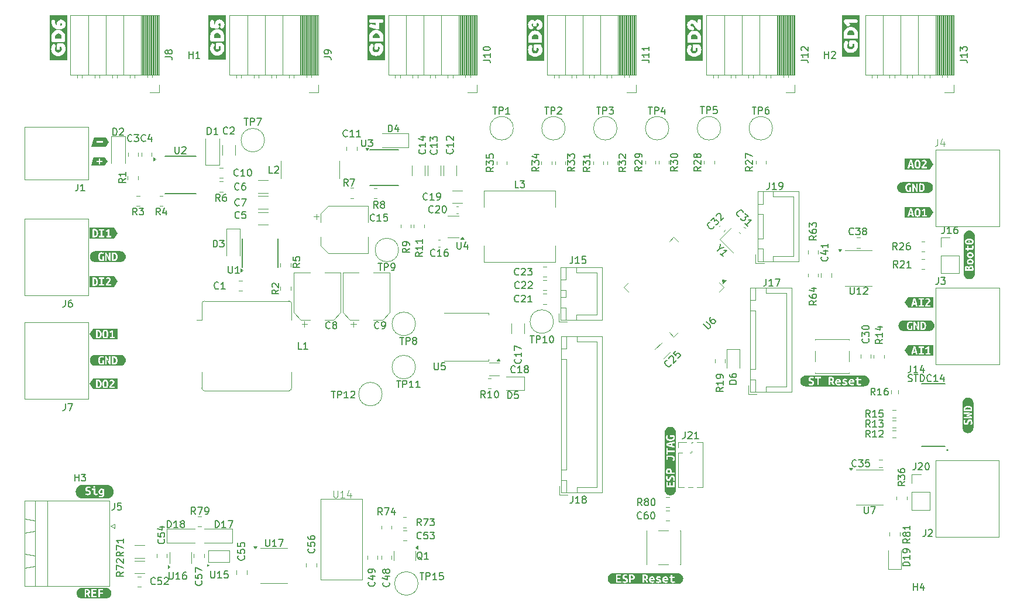
<source format=gbr>
%TF.GenerationSoftware,KiCad,Pcbnew,8.0.7*%
%TF.CreationDate,2025-01-22T12:13:36+01:00*%
%TF.ProjectId,STM32_GateSignalGenerator,53544d33-325f-4476-9174-655369676e61,rev?*%
%TF.SameCoordinates,Original*%
%TF.FileFunction,Legend,Top*%
%TF.FilePolarity,Positive*%
%FSLAX46Y46*%
G04 Gerber Fmt 4.6, Leading zero omitted, Abs format (unit mm)*
G04 Created by KiCad (PCBNEW 8.0.7) date 2025-01-22 12:13:36*
%MOMM*%
%LPD*%
G01*
G04 APERTURE LIST*
%ADD10C,0.150000*%
%ADD11C,0.100000*%
%ADD12C,0.000000*%
%ADD13C,0.120000*%
%ADD14C,0.200000*%
G04 APERTURE END LIST*
D10*
X178183394Y-96888170D02*
X177846676Y-97224888D01*
X178318081Y-96282079D02*
X178183394Y-96888170D01*
X178183394Y-96888170D02*
X178789485Y-96753483D01*
X178688470Y-98066681D02*
X178284409Y-97662620D01*
X178486440Y-97864651D02*
X179193546Y-97157544D01*
X179193546Y-97157544D02*
X179025188Y-97191216D01*
X179025188Y-97191216D02*
X178890501Y-97191216D01*
X178890501Y-97191216D02*
X178789485Y-97157544D01*
X83519166Y-119362319D02*
X83519166Y-120076604D01*
X83519166Y-120076604D02*
X83471547Y-120219461D01*
X83471547Y-120219461D02*
X83376309Y-120314700D01*
X83376309Y-120314700D02*
X83233452Y-120362319D01*
X83233452Y-120362319D02*
X83138214Y-120362319D01*
X83900119Y-119362319D02*
X84566785Y-119362319D01*
X84566785Y-119362319D02*
X84138214Y-120362319D01*
X166974819Y-69644523D02*
X167689104Y-69644523D01*
X167689104Y-69644523D02*
X167831961Y-69692142D01*
X167831961Y-69692142D02*
X167927200Y-69787380D01*
X167927200Y-69787380D02*
X167974819Y-69930237D01*
X167974819Y-69930237D02*
X167974819Y-70025475D01*
X167974819Y-68644523D02*
X167974819Y-69215951D01*
X167974819Y-68930237D02*
X166974819Y-68930237D01*
X166974819Y-68930237D02*
X167117676Y-69025475D01*
X167117676Y-69025475D02*
X167212914Y-69120713D01*
X167212914Y-69120713D02*
X167260533Y-69215951D01*
X167974819Y-67692142D02*
X167974819Y-68263570D01*
X167974819Y-67977856D02*
X166974819Y-67977856D01*
X166974819Y-67977856D02*
X167117676Y-68073094D01*
X167117676Y-68073094D02*
X167212914Y-68168332D01*
X167212914Y-68168332D02*
X167260533Y-68263570D01*
X175400595Y-76372319D02*
X175972023Y-76372319D01*
X175686309Y-77372319D02*
X175686309Y-76372319D01*
X176305357Y-77372319D02*
X176305357Y-76372319D01*
X176305357Y-76372319D02*
X176686309Y-76372319D01*
X176686309Y-76372319D02*
X176781547Y-76419938D01*
X176781547Y-76419938D02*
X176829166Y-76467557D01*
X176829166Y-76467557D02*
X176876785Y-76562795D01*
X176876785Y-76562795D02*
X176876785Y-76705652D01*
X176876785Y-76705652D02*
X176829166Y-76800890D01*
X176829166Y-76800890D02*
X176781547Y-76848509D01*
X176781547Y-76848509D02*
X176686309Y-76896128D01*
X176686309Y-76896128D02*
X176305357Y-76896128D01*
X177781547Y-76372319D02*
X177305357Y-76372319D01*
X177305357Y-76372319D02*
X177257738Y-76848509D01*
X177257738Y-76848509D02*
X177305357Y-76800890D01*
X177305357Y-76800890D02*
X177400595Y-76753271D01*
X177400595Y-76753271D02*
X177638690Y-76753271D01*
X177638690Y-76753271D02*
X177733928Y-76800890D01*
X177733928Y-76800890D02*
X177781547Y-76848509D01*
X177781547Y-76848509D02*
X177829166Y-76943747D01*
X177829166Y-76943747D02*
X177829166Y-77181842D01*
X177829166Y-77181842D02*
X177781547Y-77277080D01*
X177781547Y-77277080D02*
X177733928Y-77324700D01*
X177733928Y-77324700D02*
X177638690Y-77372319D01*
X177638690Y-77372319D02*
X177400595Y-77372319D01*
X177400595Y-77372319D02*
X177305357Y-77324700D01*
X177305357Y-77324700D02*
X177257738Y-77277080D01*
X83519166Y-104372319D02*
X83519166Y-105086604D01*
X83519166Y-105086604D02*
X83471547Y-105229461D01*
X83471547Y-105229461D02*
X83376309Y-105324700D01*
X83376309Y-105324700D02*
X83233452Y-105372319D01*
X83233452Y-105372319D02*
X83138214Y-105372319D01*
X84423928Y-104372319D02*
X84233452Y-104372319D01*
X84233452Y-104372319D02*
X84138214Y-104419938D01*
X84138214Y-104419938D02*
X84090595Y-104467557D01*
X84090595Y-104467557D02*
X83995357Y-104610414D01*
X83995357Y-104610414D02*
X83947738Y-104800890D01*
X83947738Y-104800890D02*
X83947738Y-105181842D01*
X83947738Y-105181842D02*
X83995357Y-105277080D01*
X83995357Y-105277080D02*
X84042976Y-105324700D01*
X84042976Y-105324700D02*
X84138214Y-105372319D01*
X84138214Y-105372319D02*
X84328690Y-105372319D01*
X84328690Y-105372319D02*
X84423928Y-105324700D01*
X84423928Y-105324700D02*
X84471547Y-105277080D01*
X84471547Y-105277080D02*
X84519166Y-105181842D01*
X84519166Y-105181842D02*
X84519166Y-104943747D01*
X84519166Y-104943747D02*
X84471547Y-104848509D01*
X84471547Y-104848509D02*
X84423928Y-104800890D01*
X84423928Y-104800890D02*
X84328690Y-104753271D01*
X84328690Y-104753271D02*
X84138214Y-104753271D01*
X84138214Y-104753271D02*
X84042976Y-104800890D01*
X84042976Y-104800890D02*
X83995357Y-104848509D01*
X83995357Y-104848509D02*
X83947738Y-104943747D01*
X98276065Y-137307319D02*
X98276065Y-136307319D01*
X98276065Y-136307319D02*
X98514160Y-136307319D01*
X98514160Y-136307319D02*
X98657017Y-136354938D01*
X98657017Y-136354938D02*
X98752255Y-136450176D01*
X98752255Y-136450176D02*
X98799874Y-136545414D01*
X98799874Y-136545414D02*
X98847493Y-136735890D01*
X98847493Y-136735890D02*
X98847493Y-136878747D01*
X98847493Y-136878747D02*
X98799874Y-137069223D01*
X98799874Y-137069223D02*
X98752255Y-137164461D01*
X98752255Y-137164461D02*
X98657017Y-137259700D01*
X98657017Y-137259700D02*
X98514160Y-137307319D01*
X98514160Y-137307319D02*
X98276065Y-137307319D01*
X99799874Y-137307319D02*
X99228446Y-137307319D01*
X99514160Y-137307319D02*
X99514160Y-136307319D01*
X99514160Y-136307319D02*
X99418922Y-136450176D01*
X99418922Y-136450176D02*
X99323684Y-136545414D01*
X99323684Y-136545414D02*
X99228446Y-136593033D01*
X100371303Y-136735890D02*
X100276065Y-136688271D01*
X100276065Y-136688271D02*
X100228446Y-136640652D01*
X100228446Y-136640652D02*
X100180827Y-136545414D01*
X100180827Y-136545414D02*
X100180827Y-136497795D01*
X100180827Y-136497795D02*
X100228446Y-136402557D01*
X100228446Y-136402557D02*
X100276065Y-136354938D01*
X100276065Y-136354938D02*
X100371303Y-136307319D01*
X100371303Y-136307319D02*
X100561779Y-136307319D01*
X100561779Y-136307319D02*
X100657017Y-136354938D01*
X100657017Y-136354938D02*
X100704636Y-136402557D01*
X100704636Y-136402557D02*
X100752255Y-136497795D01*
X100752255Y-136497795D02*
X100752255Y-136545414D01*
X100752255Y-136545414D02*
X100704636Y-136640652D01*
X100704636Y-136640652D02*
X100657017Y-136688271D01*
X100657017Y-136688271D02*
X100561779Y-136735890D01*
X100561779Y-136735890D02*
X100371303Y-136735890D01*
X100371303Y-136735890D02*
X100276065Y-136783509D01*
X100276065Y-136783509D02*
X100228446Y-136831128D01*
X100228446Y-136831128D02*
X100180827Y-136926366D01*
X100180827Y-136926366D02*
X100180827Y-137116842D01*
X100180827Y-137116842D02*
X100228446Y-137212080D01*
X100228446Y-137212080D02*
X100276065Y-137259700D01*
X100276065Y-137259700D02*
X100371303Y-137307319D01*
X100371303Y-137307319D02*
X100561779Y-137307319D01*
X100561779Y-137307319D02*
X100657017Y-137259700D01*
X100657017Y-137259700D02*
X100704636Y-137212080D01*
X100704636Y-137212080D02*
X100752255Y-137116842D01*
X100752255Y-137116842D02*
X100752255Y-136926366D01*
X100752255Y-136926366D02*
X100704636Y-136831128D01*
X100704636Y-136831128D02*
X100657017Y-136783509D01*
X100657017Y-136783509D02*
X100561779Y-136735890D01*
X109393095Y-78044819D02*
X109964523Y-78044819D01*
X109678809Y-79044819D02*
X109678809Y-78044819D01*
X110297857Y-79044819D02*
X110297857Y-78044819D01*
X110297857Y-78044819D02*
X110678809Y-78044819D01*
X110678809Y-78044819D02*
X110774047Y-78092438D01*
X110774047Y-78092438D02*
X110821666Y-78140057D01*
X110821666Y-78140057D02*
X110869285Y-78235295D01*
X110869285Y-78235295D02*
X110869285Y-78378152D01*
X110869285Y-78378152D02*
X110821666Y-78473390D01*
X110821666Y-78473390D02*
X110774047Y-78521009D01*
X110774047Y-78521009D02*
X110678809Y-78568628D01*
X110678809Y-78568628D02*
X110297857Y-78568628D01*
X111202619Y-78044819D02*
X111869285Y-78044819D01*
X111869285Y-78044819D02*
X111440714Y-79044819D01*
X128771159Y-99077319D02*
X129342587Y-99077319D01*
X129056873Y-100077319D02*
X129056873Y-99077319D01*
X129675921Y-100077319D02*
X129675921Y-99077319D01*
X129675921Y-99077319D02*
X130056873Y-99077319D01*
X130056873Y-99077319D02*
X130152111Y-99124938D01*
X130152111Y-99124938D02*
X130199730Y-99172557D01*
X130199730Y-99172557D02*
X130247349Y-99267795D01*
X130247349Y-99267795D02*
X130247349Y-99410652D01*
X130247349Y-99410652D02*
X130199730Y-99505890D01*
X130199730Y-99505890D02*
X130152111Y-99553509D01*
X130152111Y-99553509D02*
X130056873Y-99601128D01*
X130056873Y-99601128D02*
X129675921Y-99601128D01*
X130723540Y-100077319D02*
X130914016Y-100077319D01*
X130914016Y-100077319D02*
X131009254Y-100029700D01*
X131009254Y-100029700D02*
X131056873Y-99982080D01*
X131056873Y-99982080D02*
X131152111Y-99839223D01*
X131152111Y-99839223D02*
X131199730Y-99648747D01*
X131199730Y-99648747D02*
X131199730Y-99267795D01*
X131199730Y-99267795D02*
X131152111Y-99172557D01*
X131152111Y-99172557D02*
X131104492Y-99124938D01*
X131104492Y-99124938D02*
X131009254Y-99077319D01*
X131009254Y-99077319D02*
X130818778Y-99077319D01*
X130818778Y-99077319D02*
X130723540Y-99124938D01*
X130723540Y-99124938D02*
X130675921Y-99172557D01*
X130675921Y-99172557D02*
X130628302Y-99267795D01*
X130628302Y-99267795D02*
X130628302Y-99505890D01*
X130628302Y-99505890D02*
X130675921Y-99601128D01*
X130675921Y-99601128D02*
X130723540Y-99648747D01*
X130723540Y-99648747D02*
X130818778Y-99696366D01*
X130818778Y-99696366D02*
X131009254Y-99696366D01*
X131009254Y-99696366D02*
X131104492Y-99648747D01*
X131104492Y-99648747D02*
X131152111Y-99601128D01*
X131152111Y-99601128D02*
X131199730Y-99505890D01*
X148610206Y-114802080D02*
X148562587Y-114849700D01*
X148562587Y-114849700D02*
X148419730Y-114897319D01*
X148419730Y-114897319D02*
X148324492Y-114897319D01*
X148324492Y-114897319D02*
X148181635Y-114849700D01*
X148181635Y-114849700D02*
X148086397Y-114754461D01*
X148086397Y-114754461D02*
X148038778Y-114659223D01*
X148038778Y-114659223D02*
X147991159Y-114468747D01*
X147991159Y-114468747D02*
X147991159Y-114325890D01*
X147991159Y-114325890D02*
X148038778Y-114135414D01*
X148038778Y-114135414D02*
X148086397Y-114040176D01*
X148086397Y-114040176D02*
X148181635Y-113944938D01*
X148181635Y-113944938D02*
X148324492Y-113897319D01*
X148324492Y-113897319D02*
X148419730Y-113897319D01*
X148419730Y-113897319D02*
X148562587Y-113944938D01*
X148562587Y-113944938D02*
X148610206Y-113992557D01*
X149562587Y-114897319D02*
X148991159Y-114897319D01*
X149276873Y-114897319D02*
X149276873Y-113897319D01*
X149276873Y-113897319D02*
X149181635Y-114040176D01*
X149181635Y-114040176D02*
X149086397Y-114135414D01*
X149086397Y-114135414D02*
X148991159Y-114183033D01*
X150134016Y-114325890D02*
X150038778Y-114278271D01*
X150038778Y-114278271D02*
X149991159Y-114230652D01*
X149991159Y-114230652D02*
X149943540Y-114135414D01*
X149943540Y-114135414D02*
X149943540Y-114087795D01*
X149943540Y-114087795D02*
X149991159Y-113992557D01*
X149991159Y-113992557D02*
X150038778Y-113944938D01*
X150038778Y-113944938D02*
X150134016Y-113897319D01*
X150134016Y-113897319D02*
X150324492Y-113897319D01*
X150324492Y-113897319D02*
X150419730Y-113944938D01*
X150419730Y-113944938D02*
X150467349Y-113992557D01*
X150467349Y-113992557D02*
X150514968Y-114087795D01*
X150514968Y-114087795D02*
X150514968Y-114135414D01*
X150514968Y-114135414D02*
X150467349Y-114230652D01*
X150467349Y-114230652D02*
X150419730Y-114278271D01*
X150419730Y-114278271D02*
X150324492Y-114325890D01*
X150324492Y-114325890D02*
X150134016Y-114325890D01*
X150134016Y-114325890D02*
X150038778Y-114373509D01*
X150038778Y-114373509D02*
X149991159Y-114421128D01*
X149991159Y-114421128D02*
X149943540Y-114516366D01*
X149943540Y-114516366D02*
X149943540Y-114706842D01*
X149943540Y-114706842D02*
X149991159Y-114802080D01*
X149991159Y-114802080D02*
X150038778Y-114849700D01*
X150038778Y-114849700D02*
X150134016Y-114897319D01*
X150134016Y-114897319D02*
X150324492Y-114897319D01*
X150324492Y-114897319D02*
X150419730Y-114849700D01*
X150419730Y-114849700D02*
X150467349Y-114802080D01*
X150467349Y-114802080D02*
X150514968Y-114706842D01*
X150514968Y-114706842D02*
X150514968Y-114516366D01*
X150514968Y-114516366D02*
X150467349Y-114421128D01*
X150467349Y-114421128D02*
X150419730Y-114373509D01*
X150419730Y-114373509D02*
X150324492Y-114325890D01*
X203857142Y-97087319D02*
X203523809Y-96611128D01*
X203285714Y-97087319D02*
X203285714Y-96087319D01*
X203285714Y-96087319D02*
X203666666Y-96087319D01*
X203666666Y-96087319D02*
X203761904Y-96134938D01*
X203761904Y-96134938D02*
X203809523Y-96182557D01*
X203809523Y-96182557D02*
X203857142Y-96277795D01*
X203857142Y-96277795D02*
X203857142Y-96420652D01*
X203857142Y-96420652D02*
X203809523Y-96515890D01*
X203809523Y-96515890D02*
X203761904Y-96563509D01*
X203761904Y-96563509D02*
X203666666Y-96611128D01*
X203666666Y-96611128D02*
X203285714Y-96611128D01*
X204238095Y-96182557D02*
X204285714Y-96134938D01*
X204285714Y-96134938D02*
X204380952Y-96087319D01*
X204380952Y-96087319D02*
X204619047Y-96087319D01*
X204619047Y-96087319D02*
X204714285Y-96134938D01*
X204714285Y-96134938D02*
X204761904Y-96182557D01*
X204761904Y-96182557D02*
X204809523Y-96277795D01*
X204809523Y-96277795D02*
X204809523Y-96373033D01*
X204809523Y-96373033D02*
X204761904Y-96515890D01*
X204761904Y-96515890D02*
X204190476Y-97087319D01*
X204190476Y-97087319D02*
X204809523Y-97087319D01*
X205666666Y-96087319D02*
X205476190Y-96087319D01*
X205476190Y-96087319D02*
X205380952Y-96134938D01*
X205380952Y-96134938D02*
X205333333Y-96182557D01*
X205333333Y-96182557D02*
X205238095Y-96325414D01*
X205238095Y-96325414D02*
X205190476Y-96515890D01*
X205190476Y-96515890D02*
X205190476Y-96896842D01*
X205190476Y-96896842D02*
X205238095Y-96992080D01*
X205238095Y-96992080D02*
X205285714Y-97039700D01*
X205285714Y-97039700D02*
X205380952Y-97087319D01*
X205380952Y-97087319D02*
X205571428Y-97087319D01*
X205571428Y-97087319D02*
X205666666Y-97039700D01*
X205666666Y-97039700D02*
X205714285Y-96992080D01*
X205714285Y-96992080D02*
X205761904Y-96896842D01*
X205761904Y-96896842D02*
X205761904Y-96658747D01*
X205761904Y-96658747D02*
X205714285Y-96563509D01*
X205714285Y-96563509D02*
X205666666Y-96515890D01*
X205666666Y-96515890D02*
X205571428Y-96468271D01*
X205571428Y-96468271D02*
X205380952Y-96468271D01*
X205380952Y-96468271D02*
X205285714Y-96515890D01*
X205285714Y-96515890D02*
X205238095Y-96563509D01*
X205238095Y-96563509D02*
X205190476Y-96658747D01*
X113526397Y-85982319D02*
X113050207Y-85982319D01*
X113050207Y-85982319D02*
X113050207Y-84982319D01*
X113812112Y-85077557D02*
X113859731Y-85029938D01*
X113859731Y-85029938D02*
X113954969Y-84982319D01*
X113954969Y-84982319D02*
X114193064Y-84982319D01*
X114193064Y-84982319D02*
X114288302Y-85029938D01*
X114288302Y-85029938D02*
X114335921Y-85077557D01*
X114335921Y-85077557D02*
X114383540Y-85172795D01*
X114383540Y-85172795D02*
X114383540Y-85268033D01*
X114383540Y-85268033D02*
X114335921Y-85410890D01*
X114335921Y-85410890D02*
X113764493Y-85982319D01*
X113764493Y-85982319D02*
X114383540Y-85982319D01*
X171175876Y-113665959D02*
X171175876Y-113733303D01*
X171175876Y-113733303D02*
X171108532Y-113867990D01*
X171108532Y-113867990D02*
X171041189Y-113935333D01*
X171041189Y-113935333D02*
X170906502Y-114002677D01*
X170906502Y-114002677D02*
X170771815Y-114002677D01*
X170771815Y-114002677D02*
X170670800Y-113969005D01*
X170670800Y-113969005D02*
X170502441Y-113867990D01*
X170502441Y-113867990D02*
X170401426Y-113766975D01*
X170401426Y-113766975D02*
X170300410Y-113598616D01*
X170300410Y-113598616D02*
X170266739Y-113497601D01*
X170266739Y-113497601D02*
X170266739Y-113362914D01*
X170266739Y-113362914D02*
X170334082Y-113228227D01*
X170334082Y-113228227D02*
X170401426Y-113160883D01*
X170401426Y-113160883D02*
X170536113Y-113093540D01*
X170536113Y-113093540D02*
X170603456Y-113093540D01*
X170872830Y-112824166D02*
X170872830Y-112756822D01*
X170872830Y-112756822D02*
X170906502Y-112655807D01*
X170906502Y-112655807D02*
X171074861Y-112487448D01*
X171074861Y-112487448D02*
X171175876Y-112453776D01*
X171175876Y-112453776D02*
X171243219Y-112453776D01*
X171243219Y-112453776D02*
X171344235Y-112487448D01*
X171344235Y-112487448D02*
X171411578Y-112554792D01*
X171411578Y-112554792D02*
X171478922Y-112689479D01*
X171478922Y-112689479D02*
X171478922Y-113497601D01*
X171478922Y-113497601D02*
X171916654Y-113059868D01*
X171849311Y-111712998D02*
X171512593Y-112049715D01*
X171512593Y-112049715D02*
X171815639Y-112420104D01*
X171815639Y-112420104D02*
X171815639Y-112352761D01*
X171815639Y-112352761D02*
X171849311Y-112251746D01*
X171849311Y-112251746D02*
X172017670Y-112083387D01*
X172017670Y-112083387D02*
X172118685Y-112049715D01*
X172118685Y-112049715D02*
X172186029Y-112049715D01*
X172186029Y-112049715D02*
X172287044Y-112083387D01*
X172287044Y-112083387D02*
X172455403Y-112251746D01*
X172455403Y-112251746D02*
X172489074Y-112352761D01*
X172489074Y-112352761D02*
X172489074Y-112420104D01*
X172489074Y-112420104D02*
X172455403Y-112521120D01*
X172455403Y-112521120D02*
X172287044Y-112689478D01*
X172287044Y-112689478D02*
X172186029Y-112723150D01*
X172186029Y-112723150D02*
X172118685Y-112723150D01*
X197074405Y-102527319D02*
X197074405Y-103336842D01*
X197074405Y-103336842D02*
X197122024Y-103432080D01*
X197122024Y-103432080D02*
X197169643Y-103479700D01*
X197169643Y-103479700D02*
X197264881Y-103527319D01*
X197264881Y-103527319D02*
X197455357Y-103527319D01*
X197455357Y-103527319D02*
X197550595Y-103479700D01*
X197550595Y-103479700D02*
X197598214Y-103432080D01*
X197598214Y-103432080D02*
X197645833Y-103336842D01*
X197645833Y-103336842D02*
X197645833Y-102527319D01*
X198645833Y-103527319D02*
X198074405Y-103527319D01*
X198360119Y-103527319D02*
X198360119Y-102527319D01*
X198360119Y-102527319D02*
X198264881Y-102670176D01*
X198264881Y-102670176D02*
X198169643Y-102765414D01*
X198169643Y-102765414D02*
X198074405Y-102813033D01*
X199026786Y-102622557D02*
X199074405Y-102574938D01*
X199074405Y-102574938D02*
X199169643Y-102527319D01*
X199169643Y-102527319D02*
X199407738Y-102527319D01*
X199407738Y-102527319D02*
X199502976Y-102574938D01*
X199502976Y-102574938D02*
X199550595Y-102622557D01*
X199550595Y-102622557D02*
X199598214Y-102717795D01*
X199598214Y-102717795D02*
X199598214Y-102813033D01*
X199598214Y-102813033D02*
X199550595Y-102955890D01*
X199550595Y-102955890D02*
X198979167Y-103527319D01*
X198979167Y-103527319D02*
X199598214Y-103527319D01*
X152880595Y-76452319D02*
X153452023Y-76452319D01*
X153166309Y-77452319D02*
X153166309Y-76452319D01*
X153785357Y-77452319D02*
X153785357Y-76452319D01*
X153785357Y-76452319D02*
X154166309Y-76452319D01*
X154166309Y-76452319D02*
X154261547Y-76499938D01*
X154261547Y-76499938D02*
X154309166Y-76547557D01*
X154309166Y-76547557D02*
X154356785Y-76642795D01*
X154356785Y-76642795D02*
X154356785Y-76785652D01*
X154356785Y-76785652D02*
X154309166Y-76880890D01*
X154309166Y-76880890D02*
X154261547Y-76928509D01*
X154261547Y-76928509D02*
X154166309Y-76976128D01*
X154166309Y-76976128D02*
X153785357Y-76976128D01*
X154737738Y-76547557D02*
X154785357Y-76499938D01*
X154785357Y-76499938D02*
X154880595Y-76452319D01*
X154880595Y-76452319D02*
X155118690Y-76452319D01*
X155118690Y-76452319D02*
X155213928Y-76499938D01*
X155213928Y-76499938D02*
X155261547Y-76547557D01*
X155261547Y-76547557D02*
X155309166Y-76642795D01*
X155309166Y-76642795D02*
X155309166Y-76738033D01*
X155309166Y-76738033D02*
X155261547Y-76880890D01*
X155261547Y-76880890D02*
X154690119Y-77452319D01*
X154690119Y-77452319D02*
X155309166Y-77452319D01*
X184900476Y-101319819D02*
X184900476Y-102034104D01*
X184900476Y-102034104D02*
X184852857Y-102176961D01*
X184852857Y-102176961D02*
X184757619Y-102272200D01*
X184757619Y-102272200D02*
X184614762Y-102319819D01*
X184614762Y-102319819D02*
X184519524Y-102319819D01*
X185900476Y-102319819D02*
X185329048Y-102319819D01*
X185614762Y-102319819D02*
X185614762Y-101319819D01*
X185614762Y-101319819D02*
X185519524Y-101462676D01*
X185519524Y-101462676D02*
X185424286Y-101557914D01*
X185424286Y-101557914D02*
X185329048Y-101605533D01*
X186233810Y-101319819D02*
X186900476Y-101319819D01*
X186900476Y-101319819D02*
X186471905Y-102319819D01*
X197952142Y-128389580D02*
X197904523Y-128437200D01*
X197904523Y-128437200D02*
X197761666Y-128484819D01*
X197761666Y-128484819D02*
X197666428Y-128484819D01*
X197666428Y-128484819D02*
X197523571Y-128437200D01*
X197523571Y-128437200D02*
X197428333Y-128341961D01*
X197428333Y-128341961D02*
X197380714Y-128246723D01*
X197380714Y-128246723D02*
X197333095Y-128056247D01*
X197333095Y-128056247D02*
X197333095Y-127913390D01*
X197333095Y-127913390D02*
X197380714Y-127722914D01*
X197380714Y-127722914D02*
X197428333Y-127627676D01*
X197428333Y-127627676D02*
X197523571Y-127532438D01*
X197523571Y-127532438D02*
X197666428Y-127484819D01*
X197666428Y-127484819D02*
X197761666Y-127484819D01*
X197761666Y-127484819D02*
X197904523Y-127532438D01*
X197904523Y-127532438D02*
X197952142Y-127580057D01*
X198285476Y-127484819D02*
X198904523Y-127484819D01*
X198904523Y-127484819D02*
X198571190Y-127865771D01*
X198571190Y-127865771D02*
X198714047Y-127865771D01*
X198714047Y-127865771D02*
X198809285Y-127913390D01*
X198809285Y-127913390D02*
X198856904Y-127961009D01*
X198856904Y-127961009D02*
X198904523Y-128056247D01*
X198904523Y-128056247D02*
X198904523Y-128294342D01*
X198904523Y-128294342D02*
X198856904Y-128389580D01*
X198856904Y-128389580D02*
X198809285Y-128437200D01*
X198809285Y-128437200D02*
X198714047Y-128484819D01*
X198714047Y-128484819D02*
X198428333Y-128484819D01*
X198428333Y-128484819D02*
X198333095Y-128437200D01*
X198333095Y-128437200D02*
X198285476Y-128389580D01*
X199809285Y-127484819D02*
X199333095Y-127484819D01*
X199333095Y-127484819D02*
X199285476Y-127961009D01*
X199285476Y-127961009D02*
X199333095Y-127913390D01*
X199333095Y-127913390D02*
X199428333Y-127865771D01*
X199428333Y-127865771D02*
X199666428Y-127865771D01*
X199666428Y-127865771D02*
X199761666Y-127913390D01*
X199761666Y-127913390D02*
X199809285Y-127961009D01*
X199809285Y-127961009D02*
X199856904Y-128056247D01*
X199856904Y-128056247D02*
X199856904Y-128294342D01*
X199856904Y-128294342D02*
X199809285Y-128389580D01*
X199809285Y-128389580D02*
X199761666Y-128437200D01*
X199761666Y-128437200D02*
X199666428Y-128484819D01*
X199666428Y-128484819D02*
X199428333Y-128484819D01*
X199428333Y-128484819D02*
X199333095Y-128437200D01*
X199333095Y-128437200D02*
X199285476Y-128389580D01*
X92243446Y-86801122D02*
X91767255Y-87134455D01*
X92243446Y-87372550D02*
X91243446Y-87372550D01*
X91243446Y-87372550D02*
X91243446Y-86991598D01*
X91243446Y-86991598D02*
X91291065Y-86896360D01*
X91291065Y-86896360D02*
X91338684Y-86848741D01*
X91338684Y-86848741D02*
X91433922Y-86801122D01*
X91433922Y-86801122D02*
X91576779Y-86801122D01*
X91576779Y-86801122D02*
X91672017Y-86848741D01*
X91672017Y-86848741D02*
X91719636Y-86896360D01*
X91719636Y-86896360D02*
X91767255Y-86991598D01*
X91767255Y-86991598D02*
X91767255Y-87372550D01*
X92243446Y-85848741D02*
X92243446Y-86420169D01*
X92243446Y-86134455D02*
X91243446Y-86134455D01*
X91243446Y-86134455D02*
X91386303Y-86229693D01*
X91386303Y-86229693D02*
X91481541Y-86324931D01*
X91481541Y-86324931D02*
X91529160Y-86420169D01*
X181001169Y-92254693D02*
X180933825Y-92254693D01*
X180933825Y-92254693D02*
X180799138Y-92187349D01*
X180799138Y-92187349D02*
X180731795Y-92120006D01*
X180731795Y-92120006D02*
X180664451Y-91985319D01*
X180664451Y-91985319D02*
X180664451Y-91850632D01*
X180664451Y-91850632D02*
X180698123Y-91749617D01*
X180698123Y-91749617D02*
X180799138Y-91581258D01*
X180799138Y-91581258D02*
X180900153Y-91480243D01*
X180900153Y-91480243D02*
X181068512Y-91379227D01*
X181068512Y-91379227D02*
X181169527Y-91345556D01*
X181169527Y-91345556D02*
X181304214Y-91345556D01*
X181304214Y-91345556D02*
X181438901Y-91412899D01*
X181438901Y-91412899D02*
X181506245Y-91480243D01*
X181506245Y-91480243D02*
X181573588Y-91614930D01*
X181573588Y-91614930D02*
X181573588Y-91682273D01*
X181876634Y-91850632D02*
X182314367Y-92288365D01*
X182314367Y-92288365D02*
X181809291Y-92322036D01*
X181809291Y-92322036D02*
X181910306Y-92423052D01*
X181910306Y-92423052D02*
X181943978Y-92524067D01*
X181943978Y-92524067D02*
X181943978Y-92591410D01*
X181943978Y-92591410D02*
X181910306Y-92692426D01*
X181910306Y-92692426D02*
X181741947Y-92860784D01*
X181741947Y-92860784D02*
X181640932Y-92894456D01*
X181640932Y-92894456D02*
X181573588Y-92894456D01*
X181573588Y-92894456D02*
X181472573Y-92860784D01*
X181472573Y-92860784D02*
X181270543Y-92658754D01*
X181270543Y-92658754D02*
X181236871Y-92557739D01*
X181236871Y-92557739D02*
X181236871Y-92490395D01*
X182280695Y-93668907D02*
X181876634Y-93264846D01*
X182078665Y-93466876D02*
X182785772Y-92759769D01*
X182785772Y-92759769D02*
X182617413Y-92793441D01*
X182617413Y-92793441D02*
X182482726Y-92793441D01*
X182482726Y-92793441D02*
X182381711Y-92759769D01*
X201759819Y-110052857D02*
X201283628Y-110386190D01*
X201759819Y-110624285D02*
X200759819Y-110624285D01*
X200759819Y-110624285D02*
X200759819Y-110243333D01*
X200759819Y-110243333D02*
X200807438Y-110148095D01*
X200807438Y-110148095D02*
X200855057Y-110100476D01*
X200855057Y-110100476D02*
X200950295Y-110052857D01*
X200950295Y-110052857D02*
X201093152Y-110052857D01*
X201093152Y-110052857D02*
X201188390Y-110100476D01*
X201188390Y-110100476D02*
X201236009Y-110148095D01*
X201236009Y-110148095D02*
X201283628Y-110243333D01*
X201283628Y-110243333D02*
X201283628Y-110624285D01*
X201759819Y-109100476D02*
X201759819Y-109671904D01*
X201759819Y-109386190D02*
X200759819Y-109386190D01*
X200759819Y-109386190D02*
X200902676Y-109481428D01*
X200902676Y-109481428D02*
X200997914Y-109576666D01*
X200997914Y-109576666D02*
X201045533Y-109671904D01*
X201093152Y-108243333D02*
X201759819Y-108243333D01*
X200712200Y-108481428D02*
X201426485Y-108719523D01*
X201426485Y-108719523D02*
X201426485Y-108100476D01*
X91909819Y-140832857D02*
X91433628Y-141166190D01*
X91909819Y-141404285D02*
X90909819Y-141404285D01*
X90909819Y-141404285D02*
X90909819Y-141023333D01*
X90909819Y-141023333D02*
X90957438Y-140928095D01*
X90957438Y-140928095D02*
X91005057Y-140880476D01*
X91005057Y-140880476D02*
X91100295Y-140832857D01*
X91100295Y-140832857D02*
X91243152Y-140832857D01*
X91243152Y-140832857D02*
X91338390Y-140880476D01*
X91338390Y-140880476D02*
X91386009Y-140928095D01*
X91386009Y-140928095D02*
X91433628Y-141023333D01*
X91433628Y-141023333D02*
X91433628Y-141404285D01*
X90909819Y-140499523D02*
X90909819Y-139832857D01*
X90909819Y-139832857D02*
X91909819Y-140261428D01*
X91909819Y-138928095D02*
X91909819Y-139499523D01*
X91909819Y-139213809D02*
X90909819Y-139213809D01*
X90909819Y-139213809D02*
X91052676Y-139309047D01*
X91052676Y-139309047D02*
X91147914Y-139404285D01*
X91147914Y-139404285D02*
X91195533Y-139499523D01*
X199934642Y-121292319D02*
X199601309Y-120816128D01*
X199363214Y-121292319D02*
X199363214Y-120292319D01*
X199363214Y-120292319D02*
X199744166Y-120292319D01*
X199744166Y-120292319D02*
X199839404Y-120339938D01*
X199839404Y-120339938D02*
X199887023Y-120387557D01*
X199887023Y-120387557D02*
X199934642Y-120482795D01*
X199934642Y-120482795D02*
X199934642Y-120625652D01*
X199934642Y-120625652D02*
X199887023Y-120720890D01*
X199887023Y-120720890D02*
X199839404Y-120768509D01*
X199839404Y-120768509D02*
X199744166Y-120816128D01*
X199744166Y-120816128D02*
X199363214Y-120816128D01*
X200887023Y-121292319D02*
X200315595Y-121292319D01*
X200601309Y-121292319D02*
X200601309Y-120292319D01*
X200601309Y-120292319D02*
X200506071Y-120435176D01*
X200506071Y-120435176D02*
X200410833Y-120530414D01*
X200410833Y-120530414D02*
X200315595Y-120578033D01*
X201791785Y-120292319D02*
X201315595Y-120292319D01*
X201315595Y-120292319D02*
X201267976Y-120768509D01*
X201267976Y-120768509D02*
X201315595Y-120720890D01*
X201315595Y-120720890D02*
X201410833Y-120673271D01*
X201410833Y-120673271D02*
X201648928Y-120673271D01*
X201648928Y-120673271D02*
X201744166Y-120720890D01*
X201744166Y-120720890D02*
X201791785Y-120768509D01*
X201791785Y-120768509D02*
X201839404Y-120863747D01*
X201839404Y-120863747D02*
X201839404Y-121101842D01*
X201839404Y-121101842D02*
X201791785Y-121197080D01*
X201791785Y-121197080D02*
X201744166Y-121244700D01*
X201744166Y-121244700D02*
X201648928Y-121292319D01*
X201648928Y-121292319D02*
X201410833Y-121292319D01*
X201410833Y-121292319D02*
X201315595Y-121244700D01*
X201315595Y-121244700D02*
X201267976Y-121197080D01*
X160380595Y-76452319D02*
X160952023Y-76452319D01*
X160666309Y-77452319D02*
X160666309Y-76452319D01*
X161285357Y-77452319D02*
X161285357Y-76452319D01*
X161285357Y-76452319D02*
X161666309Y-76452319D01*
X161666309Y-76452319D02*
X161761547Y-76499938D01*
X161761547Y-76499938D02*
X161809166Y-76547557D01*
X161809166Y-76547557D02*
X161856785Y-76642795D01*
X161856785Y-76642795D02*
X161856785Y-76785652D01*
X161856785Y-76785652D02*
X161809166Y-76880890D01*
X161809166Y-76880890D02*
X161761547Y-76928509D01*
X161761547Y-76928509D02*
X161666309Y-76976128D01*
X161666309Y-76976128D02*
X161285357Y-76976128D01*
X162190119Y-76452319D02*
X162809166Y-76452319D01*
X162809166Y-76452319D02*
X162475833Y-76833271D01*
X162475833Y-76833271D02*
X162618690Y-76833271D01*
X162618690Y-76833271D02*
X162713928Y-76880890D01*
X162713928Y-76880890D02*
X162761547Y-76928509D01*
X162761547Y-76928509D02*
X162809166Y-77023747D01*
X162809166Y-77023747D02*
X162809166Y-77261842D01*
X162809166Y-77261842D02*
X162761547Y-77357080D01*
X162761547Y-77357080D02*
X162713928Y-77404700D01*
X162713928Y-77404700D02*
X162618690Y-77452319D01*
X162618690Y-77452319D02*
X162332976Y-77452319D01*
X162332976Y-77452319D02*
X162237738Y-77404700D01*
X162237738Y-77404700D02*
X162190119Y-77357080D01*
X119512431Y-140360357D02*
X119560051Y-140407976D01*
X119560051Y-140407976D02*
X119607670Y-140550833D01*
X119607670Y-140550833D02*
X119607670Y-140646071D01*
X119607670Y-140646071D02*
X119560051Y-140788928D01*
X119560051Y-140788928D02*
X119464812Y-140884166D01*
X119464812Y-140884166D02*
X119369574Y-140931785D01*
X119369574Y-140931785D02*
X119179098Y-140979404D01*
X119179098Y-140979404D02*
X119036241Y-140979404D01*
X119036241Y-140979404D02*
X118845765Y-140931785D01*
X118845765Y-140931785D02*
X118750527Y-140884166D01*
X118750527Y-140884166D02*
X118655289Y-140788928D01*
X118655289Y-140788928D02*
X118607670Y-140646071D01*
X118607670Y-140646071D02*
X118607670Y-140550833D01*
X118607670Y-140550833D02*
X118655289Y-140407976D01*
X118655289Y-140407976D02*
X118702908Y-140360357D01*
X118607670Y-139455595D02*
X118607670Y-139931785D01*
X118607670Y-139931785D02*
X119083860Y-139979404D01*
X119083860Y-139979404D02*
X119036241Y-139931785D01*
X119036241Y-139931785D02*
X118988622Y-139836547D01*
X118988622Y-139836547D02*
X118988622Y-139598452D01*
X118988622Y-139598452D02*
X119036241Y-139503214D01*
X119036241Y-139503214D02*
X119083860Y-139455595D01*
X119083860Y-139455595D02*
X119179098Y-139407976D01*
X119179098Y-139407976D02*
X119417193Y-139407976D01*
X119417193Y-139407976D02*
X119512431Y-139455595D01*
X119512431Y-139455595D02*
X119560051Y-139503214D01*
X119560051Y-139503214D02*
X119607670Y-139598452D01*
X119607670Y-139598452D02*
X119607670Y-139836547D01*
X119607670Y-139836547D02*
X119560051Y-139931785D01*
X119560051Y-139931785D02*
X119512431Y-139979404D01*
X118607670Y-138550833D02*
X118607670Y-138741309D01*
X118607670Y-138741309D02*
X118655289Y-138836547D01*
X118655289Y-138836547D02*
X118702908Y-138884166D01*
X118702908Y-138884166D02*
X118845765Y-138979404D01*
X118845765Y-138979404D02*
X119036241Y-139027023D01*
X119036241Y-139027023D02*
X119417193Y-139027023D01*
X119417193Y-139027023D02*
X119512431Y-138979404D01*
X119512431Y-138979404D02*
X119560051Y-138931785D01*
X119560051Y-138931785D02*
X119607670Y-138836547D01*
X119607670Y-138836547D02*
X119607670Y-138646071D01*
X119607670Y-138646071D02*
X119560051Y-138550833D01*
X119560051Y-138550833D02*
X119512431Y-138503214D01*
X119512431Y-138503214D02*
X119417193Y-138455595D01*
X119417193Y-138455595D02*
X119179098Y-138455595D01*
X119179098Y-138455595D02*
X119083860Y-138503214D01*
X119083860Y-138503214D02*
X119036241Y-138550833D01*
X119036241Y-138550833D02*
X118988622Y-138646071D01*
X118988622Y-138646071D02*
X118988622Y-138836547D01*
X118988622Y-138836547D02*
X119036241Y-138931785D01*
X119036241Y-138931785D02*
X119083860Y-138979404D01*
X119083860Y-138979404D02*
X119179098Y-139027023D01*
X192194819Y-104467857D02*
X191718628Y-104801190D01*
X192194819Y-105039285D02*
X191194819Y-105039285D01*
X191194819Y-105039285D02*
X191194819Y-104658333D01*
X191194819Y-104658333D02*
X191242438Y-104563095D01*
X191242438Y-104563095D02*
X191290057Y-104515476D01*
X191290057Y-104515476D02*
X191385295Y-104467857D01*
X191385295Y-104467857D02*
X191528152Y-104467857D01*
X191528152Y-104467857D02*
X191623390Y-104515476D01*
X191623390Y-104515476D02*
X191671009Y-104563095D01*
X191671009Y-104563095D02*
X191718628Y-104658333D01*
X191718628Y-104658333D02*
X191718628Y-105039285D01*
X191194819Y-103610714D02*
X191194819Y-103801190D01*
X191194819Y-103801190D02*
X191242438Y-103896428D01*
X191242438Y-103896428D02*
X191290057Y-103944047D01*
X191290057Y-103944047D02*
X191432914Y-104039285D01*
X191432914Y-104039285D02*
X191623390Y-104086904D01*
X191623390Y-104086904D02*
X192004342Y-104086904D01*
X192004342Y-104086904D02*
X192099580Y-104039285D01*
X192099580Y-104039285D02*
X192147200Y-103991666D01*
X192147200Y-103991666D02*
X192194819Y-103896428D01*
X192194819Y-103896428D02*
X192194819Y-103705952D01*
X192194819Y-103705952D02*
X192147200Y-103610714D01*
X192147200Y-103610714D02*
X192099580Y-103563095D01*
X192099580Y-103563095D02*
X192004342Y-103515476D01*
X192004342Y-103515476D02*
X191766247Y-103515476D01*
X191766247Y-103515476D02*
X191671009Y-103563095D01*
X191671009Y-103563095D02*
X191623390Y-103610714D01*
X191623390Y-103610714D02*
X191575771Y-103705952D01*
X191575771Y-103705952D02*
X191575771Y-103896428D01*
X191575771Y-103896428D02*
X191623390Y-103991666D01*
X191623390Y-103991666D02*
X191671009Y-104039285D01*
X191671009Y-104039285D02*
X191766247Y-104086904D01*
X191528152Y-102658333D02*
X192194819Y-102658333D01*
X191147200Y-102896428D02*
X191861485Y-103134523D01*
X191861485Y-103134523D02*
X191861485Y-102515476D01*
X126391159Y-81137319D02*
X126391159Y-81946842D01*
X126391159Y-81946842D02*
X126438778Y-82042080D01*
X126438778Y-82042080D02*
X126486397Y-82089700D01*
X126486397Y-82089700D02*
X126581635Y-82137319D01*
X126581635Y-82137319D02*
X126772111Y-82137319D01*
X126772111Y-82137319D02*
X126867349Y-82089700D01*
X126867349Y-82089700D02*
X126914968Y-82042080D01*
X126914968Y-82042080D02*
X126962587Y-81946842D01*
X126962587Y-81946842D02*
X126962587Y-81137319D01*
X127343540Y-81137319D02*
X127962587Y-81137319D01*
X127962587Y-81137319D02*
X127629254Y-81518271D01*
X127629254Y-81518271D02*
X127772111Y-81518271D01*
X127772111Y-81518271D02*
X127867349Y-81565890D01*
X127867349Y-81565890D02*
X127914968Y-81613509D01*
X127914968Y-81613509D02*
X127962587Y-81708747D01*
X127962587Y-81708747D02*
X127962587Y-81946842D01*
X127962587Y-81946842D02*
X127914968Y-82042080D01*
X127914968Y-82042080D02*
X127867349Y-82089700D01*
X127867349Y-82089700D02*
X127772111Y-82137319D01*
X127772111Y-82137319D02*
X127486397Y-82137319D01*
X127486397Y-82137319D02*
X127391159Y-82089700D01*
X127391159Y-82089700D02*
X127343540Y-82042080D01*
X205734819Y-138932857D02*
X205258628Y-139266190D01*
X205734819Y-139504285D02*
X204734819Y-139504285D01*
X204734819Y-139504285D02*
X204734819Y-139123333D01*
X204734819Y-139123333D02*
X204782438Y-139028095D01*
X204782438Y-139028095D02*
X204830057Y-138980476D01*
X204830057Y-138980476D02*
X204925295Y-138932857D01*
X204925295Y-138932857D02*
X205068152Y-138932857D01*
X205068152Y-138932857D02*
X205163390Y-138980476D01*
X205163390Y-138980476D02*
X205211009Y-139028095D01*
X205211009Y-139028095D02*
X205258628Y-139123333D01*
X205258628Y-139123333D02*
X205258628Y-139504285D01*
X205163390Y-138361428D02*
X205115771Y-138456666D01*
X205115771Y-138456666D02*
X205068152Y-138504285D01*
X205068152Y-138504285D02*
X204972914Y-138551904D01*
X204972914Y-138551904D02*
X204925295Y-138551904D01*
X204925295Y-138551904D02*
X204830057Y-138504285D01*
X204830057Y-138504285D02*
X204782438Y-138456666D01*
X204782438Y-138456666D02*
X204734819Y-138361428D01*
X204734819Y-138361428D02*
X204734819Y-138170952D01*
X204734819Y-138170952D02*
X204782438Y-138075714D01*
X204782438Y-138075714D02*
X204830057Y-138028095D01*
X204830057Y-138028095D02*
X204925295Y-137980476D01*
X204925295Y-137980476D02*
X204972914Y-137980476D01*
X204972914Y-137980476D02*
X205068152Y-138028095D01*
X205068152Y-138028095D02*
X205115771Y-138075714D01*
X205115771Y-138075714D02*
X205163390Y-138170952D01*
X205163390Y-138170952D02*
X205163390Y-138361428D01*
X205163390Y-138361428D02*
X205211009Y-138456666D01*
X205211009Y-138456666D02*
X205258628Y-138504285D01*
X205258628Y-138504285D02*
X205353866Y-138551904D01*
X205353866Y-138551904D02*
X205544342Y-138551904D01*
X205544342Y-138551904D02*
X205639580Y-138504285D01*
X205639580Y-138504285D02*
X205687200Y-138456666D01*
X205687200Y-138456666D02*
X205734819Y-138361428D01*
X205734819Y-138361428D02*
X205734819Y-138170952D01*
X205734819Y-138170952D02*
X205687200Y-138075714D01*
X205687200Y-138075714D02*
X205639580Y-138028095D01*
X205639580Y-138028095D02*
X205544342Y-137980476D01*
X205544342Y-137980476D02*
X205353866Y-137980476D01*
X205353866Y-137980476D02*
X205258628Y-138028095D01*
X205258628Y-138028095D02*
X205211009Y-138075714D01*
X205211009Y-138075714D02*
X205163390Y-138170952D01*
X205734819Y-137028095D02*
X205734819Y-137599523D01*
X205734819Y-137313809D02*
X204734819Y-137313809D01*
X204734819Y-137313809D02*
X204877676Y-137409047D01*
X204877676Y-137409047D02*
X204972914Y-137504285D01*
X204972914Y-137504285D02*
X205020533Y-137599523D01*
X134816905Y-143844819D02*
X135388333Y-143844819D01*
X135102619Y-144844819D02*
X135102619Y-143844819D01*
X135721667Y-144844819D02*
X135721667Y-143844819D01*
X135721667Y-143844819D02*
X136102619Y-143844819D01*
X136102619Y-143844819D02*
X136197857Y-143892438D01*
X136197857Y-143892438D02*
X136245476Y-143940057D01*
X136245476Y-143940057D02*
X136293095Y-144035295D01*
X136293095Y-144035295D02*
X136293095Y-144178152D01*
X136293095Y-144178152D02*
X136245476Y-144273390D01*
X136245476Y-144273390D02*
X136197857Y-144321009D01*
X136197857Y-144321009D02*
X136102619Y-144368628D01*
X136102619Y-144368628D02*
X135721667Y-144368628D01*
X137245476Y-144844819D02*
X136674048Y-144844819D01*
X136959762Y-144844819D02*
X136959762Y-143844819D01*
X136959762Y-143844819D02*
X136864524Y-143987676D01*
X136864524Y-143987676D02*
X136769286Y-144082914D01*
X136769286Y-144082914D02*
X136674048Y-144130533D01*
X138150238Y-143844819D02*
X137674048Y-143844819D01*
X137674048Y-143844819D02*
X137626429Y-144321009D01*
X137626429Y-144321009D02*
X137674048Y-144273390D01*
X137674048Y-144273390D02*
X137769286Y-144225771D01*
X137769286Y-144225771D02*
X138007381Y-144225771D01*
X138007381Y-144225771D02*
X138102619Y-144273390D01*
X138102619Y-144273390D02*
X138150238Y-144321009D01*
X138150238Y-144321009D02*
X138197857Y-144416247D01*
X138197857Y-144416247D02*
X138197857Y-144654342D01*
X138197857Y-144654342D02*
X138150238Y-144749580D01*
X138150238Y-144749580D02*
X138102619Y-144797200D01*
X138102619Y-144797200D02*
X138007381Y-144844819D01*
X138007381Y-144844819D02*
X137769286Y-144844819D01*
X137769286Y-144844819D02*
X137674048Y-144797200D01*
X137674048Y-144797200D02*
X137626429Y-144749580D01*
X101388095Y-69369819D02*
X101388095Y-68369819D01*
X101388095Y-68846009D02*
X101959523Y-68846009D01*
X101959523Y-69369819D02*
X101959523Y-68369819D01*
X102959523Y-69369819D02*
X102388095Y-69369819D01*
X102673809Y-69369819D02*
X102673809Y-68369819D01*
X102673809Y-68369819D02*
X102578571Y-68512676D01*
X102578571Y-68512676D02*
X102483333Y-68607914D01*
X102483333Y-68607914D02*
X102388095Y-68655533D01*
X150766905Y-109544819D02*
X151338333Y-109544819D01*
X151052619Y-110544819D02*
X151052619Y-109544819D01*
X151671667Y-110544819D02*
X151671667Y-109544819D01*
X151671667Y-109544819D02*
X152052619Y-109544819D01*
X152052619Y-109544819D02*
X152147857Y-109592438D01*
X152147857Y-109592438D02*
X152195476Y-109640057D01*
X152195476Y-109640057D02*
X152243095Y-109735295D01*
X152243095Y-109735295D02*
X152243095Y-109878152D01*
X152243095Y-109878152D02*
X152195476Y-109973390D01*
X152195476Y-109973390D02*
X152147857Y-110021009D01*
X152147857Y-110021009D02*
X152052619Y-110068628D01*
X152052619Y-110068628D02*
X151671667Y-110068628D01*
X153195476Y-110544819D02*
X152624048Y-110544819D01*
X152909762Y-110544819D02*
X152909762Y-109544819D01*
X152909762Y-109544819D02*
X152814524Y-109687676D01*
X152814524Y-109687676D02*
X152719286Y-109782914D01*
X152719286Y-109782914D02*
X152624048Y-109830533D01*
X153814524Y-109544819D02*
X153909762Y-109544819D01*
X153909762Y-109544819D02*
X154005000Y-109592438D01*
X154005000Y-109592438D02*
X154052619Y-109640057D01*
X154052619Y-109640057D02*
X154100238Y-109735295D01*
X154100238Y-109735295D02*
X154147857Y-109925771D01*
X154147857Y-109925771D02*
X154147857Y-110163866D01*
X154147857Y-110163866D02*
X154100238Y-110354342D01*
X154100238Y-110354342D02*
X154052619Y-110449580D01*
X154052619Y-110449580D02*
X154005000Y-110497200D01*
X154005000Y-110497200D02*
X153909762Y-110544819D01*
X153909762Y-110544819D02*
X153814524Y-110544819D01*
X153814524Y-110544819D02*
X153719286Y-110497200D01*
X153719286Y-110497200D02*
X153671667Y-110449580D01*
X153671667Y-110449580D02*
X153624048Y-110354342D01*
X153624048Y-110354342D02*
X153576429Y-110163866D01*
X153576429Y-110163866D02*
X153576429Y-109925771D01*
X153576429Y-109925771D02*
X153624048Y-109735295D01*
X153624048Y-109735295D02*
X153671667Y-109640057D01*
X153671667Y-109640057D02*
X153719286Y-109592438D01*
X153719286Y-109592438D02*
X153814524Y-109544819D01*
X203947142Y-99677319D02*
X203613809Y-99201128D01*
X203375714Y-99677319D02*
X203375714Y-98677319D01*
X203375714Y-98677319D02*
X203756666Y-98677319D01*
X203756666Y-98677319D02*
X203851904Y-98724938D01*
X203851904Y-98724938D02*
X203899523Y-98772557D01*
X203899523Y-98772557D02*
X203947142Y-98867795D01*
X203947142Y-98867795D02*
X203947142Y-99010652D01*
X203947142Y-99010652D02*
X203899523Y-99105890D01*
X203899523Y-99105890D02*
X203851904Y-99153509D01*
X203851904Y-99153509D02*
X203756666Y-99201128D01*
X203756666Y-99201128D02*
X203375714Y-99201128D01*
X204328095Y-98772557D02*
X204375714Y-98724938D01*
X204375714Y-98724938D02*
X204470952Y-98677319D01*
X204470952Y-98677319D02*
X204709047Y-98677319D01*
X204709047Y-98677319D02*
X204804285Y-98724938D01*
X204804285Y-98724938D02*
X204851904Y-98772557D01*
X204851904Y-98772557D02*
X204899523Y-98867795D01*
X204899523Y-98867795D02*
X204899523Y-98963033D01*
X204899523Y-98963033D02*
X204851904Y-99105890D01*
X204851904Y-99105890D02*
X204280476Y-99677319D01*
X204280476Y-99677319D02*
X204899523Y-99677319D01*
X205851904Y-99677319D02*
X205280476Y-99677319D01*
X205566190Y-99677319D02*
X205566190Y-98677319D01*
X205566190Y-98677319D02*
X205470952Y-98820176D01*
X205470952Y-98820176D02*
X205375714Y-98915414D01*
X205375714Y-98915414D02*
X205280476Y-98963033D01*
X121816397Y-108432080D02*
X121768778Y-108479700D01*
X121768778Y-108479700D02*
X121625921Y-108527319D01*
X121625921Y-108527319D02*
X121530683Y-108527319D01*
X121530683Y-108527319D02*
X121387826Y-108479700D01*
X121387826Y-108479700D02*
X121292588Y-108384461D01*
X121292588Y-108384461D02*
X121244969Y-108289223D01*
X121244969Y-108289223D02*
X121197350Y-108098747D01*
X121197350Y-108098747D02*
X121197350Y-107955890D01*
X121197350Y-107955890D02*
X121244969Y-107765414D01*
X121244969Y-107765414D02*
X121292588Y-107670176D01*
X121292588Y-107670176D02*
X121387826Y-107574938D01*
X121387826Y-107574938D02*
X121530683Y-107527319D01*
X121530683Y-107527319D02*
X121625921Y-107527319D01*
X121625921Y-107527319D02*
X121768778Y-107574938D01*
X121768778Y-107574938D02*
X121816397Y-107622557D01*
X122387826Y-107955890D02*
X122292588Y-107908271D01*
X122292588Y-107908271D02*
X122244969Y-107860652D01*
X122244969Y-107860652D02*
X122197350Y-107765414D01*
X122197350Y-107765414D02*
X122197350Y-107717795D01*
X122197350Y-107717795D02*
X122244969Y-107622557D01*
X122244969Y-107622557D02*
X122292588Y-107574938D01*
X122292588Y-107574938D02*
X122387826Y-107527319D01*
X122387826Y-107527319D02*
X122578302Y-107527319D01*
X122578302Y-107527319D02*
X122673540Y-107574938D01*
X122673540Y-107574938D02*
X122721159Y-107622557D01*
X122721159Y-107622557D02*
X122768778Y-107717795D01*
X122768778Y-107717795D02*
X122768778Y-107765414D01*
X122768778Y-107765414D02*
X122721159Y-107860652D01*
X122721159Y-107860652D02*
X122673540Y-107908271D01*
X122673540Y-107908271D02*
X122578302Y-107955890D01*
X122578302Y-107955890D02*
X122387826Y-107955890D01*
X122387826Y-107955890D02*
X122292588Y-108003509D01*
X122292588Y-108003509D02*
X122244969Y-108051128D01*
X122244969Y-108051128D02*
X122197350Y-108146366D01*
X122197350Y-108146366D02*
X122197350Y-108336842D01*
X122197350Y-108336842D02*
X122244969Y-108432080D01*
X122244969Y-108432080D02*
X122292588Y-108479700D01*
X122292588Y-108479700D02*
X122387826Y-108527319D01*
X122387826Y-108527319D02*
X122578302Y-108527319D01*
X122578302Y-108527319D02*
X122673540Y-108479700D01*
X122673540Y-108479700D02*
X122721159Y-108432080D01*
X122721159Y-108432080D02*
X122768778Y-108336842D01*
X122768778Y-108336842D02*
X122768778Y-108146366D01*
X122768778Y-108146366D02*
X122721159Y-108051128D01*
X122721159Y-108051128D02*
X122673540Y-108003509D01*
X122673540Y-108003509D02*
X122578302Y-107955890D01*
X105206065Y-137307319D02*
X105206065Y-136307319D01*
X105206065Y-136307319D02*
X105444160Y-136307319D01*
X105444160Y-136307319D02*
X105587017Y-136354938D01*
X105587017Y-136354938D02*
X105682255Y-136450176D01*
X105682255Y-136450176D02*
X105729874Y-136545414D01*
X105729874Y-136545414D02*
X105777493Y-136735890D01*
X105777493Y-136735890D02*
X105777493Y-136878747D01*
X105777493Y-136878747D02*
X105729874Y-137069223D01*
X105729874Y-137069223D02*
X105682255Y-137164461D01*
X105682255Y-137164461D02*
X105587017Y-137259700D01*
X105587017Y-137259700D02*
X105444160Y-137307319D01*
X105444160Y-137307319D02*
X105206065Y-137307319D01*
X106729874Y-137307319D02*
X106158446Y-137307319D01*
X106444160Y-137307319D02*
X106444160Y-136307319D01*
X106444160Y-136307319D02*
X106348922Y-136450176D01*
X106348922Y-136450176D02*
X106253684Y-136545414D01*
X106253684Y-136545414D02*
X106158446Y-136593033D01*
X107063208Y-136307319D02*
X107729874Y-136307319D01*
X107729874Y-136307319D02*
X107301303Y-137307319D01*
X108666397Y-90622080D02*
X108618778Y-90669700D01*
X108618778Y-90669700D02*
X108475921Y-90717319D01*
X108475921Y-90717319D02*
X108380683Y-90717319D01*
X108380683Y-90717319D02*
X108237826Y-90669700D01*
X108237826Y-90669700D02*
X108142588Y-90574461D01*
X108142588Y-90574461D02*
X108094969Y-90479223D01*
X108094969Y-90479223D02*
X108047350Y-90288747D01*
X108047350Y-90288747D02*
X108047350Y-90145890D01*
X108047350Y-90145890D02*
X108094969Y-89955414D01*
X108094969Y-89955414D02*
X108142588Y-89860176D01*
X108142588Y-89860176D02*
X108237826Y-89764938D01*
X108237826Y-89764938D02*
X108380683Y-89717319D01*
X108380683Y-89717319D02*
X108475921Y-89717319D01*
X108475921Y-89717319D02*
X108618778Y-89764938D01*
X108618778Y-89764938D02*
X108666397Y-89812557D01*
X108999731Y-89717319D02*
X109666397Y-89717319D01*
X109666397Y-89717319D02*
X109237826Y-90717319D01*
X204989819Y-130662857D02*
X204513628Y-130996190D01*
X204989819Y-131234285D02*
X203989819Y-131234285D01*
X203989819Y-131234285D02*
X203989819Y-130853333D01*
X203989819Y-130853333D02*
X204037438Y-130758095D01*
X204037438Y-130758095D02*
X204085057Y-130710476D01*
X204085057Y-130710476D02*
X204180295Y-130662857D01*
X204180295Y-130662857D02*
X204323152Y-130662857D01*
X204323152Y-130662857D02*
X204418390Y-130710476D01*
X204418390Y-130710476D02*
X204466009Y-130758095D01*
X204466009Y-130758095D02*
X204513628Y-130853333D01*
X204513628Y-130853333D02*
X204513628Y-131234285D01*
X203989819Y-130329523D02*
X203989819Y-129710476D01*
X203989819Y-129710476D02*
X204370771Y-130043809D01*
X204370771Y-130043809D02*
X204370771Y-129900952D01*
X204370771Y-129900952D02*
X204418390Y-129805714D01*
X204418390Y-129805714D02*
X204466009Y-129758095D01*
X204466009Y-129758095D02*
X204561247Y-129710476D01*
X204561247Y-129710476D02*
X204799342Y-129710476D01*
X204799342Y-129710476D02*
X204894580Y-129758095D01*
X204894580Y-129758095D02*
X204942200Y-129805714D01*
X204942200Y-129805714D02*
X204989819Y-129900952D01*
X204989819Y-129900952D02*
X204989819Y-130186666D01*
X204989819Y-130186666D02*
X204942200Y-130281904D01*
X204942200Y-130281904D02*
X204894580Y-130329523D01*
X203989819Y-128853333D02*
X203989819Y-129043809D01*
X203989819Y-129043809D02*
X204037438Y-129139047D01*
X204037438Y-129139047D02*
X204085057Y-129186666D01*
X204085057Y-129186666D02*
X204227914Y-129281904D01*
X204227914Y-129281904D02*
X204418390Y-129329523D01*
X204418390Y-129329523D02*
X204799342Y-129329523D01*
X204799342Y-129329523D02*
X204894580Y-129281904D01*
X204894580Y-129281904D02*
X204942200Y-129234285D01*
X204942200Y-129234285D02*
X204989819Y-129139047D01*
X204989819Y-129139047D02*
X204989819Y-128948571D01*
X204989819Y-128948571D02*
X204942200Y-128853333D01*
X204942200Y-128853333D02*
X204894580Y-128805714D01*
X204894580Y-128805714D02*
X204799342Y-128758095D01*
X204799342Y-128758095D02*
X204561247Y-128758095D01*
X204561247Y-128758095D02*
X204466009Y-128805714D01*
X204466009Y-128805714D02*
X204418390Y-128853333D01*
X204418390Y-128853333D02*
X204370771Y-128948571D01*
X204370771Y-128948571D02*
X204370771Y-129139047D01*
X204370771Y-129139047D02*
X204418390Y-129234285D01*
X204418390Y-129234285D02*
X204466009Y-129281904D01*
X204466009Y-129281904D02*
X204561247Y-129329523D01*
X156882976Y-98062319D02*
X156882976Y-98776604D01*
X156882976Y-98776604D02*
X156835357Y-98919461D01*
X156835357Y-98919461D02*
X156740119Y-99014700D01*
X156740119Y-99014700D02*
X156597262Y-99062319D01*
X156597262Y-99062319D02*
X156502024Y-99062319D01*
X157882976Y-99062319D02*
X157311548Y-99062319D01*
X157597262Y-99062319D02*
X157597262Y-98062319D01*
X157597262Y-98062319D02*
X157502024Y-98205176D01*
X157502024Y-98205176D02*
X157406786Y-98300414D01*
X157406786Y-98300414D02*
X157311548Y-98348033D01*
X158787738Y-98062319D02*
X158311548Y-98062319D01*
X158311548Y-98062319D02*
X158263929Y-98538509D01*
X158263929Y-98538509D02*
X158311548Y-98490890D01*
X158311548Y-98490890D02*
X158406786Y-98443271D01*
X158406786Y-98443271D02*
X158644881Y-98443271D01*
X158644881Y-98443271D02*
X158740119Y-98490890D01*
X158740119Y-98490890D02*
X158787738Y-98538509D01*
X158787738Y-98538509D02*
X158835357Y-98633747D01*
X158835357Y-98633747D02*
X158835357Y-98871842D01*
X158835357Y-98871842D02*
X158787738Y-98967080D01*
X158787738Y-98967080D02*
X158740119Y-99014700D01*
X158740119Y-99014700D02*
X158644881Y-99062319D01*
X158644881Y-99062319D02*
X158406786Y-99062319D01*
X158406786Y-99062319D02*
X158311548Y-99014700D01*
X158311548Y-99014700D02*
X158263929Y-98967080D01*
X178699819Y-117022857D02*
X178223628Y-117356190D01*
X178699819Y-117594285D02*
X177699819Y-117594285D01*
X177699819Y-117594285D02*
X177699819Y-117213333D01*
X177699819Y-117213333D02*
X177747438Y-117118095D01*
X177747438Y-117118095D02*
X177795057Y-117070476D01*
X177795057Y-117070476D02*
X177890295Y-117022857D01*
X177890295Y-117022857D02*
X178033152Y-117022857D01*
X178033152Y-117022857D02*
X178128390Y-117070476D01*
X178128390Y-117070476D02*
X178176009Y-117118095D01*
X178176009Y-117118095D02*
X178223628Y-117213333D01*
X178223628Y-117213333D02*
X178223628Y-117594285D01*
X178699819Y-116070476D02*
X178699819Y-116641904D01*
X178699819Y-116356190D02*
X177699819Y-116356190D01*
X177699819Y-116356190D02*
X177842676Y-116451428D01*
X177842676Y-116451428D02*
X177937914Y-116546666D01*
X177937914Y-116546666D02*
X177985533Y-116641904D01*
X178699819Y-115594285D02*
X178699819Y-115403809D01*
X178699819Y-115403809D02*
X178652200Y-115308571D01*
X178652200Y-115308571D02*
X178604580Y-115260952D01*
X178604580Y-115260952D02*
X178461723Y-115165714D01*
X178461723Y-115165714D02*
X178271247Y-115118095D01*
X178271247Y-115118095D02*
X177890295Y-115118095D01*
X177890295Y-115118095D02*
X177795057Y-115165714D01*
X177795057Y-115165714D02*
X177747438Y-115213333D01*
X177747438Y-115213333D02*
X177699819Y-115308571D01*
X177699819Y-115308571D02*
X177699819Y-115499047D01*
X177699819Y-115499047D02*
X177747438Y-115594285D01*
X177747438Y-115594285D02*
X177795057Y-115641904D01*
X177795057Y-115641904D02*
X177890295Y-115689523D01*
X177890295Y-115689523D02*
X178128390Y-115689523D01*
X178128390Y-115689523D02*
X178223628Y-115641904D01*
X178223628Y-115641904D02*
X178271247Y-115594285D01*
X178271247Y-115594285D02*
X178318866Y-115499047D01*
X178318866Y-115499047D02*
X178318866Y-115308571D01*
X178318866Y-115308571D02*
X178271247Y-115213333D01*
X178271247Y-115213333D02*
X178223628Y-115165714D01*
X178223628Y-115165714D02*
X178128390Y-115118095D01*
X199704580Y-109972857D02*
X199752200Y-110020476D01*
X199752200Y-110020476D02*
X199799819Y-110163333D01*
X199799819Y-110163333D02*
X199799819Y-110258571D01*
X199799819Y-110258571D02*
X199752200Y-110401428D01*
X199752200Y-110401428D02*
X199656961Y-110496666D01*
X199656961Y-110496666D02*
X199561723Y-110544285D01*
X199561723Y-110544285D02*
X199371247Y-110591904D01*
X199371247Y-110591904D02*
X199228390Y-110591904D01*
X199228390Y-110591904D02*
X199037914Y-110544285D01*
X199037914Y-110544285D02*
X198942676Y-110496666D01*
X198942676Y-110496666D02*
X198847438Y-110401428D01*
X198847438Y-110401428D02*
X198799819Y-110258571D01*
X198799819Y-110258571D02*
X198799819Y-110163333D01*
X198799819Y-110163333D02*
X198847438Y-110020476D01*
X198847438Y-110020476D02*
X198895057Y-109972857D01*
X198799819Y-109639523D02*
X198799819Y-109020476D01*
X198799819Y-109020476D02*
X199180771Y-109353809D01*
X199180771Y-109353809D02*
X199180771Y-109210952D01*
X199180771Y-109210952D02*
X199228390Y-109115714D01*
X199228390Y-109115714D02*
X199276009Y-109068095D01*
X199276009Y-109068095D02*
X199371247Y-109020476D01*
X199371247Y-109020476D02*
X199609342Y-109020476D01*
X199609342Y-109020476D02*
X199704580Y-109068095D01*
X199704580Y-109068095D02*
X199752200Y-109115714D01*
X199752200Y-109115714D02*
X199799819Y-109210952D01*
X199799819Y-109210952D02*
X199799819Y-109496666D01*
X199799819Y-109496666D02*
X199752200Y-109591904D01*
X199752200Y-109591904D02*
X199704580Y-109639523D01*
X198799819Y-108401428D02*
X198799819Y-108306190D01*
X198799819Y-108306190D02*
X198847438Y-108210952D01*
X198847438Y-108210952D02*
X198895057Y-108163333D01*
X198895057Y-108163333D02*
X198990295Y-108115714D01*
X198990295Y-108115714D02*
X199180771Y-108068095D01*
X199180771Y-108068095D02*
X199418866Y-108068095D01*
X199418866Y-108068095D02*
X199609342Y-108115714D01*
X199609342Y-108115714D02*
X199704580Y-108163333D01*
X199704580Y-108163333D02*
X199752200Y-108210952D01*
X199752200Y-108210952D02*
X199799819Y-108306190D01*
X199799819Y-108306190D02*
X199799819Y-108401428D01*
X199799819Y-108401428D02*
X199752200Y-108496666D01*
X199752200Y-108496666D02*
X199704580Y-108544285D01*
X199704580Y-108544285D02*
X199609342Y-108591904D01*
X199609342Y-108591904D02*
X199418866Y-108639523D01*
X199418866Y-108639523D02*
X199180771Y-108639523D01*
X199180771Y-108639523D02*
X198990295Y-108591904D01*
X198990295Y-108591904D02*
X198895057Y-108544285D01*
X198895057Y-108544285D02*
X198847438Y-108496666D01*
X198847438Y-108496666D02*
X198799819Y-108401428D01*
X156912976Y-132762319D02*
X156912976Y-133476604D01*
X156912976Y-133476604D02*
X156865357Y-133619461D01*
X156865357Y-133619461D02*
X156770119Y-133714700D01*
X156770119Y-133714700D02*
X156627262Y-133762319D01*
X156627262Y-133762319D02*
X156532024Y-133762319D01*
X157912976Y-133762319D02*
X157341548Y-133762319D01*
X157627262Y-133762319D02*
X157627262Y-132762319D01*
X157627262Y-132762319D02*
X157532024Y-132905176D01*
X157532024Y-132905176D02*
X157436786Y-133000414D01*
X157436786Y-133000414D02*
X157341548Y-133048033D01*
X158484405Y-133190890D02*
X158389167Y-133143271D01*
X158389167Y-133143271D02*
X158341548Y-133095652D01*
X158341548Y-133095652D02*
X158293929Y-133000414D01*
X158293929Y-133000414D02*
X158293929Y-132952795D01*
X158293929Y-132952795D02*
X158341548Y-132857557D01*
X158341548Y-132857557D02*
X158389167Y-132809938D01*
X158389167Y-132809938D02*
X158484405Y-132762319D01*
X158484405Y-132762319D02*
X158674881Y-132762319D01*
X158674881Y-132762319D02*
X158770119Y-132809938D01*
X158770119Y-132809938D02*
X158817738Y-132857557D01*
X158817738Y-132857557D02*
X158865357Y-132952795D01*
X158865357Y-132952795D02*
X158865357Y-133000414D01*
X158865357Y-133000414D02*
X158817738Y-133095652D01*
X158817738Y-133095652D02*
X158770119Y-133143271D01*
X158770119Y-133143271D02*
X158674881Y-133190890D01*
X158674881Y-133190890D02*
X158484405Y-133190890D01*
X158484405Y-133190890D02*
X158389167Y-133238509D01*
X158389167Y-133238509D02*
X158341548Y-133286128D01*
X158341548Y-133286128D02*
X158293929Y-133381366D01*
X158293929Y-133381366D02*
X158293929Y-133571842D01*
X158293929Y-133571842D02*
X158341548Y-133667080D01*
X158341548Y-133667080D02*
X158389167Y-133714700D01*
X158389167Y-133714700D02*
X158484405Y-133762319D01*
X158484405Y-133762319D02*
X158674881Y-133762319D01*
X158674881Y-133762319D02*
X158770119Y-133714700D01*
X158770119Y-133714700D02*
X158817738Y-133667080D01*
X158817738Y-133667080D02*
X158865357Y-133571842D01*
X158865357Y-133571842D02*
X158865357Y-133381366D01*
X158865357Y-133381366D02*
X158817738Y-133286128D01*
X158817738Y-133286128D02*
X158770119Y-133238509D01*
X158770119Y-133238509D02*
X158674881Y-133190890D01*
X135549580Y-82577857D02*
X135597200Y-82625476D01*
X135597200Y-82625476D02*
X135644819Y-82768333D01*
X135644819Y-82768333D02*
X135644819Y-82863571D01*
X135644819Y-82863571D02*
X135597200Y-83006428D01*
X135597200Y-83006428D02*
X135501961Y-83101666D01*
X135501961Y-83101666D02*
X135406723Y-83149285D01*
X135406723Y-83149285D02*
X135216247Y-83196904D01*
X135216247Y-83196904D02*
X135073390Y-83196904D01*
X135073390Y-83196904D02*
X134882914Y-83149285D01*
X134882914Y-83149285D02*
X134787676Y-83101666D01*
X134787676Y-83101666D02*
X134692438Y-83006428D01*
X134692438Y-83006428D02*
X134644819Y-82863571D01*
X134644819Y-82863571D02*
X134644819Y-82768333D01*
X134644819Y-82768333D02*
X134692438Y-82625476D01*
X134692438Y-82625476D02*
X134740057Y-82577857D01*
X135644819Y-81625476D02*
X135644819Y-82196904D01*
X135644819Y-81911190D02*
X134644819Y-81911190D01*
X134644819Y-81911190D02*
X134787676Y-82006428D01*
X134787676Y-82006428D02*
X134882914Y-82101666D01*
X134882914Y-82101666D02*
X134930533Y-82196904D01*
X134978152Y-80768333D02*
X135644819Y-80768333D01*
X134597200Y-81006428D02*
X135311485Y-81244523D01*
X135311485Y-81244523D02*
X135311485Y-80625476D01*
X177359065Y-93727564D02*
X177359065Y-93794908D01*
X177359065Y-93794908D02*
X177291721Y-93929595D01*
X177291721Y-93929595D02*
X177224378Y-93996938D01*
X177224378Y-93996938D02*
X177089691Y-94064282D01*
X177089691Y-94064282D02*
X176955004Y-94064282D01*
X176955004Y-94064282D02*
X176853989Y-94030610D01*
X176853989Y-94030610D02*
X176685630Y-93929595D01*
X176685630Y-93929595D02*
X176584615Y-93828580D01*
X176584615Y-93828580D02*
X176483599Y-93660221D01*
X176483599Y-93660221D02*
X176449928Y-93559206D01*
X176449928Y-93559206D02*
X176449928Y-93424519D01*
X176449928Y-93424519D02*
X176517271Y-93289832D01*
X176517271Y-93289832D02*
X176584615Y-93222488D01*
X176584615Y-93222488D02*
X176719302Y-93155145D01*
X176719302Y-93155145D02*
X176786645Y-93155145D01*
X176955004Y-92852099D02*
X177392737Y-92414366D01*
X177392737Y-92414366D02*
X177426408Y-92919442D01*
X177426408Y-92919442D02*
X177527424Y-92818427D01*
X177527424Y-92818427D02*
X177628439Y-92784755D01*
X177628439Y-92784755D02*
X177695782Y-92784755D01*
X177695782Y-92784755D02*
X177796798Y-92818427D01*
X177796798Y-92818427D02*
X177965156Y-92986786D01*
X177965156Y-92986786D02*
X177998828Y-93087801D01*
X177998828Y-93087801D02*
X177998828Y-93155145D01*
X177998828Y-93155145D02*
X177965156Y-93256160D01*
X177965156Y-93256160D02*
X177763126Y-93458190D01*
X177763126Y-93458190D02*
X177662111Y-93491862D01*
X177662111Y-93491862D02*
X177594767Y-93491862D01*
X177729454Y-92212335D02*
X177729454Y-92144992D01*
X177729454Y-92144992D02*
X177763126Y-92043977D01*
X177763126Y-92043977D02*
X177931485Y-91875618D01*
X177931485Y-91875618D02*
X178032500Y-91841946D01*
X178032500Y-91841946D02*
X178099844Y-91841946D01*
X178099844Y-91841946D02*
X178200859Y-91875618D01*
X178200859Y-91875618D02*
X178268202Y-91942961D01*
X178268202Y-91942961D02*
X178335546Y-92077648D01*
X178335546Y-92077648D02*
X178335546Y-92885770D01*
X178335546Y-92885770D02*
X178773279Y-92448038D01*
X98519756Y-143782319D02*
X98519756Y-144591842D01*
X98519756Y-144591842D02*
X98567375Y-144687080D01*
X98567375Y-144687080D02*
X98614994Y-144734700D01*
X98614994Y-144734700D02*
X98710232Y-144782319D01*
X98710232Y-144782319D02*
X98900708Y-144782319D01*
X98900708Y-144782319D02*
X98995946Y-144734700D01*
X98995946Y-144734700D02*
X99043565Y-144687080D01*
X99043565Y-144687080D02*
X99091184Y-144591842D01*
X99091184Y-144591842D02*
X99091184Y-143782319D01*
X100091184Y-144782319D02*
X99519756Y-144782319D01*
X99805470Y-144782319D02*
X99805470Y-143782319D01*
X99805470Y-143782319D02*
X99710232Y-143925176D01*
X99710232Y-143925176D02*
X99614994Y-144020414D01*
X99614994Y-144020414D02*
X99519756Y-144068033D01*
X100948327Y-143782319D02*
X100757851Y-143782319D01*
X100757851Y-143782319D02*
X100662613Y-143829938D01*
X100662613Y-143829938D02*
X100614994Y-143877557D01*
X100614994Y-143877557D02*
X100519756Y-144020414D01*
X100519756Y-144020414D02*
X100472137Y-144210890D01*
X100472137Y-144210890D02*
X100472137Y-144591842D01*
X100472137Y-144591842D02*
X100519756Y-144687080D01*
X100519756Y-144687080D02*
X100567375Y-144734700D01*
X100567375Y-144734700D02*
X100662613Y-144782319D01*
X100662613Y-144782319D02*
X100853089Y-144782319D01*
X100853089Y-144782319D02*
X100948327Y-144734700D01*
X100948327Y-144734700D02*
X100995946Y-144687080D01*
X100995946Y-144687080D02*
X101043565Y-144591842D01*
X101043565Y-144591842D02*
X101043565Y-144353747D01*
X101043565Y-144353747D02*
X100995946Y-144258509D01*
X100995946Y-144258509D02*
X100948327Y-144210890D01*
X100948327Y-144210890D02*
X100853089Y-144163271D01*
X100853089Y-144163271D02*
X100662613Y-144163271D01*
X100662613Y-144163271D02*
X100567375Y-144210890D01*
X100567375Y-144210890D02*
X100519756Y-144258509D01*
X100519756Y-144258509D02*
X100472137Y-144353747D01*
X199113095Y-134274819D02*
X199113095Y-135084342D01*
X199113095Y-135084342D02*
X199160714Y-135179580D01*
X199160714Y-135179580D02*
X199208333Y-135227200D01*
X199208333Y-135227200D02*
X199303571Y-135274819D01*
X199303571Y-135274819D02*
X199494047Y-135274819D01*
X199494047Y-135274819D02*
X199589285Y-135227200D01*
X199589285Y-135227200D02*
X199636904Y-135179580D01*
X199636904Y-135179580D02*
X199684523Y-135084342D01*
X199684523Y-135084342D02*
X199684523Y-134274819D01*
X200065476Y-134274819D02*
X200732142Y-134274819D01*
X200732142Y-134274819D02*
X200303571Y-135274819D01*
X135890206Y-89782080D02*
X135842587Y-89829700D01*
X135842587Y-89829700D02*
X135699730Y-89877319D01*
X135699730Y-89877319D02*
X135604492Y-89877319D01*
X135604492Y-89877319D02*
X135461635Y-89829700D01*
X135461635Y-89829700D02*
X135366397Y-89734461D01*
X135366397Y-89734461D02*
X135318778Y-89639223D01*
X135318778Y-89639223D02*
X135271159Y-89448747D01*
X135271159Y-89448747D02*
X135271159Y-89305890D01*
X135271159Y-89305890D02*
X135318778Y-89115414D01*
X135318778Y-89115414D02*
X135366397Y-89020176D01*
X135366397Y-89020176D02*
X135461635Y-88924938D01*
X135461635Y-88924938D02*
X135604492Y-88877319D01*
X135604492Y-88877319D02*
X135699730Y-88877319D01*
X135699730Y-88877319D02*
X135842587Y-88924938D01*
X135842587Y-88924938D02*
X135890206Y-88972557D01*
X136842587Y-89877319D02*
X136271159Y-89877319D01*
X136556873Y-89877319D02*
X136556873Y-88877319D01*
X136556873Y-88877319D02*
X136461635Y-89020176D01*
X136461635Y-89020176D02*
X136366397Y-89115414D01*
X136366397Y-89115414D02*
X136271159Y-89163033D01*
X137318778Y-89877319D02*
X137509254Y-89877319D01*
X137509254Y-89877319D02*
X137604492Y-89829700D01*
X137604492Y-89829700D02*
X137652111Y-89782080D01*
X137652111Y-89782080D02*
X137747349Y-89639223D01*
X137747349Y-89639223D02*
X137794968Y-89448747D01*
X137794968Y-89448747D02*
X137794968Y-89067795D01*
X137794968Y-89067795D02*
X137747349Y-88972557D01*
X137747349Y-88972557D02*
X137699730Y-88924938D01*
X137699730Y-88924938D02*
X137604492Y-88877319D01*
X137604492Y-88877319D02*
X137414016Y-88877319D01*
X137414016Y-88877319D02*
X137318778Y-88924938D01*
X137318778Y-88924938D02*
X137271159Y-88972557D01*
X137271159Y-88972557D02*
X137223540Y-89067795D01*
X137223540Y-89067795D02*
X137223540Y-89305890D01*
X137223540Y-89305890D02*
X137271159Y-89401128D01*
X137271159Y-89401128D02*
X137318778Y-89448747D01*
X137318778Y-89448747D02*
X137414016Y-89496366D01*
X137414016Y-89496366D02*
X137604492Y-89496366D01*
X137604492Y-89496366D02*
X137699730Y-89448747D01*
X137699730Y-89448747D02*
X137747349Y-89401128D01*
X137747349Y-89401128D02*
X137794968Y-89305890D01*
X149130206Y-100672080D02*
X149082587Y-100719700D01*
X149082587Y-100719700D02*
X148939730Y-100767319D01*
X148939730Y-100767319D02*
X148844492Y-100767319D01*
X148844492Y-100767319D02*
X148701635Y-100719700D01*
X148701635Y-100719700D02*
X148606397Y-100624461D01*
X148606397Y-100624461D02*
X148558778Y-100529223D01*
X148558778Y-100529223D02*
X148511159Y-100338747D01*
X148511159Y-100338747D02*
X148511159Y-100195890D01*
X148511159Y-100195890D02*
X148558778Y-100005414D01*
X148558778Y-100005414D02*
X148606397Y-99910176D01*
X148606397Y-99910176D02*
X148701635Y-99814938D01*
X148701635Y-99814938D02*
X148844492Y-99767319D01*
X148844492Y-99767319D02*
X148939730Y-99767319D01*
X148939730Y-99767319D02*
X149082587Y-99814938D01*
X149082587Y-99814938D02*
X149130206Y-99862557D01*
X149511159Y-99862557D02*
X149558778Y-99814938D01*
X149558778Y-99814938D02*
X149654016Y-99767319D01*
X149654016Y-99767319D02*
X149892111Y-99767319D01*
X149892111Y-99767319D02*
X149987349Y-99814938D01*
X149987349Y-99814938D02*
X150034968Y-99862557D01*
X150034968Y-99862557D02*
X150082587Y-99957795D01*
X150082587Y-99957795D02*
X150082587Y-100053033D01*
X150082587Y-100053033D02*
X150034968Y-100195890D01*
X150034968Y-100195890D02*
X149463540Y-100767319D01*
X149463540Y-100767319D02*
X150082587Y-100767319D01*
X150415921Y-99767319D02*
X151034968Y-99767319D01*
X151034968Y-99767319D02*
X150701635Y-100148271D01*
X150701635Y-100148271D02*
X150844492Y-100148271D01*
X150844492Y-100148271D02*
X150939730Y-100195890D01*
X150939730Y-100195890D02*
X150987349Y-100243509D01*
X150987349Y-100243509D02*
X151034968Y-100338747D01*
X151034968Y-100338747D02*
X151034968Y-100576842D01*
X151034968Y-100576842D02*
X150987349Y-100672080D01*
X150987349Y-100672080D02*
X150939730Y-100719700D01*
X150939730Y-100719700D02*
X150844492Y-100767319D01*
X150844492Y-100767319D02*
X150558778Y-100767319D01*
X150558778Y-100767319D02*
X150463540Y-100719700D01*
X150463540Y-100719700D02*
X150415921Y-100672080D01*
X108646397Y-88332080D02*
X108598778Y-88379700D01*
X108598778Y-88379700D02*
X108455921Y-88427319D01*
X108455921Y-88427319D02*
X108360683Y-88427319D01*
X108360683Y-88427319D02*
X108217826Y-88379700D01*
X108217826Y-88379700D02*
X108122588Y-88284461D01*
X108122588Y-88284461D02*
X108074969Y-88189223D01*
X108074969Y-88189223D02*
X108027350Y-87998747D01*
X108027350Y-87998747D02*
X108027350Y-87855890D01*
X108027350Y-87855890D02*
X108074969Y-87665414D01*
X108074969Y-87665414D02*
X108122588Y-87570176D01*
X108122588Y-87570176D02*
X108217826Y-87474938D01*
X108217826Y-87474938D02*
X108360683Y-87427319D01*
X108360683Y-87427319D02*
X108455921Y-87427319D01*
X108455921Y-87427319D02*
X108598778Y-87474938D01*
X108598778Y-87474938D02*
X108646397Y-87522557D01*
X109503540Y-87427319D02*
X109313064Y-87427319D01*
X109313064Y-87427319D02*
X109217826Y-87474938D01*
X109217826Y-87474938D02*
X109170207Y-87522557D01*
X109170207Y-87522557D02*
X109074969Y-87665414D01*
X109074969Y-87665414D02*
X109027350Y-87855890D01*
X109027350Y-87855890D02*
X109027350Y-88236842D01*
X109027350Y-88236842D02*
X109074969Y-88332080D01*
X109074969Y-88332080D02*
X109122588Y-88379700D01*
X109122588Y-88379700D02*
X109217826Y-88427319D01*
X109217826Y-88427319D02*
X109408302Y-88427319D01*
X109408302Y-88427319D02*
X109503540Y-88379700D01*
X109503540Y-88379700D02*
X109551159Y-88332080D01*
X109551159Y-88332080D02*
X109598778Y-88236842D01*
X109598778Y-88236842D02*
X109598778Y-87998747D01*
X109598778Y-87998747D02*
X109551159Y-87903509D01*
X109551159Y-87903509D02*
X109503540Y-87855890D01*
X109503540Y-87855890D02*
X109408302Y-87808271D01*
X109408302Y-87808271D02*
X109217826Y-87808271D01*
X109217826Y-87808271D02*
X109122588Y-87855890D01*
X109122588Y-87855890D02*
X109074969Y-87903509D01*
X109074969Y-87903509D02*
X109027350Y-87998747D01*
X97974819Y-69168333D02*
X98689104Y-69168333D01*
X98689104Y-69168333D02*
X98831961Y-69215952D01*
X98831961Y-69215952D02*
X98927200Y-69311190D01*
X98927200Y-69311190D02*
X98974819Y-69454047D01*
X98974819Y-69454047D02*
X98974819Y-69549285D01*
X98403390Y-68549285D02*
X98355771Y-68644523D01*
X98355771Y-68644523D02*
X98308152Y-68692142D01*
X98308152Y-68692142D02*
X98212914Y-68739761D01*
X98212914Y-68739761D02*
X98165295Y-68739761D01*
X98165295Y-68739761D02*
X98070057Y-68692142D01*
X98070057Y-68692142D02*
X98022438Y-68644523D01*
X98022438Y-68644523D02*
X97974819Y-68549285D01*
X97974819Y-68549285D02*
X97974819Y-68358809D01*
X97974819Y-68358809D02*
X98022438Y-68263571D01*
X98022438Y-68263571D02*
X98070057Y-68215952D01*
X98070057Y-68215952D02*
X98165295Y-68168333D01*
X98165295Y-68168333D02*
X98212914Y-68168333D01*
X98212914Y-68168333D02*
X98308152Y-68215952D01*
X98308152Y-68215952D02*
X98355771Y-68263571D01*
X98355771Y-68263571D02*
X98403390Y-68358809D01*
X98403390Y-68358809D02*
X98403390Y-68549285D01*
X98403390Y-68549285D02*
X98451009Y-68644523D01*
X98451009Y-68644523D02*
X98498628Y-68692142D01*
X98498628Y-68692142D02*
X98593866Y-68739761D01*
X98593866Y-68739761D02*
X98784342Y-68739761D01*
X98784342Y-68739761D02*
X98879580Y-68692142D01*
X98879580Y-68692142D02*
X98927200Y-68644523D01*
X98927200Y-68644523D02*
X98974819Y-68549285D01*
X98974819Y-68549285D02*
X98974819Y-68358809D01*
X98974819Y-68358809D02*
X98927200Y-68263571D01*
X98927200Y-68263571D02*
X98879580Y-68215952D01*
X98879580Y-68215952D02*
X98784342Y-68168333D01*
X98784342Y-68168333D02*
X98593866Y-68168333D01*
X98593866Y-68168333D02*
X98498628Y-68215952D01*
X98498628Y-68215952D02*
X98451009Y-68263571D01*
X98451009Y-68263571D02*
X98403390Y-68358809D01*
X200659642Y-118132319D02*
X200326309Y-117656128D01*
X200088214Y-118132319D02*
X200088214Y-117132319D01*
X200088214Y-117132319D02*
X200469166Y-117132319D01*
X200469166Y-117132319D02*
X200564404Y-117179938D01*
X200564404Y-117179938D02*
X200612023Y-117227557D01*
X200612023Y-117227557D02*
X200659642Y-117322795D01*
X200659642Y-117322795D02*
X200659642Y-117465652D01*
X200659642Y-117465652D02*
X200612023Y-117560890D01*
X200612023Y-117560890D02*
X200564404Y-117608509D01*
X200564404Y-117608509D02*
X200469166Y-117656128D01*
X200469166Y-117656128D02*
X200088214Y-117656128D01*
X201612023Y-118132319D02*
X201040595Y-118132319D01*
X201326309Y-118132319D02*
X201326309Y-117132319D01*
X201326309Y-117132319D02*
X201231071Y-117275176D01*
X201231071Y-117275176D02*
X201135833Y-117370414D01*
X201135833Y-117370414D02*
X201040595Y-117418033D01*
X202469166Y-117132319D02*
X202278690Y-117132319D01*
X202278690Y-117132319D02*
X202183452Y-117179938D01*
X202183452Y-117179938D02*
X202135833Y-117227557D01*
X202135833Y-117227557D02*
X202040595Y-117370414D01*
X202040595Y-117370414D02*
X201992976Y-117560890D01*
X201992976Y-117560890D02*
X201992976Y-117941842D01*
X201992976Y-117941842D02*
X202040595Y-118037080D01*
X202040595Y-118037080D02*
X202088214Y-118084700D01*
X202088214Y-118084700D02*
X202183452Y-118132319D01*
X202183452Y-118132319D02*
X202373928Y-118132319D01*
X202373928Y-118132319D02*
X202469166Y-118084700D01*
X202469166Y-118084700D02*
X202516785Y-118037080D01*
X202516785Y-118037080D02*
X202564404Y-117941842D01*
X202564404Y-117941842D02*
X202564404Y-117703747D01*
X202564404Y-117703747D02*
X202516785Y-117608509D01*
X202516785Y-117608509D02*
X202469166Y-117560890D01*
X202469166Y-117560890D02*
X202373928Y-117513271D01*
X202373928Y-117513271D02*
X202183452Y-117513271D01*
X202183452Y-117513271D02*
X202088214Y-117560890D01*
X202088214Y-117560890D02*
X202040595Y-117608509D01*
X202040595Y-117608509D02*
X201992976Y-117703747D01*
X145380595Y-76452319D02*
X145952023Y-76452319D01*
X145666309Y-77452319D02*
X145666309Y-76452319D01*
X146285357Y-77452319D02*
X146285357Y-76452319D01*
X146285357Y-76452319D02*
X146666309Y-76452319D01*
X146666309Y-76452319D02*
X146761547Y-76499938D01*
X146761547Y-76499938D02*
X146809166Y-76547557D01*
X146809166Y-76547557D02*
X146856785Y-76642795D01*
X146856785Y-76642795D02*
X146856785Y-76785652D01*
X146856785Y-76785652D02*
X146809166Y-76880890D01*
X146809166Y-76880890D02*
X146761547Y-76928509D01*
X146761547Y-76928509D02*
X146666309Y-76976128D01*
X146666309Y-76976128D02*
X146285357Y-76976128D01*
X147809166Y-77452319D02*
X147237738Y-77452319D01*
X147523452Y-77452319D02*
X147523452Y-76452319D01*
X147523452Y-76452319D02*
X147428214Y-76595176D01*
X147428214Y-76595176D02*
X147332976Y-76690414D01*
X147332976Y-76690414D02*
X147237738Y-76738033D01*
X117716397Y-111477319D02*
X117240207Y-111477319D01*
X117240207Y-111477319D02*
X117240207Y-110477319D01*
X118573540Y-111477319D02*
X118002112Y-111477319D01*
X118287826Y-111477319D02*
X118287826Y-110477319D01*
X118287826Y-110477319D02*
X118192588Y-110620176D01*
X118192588Y-110620176D02*
X118097350Y-110715414D01*
X118097350Y-110715414D02*
X118002112Y-110763033D01*
X93134460Y-81336536D02*
X93086841Y-81384156D01*
X93086841Y-81384156D02*
X92943984Y-81431775D01*
X92943984Y-81431775D02*
X92848746Y-81431775D01*
X92848746Y-81431775D02*
X92705889Y-81384156D01*
X92705889Y-81384156D02*
X92610651Y-81288917D01*
X92610651Y-81288917D02*
X92563032Y-81193679D01*
X92563032Y-81193679D02*
X92515413Y-81003203D01*
X92515413Y-81003203D02*
X92515413Y-80860346D01*
X92515413Y-80860346D02*
X92563032Y-80669870D01*
X92563032Y-80669870D02*
X92610651Y-80574632D01*
X92610651Y-80574632D02*
X92705889Y-80479394D01*
X92705889Y-80479394D02*
X92848746Y-80431775D01*
X92848746Y-80431775D02*
X92943984Y-80431775D01*
X92943984Y-80431775D02*
X93086841Y-80479394D01*
X93086841Y-80479394D02*
X93134460Y-80527013D01*
X93467794Y-80431775D02*
X94086841Y-80431775D01*
X94086841Y-80431775D02*
X93753508Y-80812727D01*
X93753508Y-80812727D02*
X93896365Y-80812727D01*
X93896365Y-80812727D02*
X93991603Y-80860346D01*
X93991603Y-80860346D02*
X94039222Y-80907965D01*
X94039222Y-80907965D02*
X94086841Y-81003203D01*
X94086841Y-81003203D02*
X94086841Y-81241298D01*
X94086841Y-81241298D02*
X94039222Y-81336536D01*
X94039222Y-81336536D02*
X93991603Y-81384156D01*
X93991603Y-81384156D02*
X93896365Y-81431775D01*
X93896365Y-81431775D02*
X93610651Y-81431775D01*
X93610651Y-81431775D02*
X93515413Y-81384156D01*
X93515413Y-81384156D02*
X93467794Y-81336536D01*
X149130206Y-104572080D02*
X149082587Y-104619700D01*
X149082587Y-104619700D02*
X148939730Y-104667319D01*
X148939730Y-104667319D02*
X148844492Y-104667319D01*
X148844492Y-104667319D02*
X148701635Y-104619700D01*
X148701635Y-104619700D02*
X148606397Y-104524461D01*
X148606397Y-104524461D02*
X148558778Y-104429223D01*
X148558778Y-104429223D02*
X148511159Y-104238747D01*
X148511159Y-104238747D02*
X148511159Y-104095890D01*
X148511159Y-104095890D02*
X148558778Y-103905414D01*
X148558778Y-103905414D02*
X148606397Y-103810176D01*
X148606397Y-103810176D02*
X148701635Y-103714938D01*
X148701635Y-103714938D02*
X148844492Y-103667319D01*
X148844492Y-103667319D02*
X148939730Y-103667319D01*
X148939730Y-103667319D02*
X149082587Y-103714938D01*
X149082587Y-103714938D02*
X149130206Y-103762557D01*
X149511159Y-103762557D02*
X149558778Y-103714938D01*
X149558778Y-103714938D02*
X149654016Y-103667319D01*
X149654016Y-103667319D02*
X149892111Y-103667319D01*
X149892111Y-103667319D02*
X149987349Y-103714938D01*
X149987349Y-103714938D02*
X150034968Y-103762557D01*
X150034968Y-103762557D02*
X150082587Y-103857795D01*
X150082587Y-103857795D02*
X150082587Y-103953033D01*
X150082587Y-103953033D02*
X150034968Y-104095890D01*
X150034968Y-104095890D02*
X149463540Y-104667319D01*
X149463540Y-104667319D02*
X150082587Y-104667319D01*
X151034968Y-104667319D02*
X150463540Y-104667319D01*
X150749254Y-104667319D02*
X150749254Y-103667319D01*
X150749254Y-103667319D02*
X150654016Y-103810176D01*
X150654016Y-103810176D02*
X150558778Y-103905414D01*
X150558778Y-103905414D02*
X150463540Y-103953033D01*
X199944642Y-122762319D02*
X199611309Y-122286128D01*
X199373214Y-122762319D02*
X199373214Y-121762319D01*
X199373214Y-121762319D02*
X199754166Y-121762319D01*
X199754166Y-121762319D02*
X199849404Y-121809938D01*
X199849404Y-121809938D02*
X199897023Y-121857557D01*
X199897023Y-121857557D02*
X199944642Y-121952795D01*
X199944642Y-121952795D02*
X199944642Y-122095652D01*
X199944642Y-122095652D02*
X199897023Y-122190890D01*
X199897023Y-122190890D02*
X199849404Y-122238509D01*
X199849404Y-122238509D02*
X199754166Y-122286128D01*
X199754166Y-122286128D02*
X199373214Y-122286128D01*
X200897023Y-122762319D02*
X200325595Y-122762319D01*
X200611309Y-122762319D02*
X200611309Y-121762319D01*
X200611309Y-121762319D02*
X200516071Y-121905176D01*
X200516071Y-121905176D02*
X200420833Y-122000414D01*
X200420833Y-122000414D02*
X200325595Y-122048033D01*
X201230357Y-121762319D02*
X201849404Y-121762319D01*
X201849404Y-121762319D02*
X201516071Y-122143271D01*
X201516071Y-122143271D02*
X201658928Y-122143271D01*
X201658928Y-122143271D02*
X201754166Y-122190890D01*
X201754166Y-122190890D02*
X201801785Y-122238509D01*
X201801785Y-122238509D02*
X201849404Y-122333747D01*
X201849404Y-122333747D02*
X201849404Y-122571842D01*
X201849404Y-122571842D02*
X201801785Y-122667080D01*
X201801785Y-122667080D02*
X201754166Y-122714700D01*
X201754166Y-122714700D02*
X201658928Y-122762319D01*
X201658928Y-122762319D02*
X201373214Y-122762319D01*
X201373214Y-122762319D02*
X201277976Y-122714700D01*
X201277976Y-122714700D02*
X201230357Y-122667080D01*
X95114460Y-81316536D02*
X95066841Y-81364156D01*
X95066841Y-81364156D02*
X94923984Y-81411775D01*
X94923984Y-81411775D02*
X94828746Y-81411775D01*
X94828746Y-81411775D02*
X94685889Y-81364156D01*
X94685889Y-81364156D02*
X94590651Y-81268917D01*
X94590651Y-81268917D02*
X94543032Y-81173679D01*
X94543032Y-81173679D02*
X94495413Y-80983203D01*
X94495413Y-80983203D02*
X94495413Y-80840346D01*
X94495413Y-80840346D02*
X94543032Y-80649870D01*
X94543032Y-80649870D02*
X94590651Y-80554632D01*
X94590651Y-80554632D02*
X94685889Y-80459394D01*
X94685889Y-80459394D02*
X94828746Y-80411775D01*
X94828746Y-80411775D02*
X94923984Y-80411775D01*
X94923984Y-80411775D02*
X95066841Y-80459394D01*
X95066841Y-80459394D02*
X95114460Y-80507013D01*
X95971603Y-80745108D02*
X95971603Y-81411775D01*
X95733508Y-80364156D02*
X95495413Y-81078441D01*
X95495413Y-81078441D02*
X96114460Y-81078441D01*
X152057319Y-85120357D02*
X151581128Y-85453690D01*
X152057319Y-85691785D02*
X151057319Y-85691785D01*
X151057319Y-85691785D02*
X151057319Y-85310833D01*
X151057319Y-85310833D02*
X151104938Y-85215595D01*
X151104938Y-85215595D02*
X151152557Y-85167976D01*
X151152557Y-85167976D02*
X151247795Y-85120357D01*
X151247795Y-85120357D02*
X151390652Y-85120357D01*
X151390652Y-85120357D02*
X151485890Y-85167976D01*
X151485890Y-85167976D02*
X151533509Y-85215595D01*
X151533509Y-85215595D02*
X151581128Y-85310833D01*
X151581128Y-85310833D02*
X151581128Y-85691785D01*
X151057319Y-84787023D02*
X151057319Y-84167976D01*
X151057319Y-84167976D02*
X151438271Y-84501309D01*
X151438271Y-84501309D02*
X151438271Y-84358452D01*
X151438271Y-84358452D02*
X151485890Y-84263214D01*
X151485890Y-84263214D02*
X151533509Y-84215595D01*
X151533509Y-84215595D02*
X151628747Y-84167976D01*
X151628747Y-84167976D02*
X151866842Y-84167976D01*
X151866842Y-84167976D02*
X151962080Y-84215595D01*
X151962080Y-84215595D02*
X152009700Y-84263214D01*
X152009700Y-84263214D02*
X152057319Y-84358452D01*
X152057319Y-84358452D02*
X152057319Y-84644166D01*
X152057319Y-84644166D02*
X152009700Y-84739404D01*
X152009700Y-84739404D02*
X151962080Y-84787023D01*
X151390652Y-83310833D02*
X152057319Y-83310833D01*
X151009700Y-83548928D02*
X151723985Y-83787023D01*
X151723985Y-83787023D02*
X151723985Y-83167976D01*
X166887142Y-135954580D02*
X166839523Y-136002200D01*
X166839523Y-136002200D02*
X166696666Y-136049819D01*
X166696666Y-136049819D02*
X166601428Y-136049819D01*
X166601428Y-136049819D02*
X166458571Y-136002200D01*
X166458571Y-136002200D02*
X166363333Y-135906961D01*
X166363333Y-135906961D02*
X166315714Y-135811723D01*
X166315714Y-135811723D02*
X166268095Y-135621247D01*
X166268095Y-135621247D02*
X166268095Y-135478390D01*
X166268095Y-135478390D02*
X166315714Y-135287914D01*
X166315714Y-135287914D02*
X166363333Y-135192676D01*
X166363333Y-135192676D02*
X166458571Y-135097438D01*
X166458571Y-135097438D02*
X166601428Y-135049819D01*
X166601428Y-135049819D02*
X166696666Y-135049819D01*
X166696666Y-135049819D02*
X166839523Y-135097438D01*
X166839523Y-135097438D02*
X166887142Y-135145057D01*
X167744285Y-135049819D02*
X167553809Y-135049819D01*
X167553809Y-135049819D02*
X167458571Y-135097438D01*
X167458571Y-135097438D02*
X167410952Y-135145057D01*
X167410952Y-135145057D02*
X167315714Y-135287914D01*
X167315714Y-135287914D02*
X167268095Y-135478390D01*
X167268095Y-135478390D02*
X167268095Y-135859342D01*
X167268095Y-135859342D02*
X167315714Y-135954580D01*
X167315714Y-135954580D02*
X167363333Y-136002200D01*
X167363333Y-136002200D02*
X167458571Y-136049819D01*
X167458571Y-136049819D02*
X167649047Y-136049819D01*
X167649047Y-136049819D02*
X167744285Y-136002200D01*
X167744285Y-136002200D02*
X167791904Y-135954580D01*
X167791904Y-135954580D02*
X167839523Y-135859342D01*
X167839523Y-135859342D02*
X167839523Y-135621247D01*
X167839523Y-135621247D02*
X167791904Y-135526009D01*
X167791904Y-135526009D02*
X167744285Y-135478390D01*
X167744285Y-135478390D02*
X167649047Y-135430771D01*
X167649047Y-135430771D02*
X167458571Y-135430771D01*
X167458571Y-135430771D02*
X167363333Y-135478390D01*
X167363333Y-135478390D02*
X167315714Y-135526009D01*
X167315714Y-135526009D02*
X167268095Y-135621247D01*
X168458571Y-135049819D02*
X168553809Y-135049819D01*
X168553809Y-135049819D02*
X168649047Y-135097438D01*
X168649047Y-135097438D02*
X168696666Y-135145057D01*
X168696666Y-135145057D02*
X168744285Y-135240295D01*
X168744285Y-135240295D02*
X168791904Y-135430771D01*
X168791904Y-135430771D02*
X168791904Y-135668866D01*
X168791904Y-135668866D02*
X168744285Y-135859342D01*
X168744285Y-135859342D02*
X168696666Y-135954580D01*
X168696666Y-135954580D02*
X168649047Y-136002200D01*
X168649047Y-136002200D02*
X168553809Y-136049819D01*
X168553809Y-136049819D02*
X168458571Y-136049819D01*
X168458571Y-136049819D02*
X168363333Y-136002200D01*
X168363333Y-136002200D02*
X168315714Y-135954580D01*
X168315714Y-135954580D02*
X168268095Y-135859342D01*
X168268095Y-135859342D02*
X168220476Y-135668866D01*
X168220476Y-135668866D02*
X168220476Y-135430771D01*
X168220476Y-135430771D02*
X168268095Y-135240295D01*
X168268095Y-135240295D02*
X168315714Y-135145057D01*
X168315714Y-135145057D02*
X168363333Y-135097438D01*
X168363333Y-135097438D02*
X168458571Y-135049819D01*
X135147261Y-141945057D02*
X135052023Y-141897438D01*
X135052023Y-141897438D02*
X134956785Y-141802200D01*
X134956785Y-141802200D02*
X134813928Y-141659342D01*
X134813928Y-141659342D02*
X134718690Y-141611723D01*
X134718690Y-141611723D02*
X134623452Y-141611723D01*
X134671071Y-141849819D02*
X134575833Y-141802200D01*
X134575833Y-141802200D02*
X134480595Y-141706961D01*
X134480595Y-141706961D02*
X134432976Y-141516485D01*
X134432976Y-141516485D02*
X134432976Y-141183152D01*
X134432976Y-141183152D02*
X134480595Y-140992676D01*
X134480595Y-140992676D02*
X134575833Y-140897438D01*
X134575833Y-140897438D02*
X134671071Y-140849819D01*
X134671071Y-140849819D02*
X134861547Y-140849819D01*
X134861547Y-140849819D02*
X134956785Y-140897438D01*
X134956785Y-140897438D02*
X135052023Y-140992676D01*
X135052023Y-140992676D02*
X135099642Y-141183152D01*
X135099642Y-141183152D02*
X135099642Y-141516485D01*
X135099642Y-141516485D02*
X135052023Y-141706961D01*
X135052023Y-141706961D02*
X134956785Y-141802200D01*
X134956785Y-141802200D02*
X134861547Y-141849819D01*
X134861547Y-141849819D02*
X134671071Y-141849819D01*
X136052023Y-141849819D02*
X135480595Y-141849819D01*
X135766309Y-141849819D02*
X135766309Y-140849819D01*
X135766309Y-140849819D02*
X135671071Y-140992676D01*
X135671071Y-140992676D02*
X135575833Y-141087914D01*
X135575833Y-141087914D02*
X135480595Y-141135533D01*
X139542644Y-82565357D02*
X139590264Y-82612976D01*
X139590264Y-82612976D02*
X139637883Y-82755833D01*
X139637883Y-82755833D02*
X139637883Y-82851071D01*
X139637883Y-82851071D02*
X139590264Y-82993928D01*
X139590264Y-82993928D02*
X139495025Y-83089166D01*
X139495025Y-83089166D02*
X139399787Y-83136785D01*
X139399787Y-83136785D02*
X139209311Y-83184404D01*
X139209311Y-83184404D02*
X139066454Y-83184404D01*
X139066454Y-83184404D02*
X138875978Y-83136785D01*
X138875978Y-83136785D02*
X138780740Y-83089166D01*
X138780740Y-83089166D02*
X138685502Y-82993928D01*
X138685502Y-82993928D02*
X138637883Y-82851071D01*
X138637883Y-82851071D02*
X138637883Y-82755833D01*
X138637883Y-82755833D02*
X138685502Y-82612976D01*
X138685502Y-82612976D02*
X138733121Y-82565357D01*
X139637883Y-81612976D02*
X139637883Y-82184404D01*
X139637883Y-81898690D02*
X138637883Y-81898690D01*
X138637883Y-81898690D02*
X138780740Y-81993928D01*
X138780740Y-81993928D02*
X138875978Y-82089166D01*
X138875978Y-82089166D02*
X138923597Y-82184404D01*
X138733121Y-81232023D02*
X138685502Y-81184404D01*
X138685502Y-81184404D02*
X138637883Y-81089166D01*
X138637883Y-81089166D02*
X138637883Y-80851071D01*
X138637883Y-80851071D02*
X138685502Y-80755833D01*
X138685502Y-80755833D02*
X138733121Y-80708214D01*
X138733121Y-80708214D02*
X138828359Y-80660595D01*
X138828359Y-80660595D02*
X138923597Y-80660595D01*
X138923597Y-80660595D02*
X139066454Y-80708214D01*
X139066454Y-80708214D02*
X139637883Y-81279642D01*
X139637883Y-81279642D02*
X139637883Y-80660595D01*
X166947319Y-85082857D02*
X166471128Y-85416190D01*
X166947319Y-85654285D02*
X165947319Y-85654285D01*
X165947319Y-85654285D02*
X165947319Y-85273333D01*
X165947319Y-85273333D02*
X165994938Y-85178095D01*
X165994938Y-85178095D02*
X166042557Y-85130476D01*
X166042557Y-85130476D02*
X166137795Y-85082857D01*
X166137795Y-85082857D02*
X166280652Y-85082857D01*
X166280652Y-85082857D02*
X166375890Y-85130476D01*
X166375890Y-85130476D02*
X166423509Y-85178095D01*
X166423509Y-85178095D02*
X166471128Y-85273333D01*
X166471128Y-85273333D02*
X166471128Y-85654285D01*
X166042557Y-84701904D02*
X165994938Y-84654285D01*
X165994938Y-84654285D02*
X165947319Y-84559047D01*
X165947319Y-84559047D02*
X165947319Y-84320952D01*
X165947319Y-84320952D02*
X165994938Y-84225714D01*
X165994938Y-84225714D02*
X166042557Y-84178095D01*
X166042557Y-84178095D02*
X166137795Y-84130476D01*
X166137795Y-84130476D02*
X166233033Y-84130476D01*
X166233033Y-84130476D02*
X166375890Y-84178095D01*
X166375890Y-84178095D02*
X166947319Y-84749523D01*
X166947319Y-84749523D02*
X166947319Y-84130476D01*
X166947319Y-83654285D02*
X166947319Y-83463809D01*
X166947319Y-83463809D02*
X166899700Y-83368571D01*
X166899700Y-83368571D02*
X166852080Y-83320952D01*
X166852080Y-83320952D02*
X166709223Y-83225714D01*
X166709223Y-83225714D02*
X166518747Y-83178095D01*
X166518747Y-83178095D02*
X166137795Y-83178095D01*
X166137795Y-83178095D02*
X166042557Y-83225714D01*
X166042557Y-83225714D02*
X165994938Y-83273333D01*
X165994938Y-83273333D02*
X165947319Y-83368571D01*
X165947319Y-83368571D02*
X165947319Y-83559047D01*
X165947319Y-83559047D02*
X165994938Y-83654285D01*
X165994938Y-83654285D02*
X166042557Y-83701904D01*
X166042557Y-83701904D02*
X166137795Y-83749523D01*
X166137795Y-83749523D02*
X166375890Y-83749523D01*
X166375890Y-83749523D02*
X166471128Y-83701904D01*
X166471128Y-83701904D02*
X166518747Y-83654285D01*
X166518747Y-83654285D02*
X166566366Y-83559047D01*
X166566366Y-83559047D02*
X166566366Y-83368571D01*
X166566366Y-83368571D02*
X166518747Y-83273333D01*
X166518747Y-83273333D02*
X166471128Y-83225714D01*
X166471128Y-83225714D02*
X166375890Y-83178095D01*
X105894460Y-90061775D02*
X105561127Y-89585584D01*
X105323032Y-90061775D02*
X105323032Y-89061775D01*
X105323032Y-89061775D02*
X105703984Y-89061775D01*
X105703984Y-89061775D02*
X105799222Y-89109394D01*
X105799222Y-89109394D02*
X105846841Y-89157013D01*
X105846841Y-89157013D02*
X105894460Y-89252251D01*
X105894460Y-89252251D02*
X105894460Y-89395108D01*
X105894460Y-89395108D02*
X105846841Y-89490346D01*
X105846841Y-89490346D02*
X105799222Y-89537965D01*
X105799222Y-89537965D02*
X105703984Y-89585584D01*
X105703984Y-89585584D02*
X105323032Y-89585584D01*
X106751603Y-89061775D02*
X106561127Y-89061775D01*
X106561127Y-89061775D02*
X106465889Y-89109394D01*
X106465889Y-89109394D02*
X106418270Y-89157013D01*
X106418270Y-89157013D02*
X106323032Y-89299870D01*
X106323032Y-89299870D02*
X106275413Y-89490346D01*
X106275413Y-89490346D02*
X106275413Y-89871298D01*
X106275413Y-89871298D02*
X106323032Y-89966536D01*
X106323032Y-89966536D02*
X106370651Y-90014156D01*
X106370651Y-90014156D02*
X106465889Y-90061775D01*
X106465889Y-90061775D02*
X106656365Y-90061775D01*
X106656365Y-90061775D02*
X106751603Y-90014156D01*
X106751603Y-90014156D02*
X106799222Y-89966536D01*
X106799222Y-89966536D02*
X106846841Y-89871298D01*
X106846841Y-89871298D02*
X106846841Y-89633203D01*
X106846841Y-89633203D02*
X106799222Y-89537965D01*
X106799222Y-89537965D02*
X106751603Y-89490346D01*
X106751603Y-89490346D02*
X106656365Y-89442727D01*
X106656365Y-89442727D02*
X106465889Y-89442727D01*
X106465889Y-89442727D02*
X106370651Y-89490346D01*
X106370651Y-89490346D02*
X106323032Y-89537965D01*
X106323032Y-89537965D02*
X106275413Y-89633203D01*
X159447319Y-85140357D02*
X158971128Y-85473690D01*
X159447319Y-85711785D02*
X158447319Y-85711785D01*
X158447319Y-85711785D02*
X158447319Y-85330833D01*
X158447319Y-85330833D02*
X158494938Y-85235595D01*
X158494938Y-85235595D02*
X158542557Y-85187976D01*
X158542557Y-85187976D02*
X158637795Y-85140357D01*
X158637795Y-85140357D02*
X158780652Y-85140357D01*
X158780652Y-85140357D02*
X158875890Y-85187976D01*
X158875890Y-85187976D02*
X158923509Y-85235595D01*
X158923509Y-85235595D02*
X158971128Y-85330833D01*
X158971128Y-85330833D02*
X158971128Y-85711785D01*
X158447319Y-84807023D02*
X158447319Y-84187976D01*
X158447319Y-84187976D02*
X158828271Y-84521309D01*
X158828271Y-84521309D02*
X158828271Y-84378452D01*
X158828271Y-84378452D02*
X158875890Y-84283214D01*
X158875890Y-84283214D02*
X158923509Y-84235595D01*
X158923509Y-84235595D02*
X159018747Y-84187976D01*
X159018747Y-84187976D02*
X159256842Y-84187976D01*
X159256842Y-84187976D02*
X159352080Y-84235595D01*
X159352080Y-84235595D02*
X159399700Y-84283214D01*
X159399700Y-84283214D02*
X159447319Y-84378452D01*
X159447319Y-84378452D02*
X159447319Y-84664166D01*
X159447319Y-84664166D02*
X159399700Y-84759404D01*
X159399700Y-84759404D02*
X159352080Y-84807023D01*
X159447319Y-83235595D02*
X159447319Y-83807023D01*
X159447319Y-83521309D02*
X158447319Y-83521309D01*
X158447319Y-83521309D02*
X158590176Y-83616547D01*
X158590176Y-83616547D02*
X158685414Y-83711785D01*
X158685414Y-83711785D02*
X158733033Y-83807023D01*
X104924969Y-96707319D02*
X104924969Y-95707319D01*
X104924969Y-95707319D02*
X105163064Y-95707319D01*
X105163064Y-95707319D02*
X105305921Y-95754938D01*
X105305921Y-95754938D02*
X105401159Y-95850176D01*
X105401159Y-95850176D02*
X105448778Y-95945414D01*
X105448778Y-95945414D02*
X105496397Y-96135890D01*
X105496397Y-96135890D02*
X105496397Y-96278747D01*
X105496397Y-96278747D02*
X105448778Y-96469223D01*
X105448778Y-96469223D02*
X105401159Y-96564461D01*
X105401159Y-96564461D02*
X105305921Y-96659700D01*
X105305921Y-96659700D02*
X105163064Y-96707319D01*
X105163064Y-96707319D02*
X104924969Y-96707319D01*
X105829731Y-95707319D02*
X106448778Y-95707319D01*
X106448778Y-95707319D02*
X106115445Y-96088271D01*
X106115445Y-96088271D02*
X106258302Y-96088271D01*
X106258302Y-96088271D02*
X106353540Y-96135890D01*
X106353540Y-96135890D02*
X106401159Y-96183509D01*
X106401159Y-96183509D02*
X106448778Y-96278747D01*
X106448778Y-96278747D02*
X106448778Y-96516842D01*
X106448778Y-96516842D02*
X106401159Y-96612080D01*
X106401159Y-96612080D02*
X106353540Y-96659700D01*
X106353540Y-96659700D02*
X106258302Y-96707319D01*
X106258302Y-96707319D02*
X105972588Y-96707319D01*
X105972588Y-96707319D02*
X105877350Y-96659700D01*
X105877350Y-96659700D02*
X105829731Y-96612080D01*
X145447319Y-85140357D02*
X144971128Y-85473690D01*
X145447319Y-85711785D02*
X144447319Y-85711785D01*
X144447319Y-85711785D02*
X144447319Y-85330833D01*
X144447319Y-85330833D02*
X144494938Y-85235595D01*
X144494938Y-85235595D02*
X144542557Y-85187976D01*
X144542557Y-85187976D02*
X144637795Y-85140357D01*
X144637795Y-85140357D02*
X144780652Y-85140357D01*
X144780652Y-85140357D02*
X144875890Y-85187976D01*
X144875890Y-85187976D02*
X144923509Y-85235595D01*
X144923509Y-85235595D02*
X144971128Y-85330833D01*
X144971128Y-85330833D02*
X144971128Y-85711785D01*
X144447319Y-84807023D02*
X144447319Y-84187976D01*
X144447319Y-84187976D02*
X144828271Y-84521309D01*
X144828271Y-84521309D02*
X144828271Y-84378452D01*
X144828271Y-84378452D02*
X144875890Y-84283214D01*
X144875890Y-84283214D02*
X144923509Y-84235595D01*
X144923509Y-84235595D02*
X145018747Y-84187976D01*
X145018747Y-84187976D02*
X145256842Y-84187976D01*
X145256842Y-84187976D02*
X145352080Y-84235595D01*
X145352080Y-84235595D02*
X145399700Y-84283214D01*
X145399700Y-84283214D02*
X145447319Y-84378452D01*
X145447319Y-84378452D02*
X145447319Y-84664166D01*
X145447319Y-84664166D02*
X145399700Y-84759404D01*
X145399700Y-84759404D02*
X145352080Y-84807023D01*
X144447319Y-83283214D02*
X144447319Y-83759404D01*
X144447319Y-83759404D02*
X144923509Y-83807023D01*
X144923509Y-83807023D02*
X144875890Y-83759404D01*
X144875890Y-83759404D02*
X144828271Y-83664166D01*
X144828271Y-83664166D02*
X144828271Y-83426071D01*
X144828271Y-83426071D02*
X144875890Y-83330833D01*
X144875890Y-83330833D02*
X144923509Y-83283214D01*
X144923509Y-83283214D02*
X145018747Y-83235595D01*
X145018747Y-83235595D02*
X145256842Y-83235595D01*
X145256842Y-83235595D02*
X145352080Y-83283214D01*
X145352080Y-83283214D02*
X145399700Y-83330833D01*
X145399700Y-83330833D02*
X145447319Y-83426071D01*
X145447319Y-83426071D02*
X145447319Y-83664166D01*
X145447319Y-83664166D02*
X145399700Y-83759404D01*
X145399700Y-83759404D02*
X145352080Y-83807023D01*
X135019642Y-138864580D02*
X134972023Y-138912200D01*
X134972023Y-138912200D02*
X134829166Y-138959819D01*
X134829166Y-138959819D02*
X134733928Y-138959819D01*
X134733928Y-138959819D02*
X134591071Y-138912200D01*
X134591071Y-138912200D02*
X134495833Y-138816961D01*
X134495833Y-138816961D02*
X134448214Y-138721723D01*
X134448214Y-138721723D02*
X134400595Y-138531247D01*
X134400595Y-138531247D02*
X134400595Y-138388390D01*
X134400595Y-138388390D02*
X134448214Y-138197914D01*
X134448214Y-138197914D02*
X134495833Y-138102676D01*
X134495833Y-138102676D02*
X134591071Y-138007438D01*
X134591071Y-138007438D02*
X134733928Y-137959819D01*
X134733928Y-137959819D02*
X134829166Y-137959819D01*
X134829166Y-137959819D02*
X134972023Y-138007438D01*
X134972023Y-138007438D02*
X135019642Y-138055057D01*
X135924404Y-137959819D02*
X135448214Y-137959819D01*
X135448214Y-137959819D02*
X135400595Y-138436009D01*
X135400595Y-138436009D02*
X135448214Y-138388390D01*
X135448214Y-138388390D02*
X135543452Y-138340771D01*
X135543452Y-138340771D02*
X135781547Y-138340771D01*
X135781547Y-138340771D02*
X135876785Y-138388390D01*
X135876785Y-138388390D02*
X135924404Y-138436009D01*
X135924404Y-138436009D02*
X135972023Y-138531247D01*
X135972023Y-138531247D02*
X135972023Y-138769342D01*
X135972023Y-138769342D02*
X135924404Y-138864580D01*
X135924404Y-138864580D02*
X135876785Y-138912200D01*
X135876785Y-138912200D02*
X135781547Y-138959819D01*
X135781547Y-138959819D02*
X135543452Y-138959819D01*
X135543452Y-138959819D02*
X135448214Y-138912200D01*
X135448214Y-138912200D02*
X135400595Y-138864580D01*
X136305357Y-137959819D02*
X136924404Y-137959819D01*
X136924404Y-137959819D02*
X136591071Y-138340771D01*
X136591071Y-138340771D02*
X136733928Y-138340771D01*
X136733928Y-138340771D02*
X136829166Y-138388390D01*
X136829166Y-138388390D02*
X136876785Y-138436009D01*
X136876785Y-138436009D02*
X136924404Y-138531247D01*
X136924404Y-138531247D02*
X136924404Y-138769342D01*
X136924404Y-138769342D02*
X136876785Y-138864580D01*
X136876785Y-138864580D02*
X136829166Y-138912200D01*
X136829166Y-138912200D02*
X136733928Y-138959819D01*
X136733928Y-138959819D02*
X136448214Y-138959819D01*
X136448214Y-138959819D02*
X136352976Y-138912200D01*
X136352976Y-138912200D02*
X136305357Y-138864580D01*
X128240206Y-92832080D02*
X128192587Y-92879700D01*
X128192587Y-92879700D02*
X128049730Y-92927319D01*
X128049730Y-92927319D02*
X127954492Y-92927319D01*
X127954492Y-92927319D02*
X127811635Y-92879700D01*
X127811635Y-92879700D02*
X127716397Y-92784461D01*
X127716397Y-92784461D02*
X127668778Y-92689223D01*
X127668778Y-92689223D02*
X127621159Y-92498747D01*
X127621159Y-92498747D02*
X127621159Y-92355890D01*
X127621159Y-92355890D02*
X127668778Y-92165414D01*
X127668778Y-92165414D02*
X127716397Y-92070176D01*
X127716397Y-92070176D02*
X127811635Y-91974938D01*
X127811635Y-91974938D02*
X127954492Y-91927319D01*
X127954492Y-91927319D02*
X128049730Y-91927319D01*
X128049730Y-91927319D02*
X128192587Y-91974938D01*
X128192587Y-91974938D02*
X128240206Y-92022557D01*
X129192587Y-92927319D02*
X128621159Y-92927319D01*
X128906873Y-92927319D02*
X128906873Y-91927319D01*
X128906873Y-91927319D02*
X128811635Y-92070176D01*
X128811635Y-92070176D02*
X128716397Y-92165414D01*
X128716397Y-92165414D02*
X128621159Y-92213033D01*
X130097349Y-91927319D02*
X129621159Y-91927319D01*
X129621159Y-91927319D02*
X129573540Y-92403509D01*
X129573540Y-92403509D02*
X129621159Y-92355890D01*
X129621159Y-92355890D02*
X129716397Y-92308271D01*
X129716397Y-92308271D02*
X129954492Y-92308271D01*
X129954492Y-92308271D02*
X130049730Y-92355890D01*
X130049730Y-92355890D02*
X130097349Y-92403509D01*
X130097349Y-92403509D02*
X130144968Y-92498747D01*
X130144968Y-92498747D02*
X130144968Y-92736842D01*
X130144968Y-92736842D02*
X130097349Y-92832080D01*
X130097349Y-92832080D02*
X130049730Y-92879700D01*
X130049730Y-92879700D02*
X129954492Y-92927319D01*
X129954492Y-92927319D02*
X129716397Y-92927319D01*
X129716397Y-92927319D02*
X129621159Y-92879700D01*
X129621159Y-92879700D02*
X129573540Y-92832080D01*
X131921159Y-109777319D02*
X132492587Y-109777319D01*
X132206873Y-110777319D02*
X132206873Y-109777319D01*
X132825921Y-110777319D02*
X132825921Y-109777319D01*
X132825921Y-109777319D02*
X133206873Y-109777319D01*
X133206873Y-109777319D02*
X133302111Y-109824938D01*
X133302111Y-109824938D02*
X133349730Y-109872557D01*
X133349730Y-109872557D02*
X133397349Y-109967795D01*
X133397349Y-109967795D02*
X133397349Y-110110652D01*
X133397349Y-110110652D02*
X133349730Y-110205890D01*
X133349730Y-110205890D02*
X133302111Y-110253509D01*
X133302111Y-110253509D02*
X133206873Y-110301128D01*
X133206873Y-110301128D02*
X132825921Y-110301128D01*
X133968778Y-110205890D02*
X133873540Y-110158271D01*
X133873540Y-110158271D02*
X133825921Y-110110652D01*
X133825921Y-110110652D02*
X133778302Y-110015414D01*
X133778302Y-110015414D02*
X133778302Y-109967795D01*
X133778302Y-109967795D02*
X133825921Y-109872557D01*
X133825921Y-109872557D02*
X133873540Y-109824938D01*
X133873540Y-109824938D02*
X133968778Y-109777319D01*
X133968778Y-109777319D02*
X134159254Y-109777319D01*
X134159254Y-109777319D02*
X134254492Y-109824938D01*
X134254492Y-109824938D02*
X134302111Y-109872557D01*
X134302111Y-109872557D02*
X134349730Y-109967795D01*
X134349730Y-109967795D02*
X134349730Y-110015414D01*
X134349730Y-110015414D02*
X134302111Y-110110652D01*
X134302111Y-110110652D02*
X134254492Y-110158271D01*
X134254492Y-110158271D02*
X134159254Y-110205890D01*
X134159254Y-110205890D02*
X133968778Y-110205890D01*
X133968778Y-110205890D02*
X133873540Y-110253509D01*
X133873540Y-110253509D02*
X133825921Y-110301128D01*
X133825921Y-110301128D02*
X133778302Y-110396366D01*
X133778302Y-110396366D02*
X133778302Y-110586842D01*
X133778302Y-110586842D02*
X133825921Y-110682080D01*
X133825921Y-110682080D02*
X133873540Y-110729700D01*
X133873540Y-110729700D02*
X133968778Y-110777319D01*
X133968778Y-110777319D02*
X134159254Y-110777319D01*
X134159254Y-110777319D02*
X134254492Y-110729700D01*
X134254492Y-110729700D02*
X134302111Y-110682080D01*
X134302111Y-110682080D02*
X134349730Y-110586842D01*
X134349730Y-110586842D02*
X134349730Y-110396366D01*
X134349730Y-110396366D02*
X134302111Y-110301128D01*
X134302111Y-110301128D02*
X134254492Y-110253509D01*
X134254492Y-110253509D02*
X134159254Y-110205890D01*
X128751397Y-91082319D02*
X128418064Y-90606128D01*
X128179969Y-91082319D02*
X128179969Y-90082319D01*
X128179969Y-90082319D02*
X128560921Y-90082319D01*
X128560921Y-90082319D02*
X128656159Y-90129938D01*
X128656159Y-90129938D02*
X128703778Y-90177557D01*
X128703778Y-90177557D02*
X128751397Y-90272795D01*
X128751397Y-90272795D02*
X128751397Y-90415652D01*
X128751397Y-90415652D02*
X128703778Y-90510890D01*
X128703778Y-90510890D02*
X128656159Y-90558509D01*
X128656159Y-90558509D02*
X128560921Y-90606128D01*
X128560921Y-90606128D02*
X128179969Y-90606128D01*
X129322826Y-90510890D02*
X129227588Y-90463271D01*
X129227588Y-90463271D02*
X129179969Y-90415652D01*
X129179969Y-90415652D02*
X129132350Y-90320414D01*
X129132350Y-90320414D02*
X129132350Y-90272795D01*
X129132350Y-90272795D02*
X129179969Y-90177557D01*
X129179969Y-90177557D02*
X129227588Y-90129938D01*
X129227588Y-90129938D02*
X129322826Y-90082319D01*
X129322826Y-90082319D02*
X129513302Y-90082319D01*
X129513302Y-90082319D02*
X129608540Y-90129938D01*
X129608540Y-90129938D02*
X129656159Y-90177557D01*
X129656159Y-90177557D02*
X129703778Y-90272795D01*
X129703778Y-90272795D02*
X129703778Y-90320414D01*
X129703778Y-90320414D02*
X129656159Y-90415652D01*
X129656159Y-90415652D02*
X129608540Y-90463271D01*
X129608540Y-90463271D02*
X129513302Y-90510890D01*
X129513302Y-90510890D02*
X129322826Y-90510890D01*
X129322826Y-90510890D02*
X129227588Y-90558509D01*
X129227588Y-90558509D02*
X129179969Y-90606128D01*
X129179969Y-90606128D02*
X129132350Y-90701366D01*
X129132350Y-90701366D02*
X129132350Y-90891842D01*
X129132350Y-90891842D02*
X129179969Y-90987080D01*
X129179969Y-90987080D02*
X129227588Y-91034700D01*
X129227588Y-91034700D02*
X129322826Y-91082319D01*
X129322826Y-91082319D02*
X129513302Y-91082319D01*
X129513302Y-91082319D02*
X129608540Y-91034700D01*
X129608540Y-91034700D02*
X129656159Y-90987080D01*
X129656159Y-90987080D02*
X129703778Y-90891842D01*
X129703778Y-90891842D02*
X129703778Y-90701366D01*
X129703778Y-90701366D02*
X129656159Y-90606128D01*
X129656159Y-90606128D02*
X129608540Y-90558509D01*
X129608540Y-90558509D02*
X129513302Y-90510890D01*
X93874460Y-92051775D02*
X93541127Y-91575584D01*
X93303032Y-92051775D02*
X93303032Y-91051775D01*
X93303032Y-91051775D02*
X93683984Y-91051775D01*
X93683984Y-91051775D02*
X93779222Y-91099394D01*
X93779222Y-91099394D02*
X93826841Y-91147013D01*
X93826841Y-91147013D02*
X93874460Y-91242251D01*
X93874460Y-91242251D02*
X93874460Y-91385108D01*
X93874460Y-91385108D02*
X93826841Y-91480346D01*
X93826841Y-91480346D02*
X93779222Y-91527965D01*
X93779222Y-91527965D02*
X93683984Y-91575584D01*
X93683984Y-91575584D02*
X93303032Y-91575584D01*
X94207794Y-91051775D02*
X94826841Y-91051775D01*
X94826841Y-91051775D02*
X94493508Y-91432727D01*
X94493508Y-91432727D02*
X94636365Y-91432727D01*
X94636365Y-91432727D02*
X94731603Y-91480346D01*
X94731603Y-91480346D02*
X94779222Y-91527965D01*
X94779222Y-91527965D02*
X94826841Y-91623203D01*
X94826841Y-91623203D02*
X94826841Y-91861298D01*
X94826841Y-91861298D02*
X94779222Y-91956536D01*
X94779222Y-91956536D02*
X94731603Y-92004156D01*
X94731603Y-92004156D02*
X94636365Y-92051775D01*
X94636365Y-92051775D02*
X94350651Y-92051775D01*
X94350651Y-92051775D02*
X94255413Y-92004156D01*
X94255413Y-92004156D02*
X94207794Y-91956536D01*
X134999642Y-137009819D02*
X134666309Y-136533628D01*
X134428214Y-137009819D02*
X134428214Y-136009819D01*
X134428214Y-136009819D02*
X134809166Y-136009819D01*
X134809166Y-136009819D02*
X134904404Y-136057438D01*
X134904404Y-136057438D02*
X134952023Y-136105057D01*
X134952023Y-136105057D02*
X134999642Y-136200295D01*
X134999642Y-136200295D02*
X134999642Y-136343152D01*
X134999642Y-136343152D02*
X134952023Y-136438390D01*
X134952023Y-136438390D02*
X134904404Y-136486009D01*
X134904404Y-136486009D02*
X134809166Y-136533628D01*
X134809166Y-136533628D02*
X134428214Y-136533628D01*
X135332976Y-136009819D02*
X135999642Y-136009819D01*
X135999642Y-136009819D02*
X135571071Y-137009819D01*
X136285357Y-136009819D02*
X136904404Y-136009819D01*
X136904404Y-136009819D02*
X136571071Y-136390771D01*
X136571071Y-136390771D02*
X136713928Y-136390771D01*
X136713928Y-136390771D02*
X136809166Y-136438390D01*
X136809166Y-136438390D02*
X136856785Y-136486009D01*
X136856785Y-136486009D02*
X136904404Y-136581247D01*
X136904404Y-136581247D02*
X136904404Y-136819342D01*
X136904404Y-136819342D02*
X136856785Y-136914580D01*
X136856785Y-136914580D02*
X136809166Y-136962200D01*
X136809166Y-136962200D02*
X136713928Y-137009819D01*
X136713928Y-137009819D02*
X136428214Y-137009819D01*
X136428214Y-137009819D02*
X136332976Y-136962200D01*
X136332976Y-136962200D02*
X136285357Y-136914580D01*
X175860840Y-107883336D02*
X176433260Y-108455756D01*
X176433260Y-108455756D02*
X176534275Y-108489428D01*
X176534275Y-108489428D02*
X176601619Y-108489428D01*
X176601619Y-108489428D02*
X176702634Y-108455756D01*
X176702634Y-108455756D02*
X176837321Y-108321069D01*
X176837321Y-108321069D02*
X176870993Y-108220054D01*
X176870993Y-108220054D02*
X176870993Y-108152710D01*
X176870993Y-108152710D02*
X176837321Y-108051695D01*
X176837321Y-108051695D02*
X176264901Y-107479275D01*
X176904665Y-106839512D02*
X176769978Y-106974199D01*
X176769978Y-106974199D02*
X176736306Y-107075214D01*
X176736306Y-107075214D02*
X176736306Y-107142558D01*
X176736306Y-107142558D02*
X176769978Y-107310917D01*
X176769978Y-107310917D02*
X176870993Y-107479275D01*
X176870993Y-107479275D02*
X177140367Y-107748649D01*
X177140367Y-107748649D02*
X177241382Y-107782321D01*
X177241382Y-107782321D02*
X177308726Y-107782321D01*
X177308726Y-107782321D02*
X177409741Y-107748649D01*
X177409741Y-107748649D02*
X177544428Y-107613962D01*
X177544428Y-107613962D02*
X177578100Y-107512947D01*
X177578100Y-107512947D02*
X177578100Y-107445604D01*
X177578100Y-107445604D02*
X177544428Y-107344588D01*
X177544428Y-107344588D02*
X177376069Y-107176230D01*
X177376069Y-107176230D02*
X177275054Y-107142558D01*
X177275054Y-107142558D02*
X177207710Y-107142558D01*
X177207710Y-107142558D02*
X177106695Y-107176230D01*
X177106695Y-107176230D02*
X176972008Y-107310917D01*
X176972008Y-107310917D02*
X176938336Y-107411932D01*
X176938336Y-107411932D02*
X176938336Y-107479275D01*
X176938336Y-107479275D02*
X176972008Y-107580291D01*
X105678897Y-102679580D02*
X105631278Y-102727200D01*
X105631278Y-102727200D02*
X105488421Y-102774819D01*
X105488421Y-102774819D02*
X105393183Y-102774819D01*
X105393183Y-102774819D02*
X105250326Y-102727200D01*
X105250326Y-102727200D02*
X105155088Y-102631961D01*
X105155088Y-102631961D02*
X105107469Y-102536723D01*
X105107469Y-102536723D02*
X105059850Y-102346247D01*
X105059850Y-102346247D02*
X105059850Y-102203390D01*
X105059850Y-102203390D02*
X105107469Y-102012914D01*
X105107469Y-102012914D02*
X105155088Y-101917676D01*
X105155088Y-101917676D02*
X105250326Y-101822438D01*
X105250326Y-101822438D02*
X105393183Y-101774819D01*
X105393183Y-101774819D02*
X105488421Y-101774819D01*
X105488421Y-101774819D02*
X105631278Y-101822438D01*
X105631278Y-101822438D02*
X105678897Y-101870057D01*
X106631278Y-102774819D02*
X106059850Y-102774819D01*
X106345564Y-102774819D02*
X106345564Y-101774819D01*
X106345564Y-101774819D02*
X106250326Y-101917676D01*
X106250326Y-101917676D02*
X106155088Y-102012914D01*
X106155088Y-102012914D02*
X106059850Y-102060533D01*
X144267706Y-118517319D02*
X143934373Y-118041128D01*
X143696278Y-118517319D02*
X143696278Y-117517319D01*
X143696278Y-117517319D02*
X144077230Y-117517319D01*
X144077230Y-117517319D02*
X144172468Y-117564938D01*
X144172468Y-117564938D02*
X144220087Y-117612557D01*
X144220087Y-117612557D02*
X144267706Y-117707795D01*
X144267706Y-117707795D02*
X144267706Y-117850652D01*
X144267706Y-117850652D02*
X144220087Y-117945890D01*
X144220087Y-117945890D02*
X144172468Y-117993509D01*
X144172468Y-117993509D02*
X144077230Y-118041128D01*
X144077230Y-118041128D02*
X143696278Y-118041128D01*
X145220087Y-118517319D02*
X144648659Y-118517319D01*
X144934373Y-118517319D02*
X144934373Y-117517319D01*
X144934373Y-117517319D02*
X144839135Y-117660176D01*
X144839135Y-117660176D02*
X144743897Y-117755414D01*
X144743897Y-117755414D02*
X144648659Y-117803033D01*
X145839135Y-117517319D02*
X145934373Y-117517319D01*
X145934373Y-117517319D02*
X146029611Y-117564938D01*
X146029611Y-117564938D02*
X146077230Y-117612557D01*
X146077230Y-117612557D02*
X146124849Y-117707795D01*
X146124849Y-117707795D02*
X146172468Y-117898271D01*
X146172468Y-117898271D02*
X146172468Y-118136366D01*
X146172468Y-118136366D02*
X146124849Y-118326842D01*
X146124849Y-118326842D02*
X146077230Y-118422080D01*
X146077230Y-118422080D02*
X146029611Y-118469700D01*
X146029611Y-118469700D02*
X145934373Y-118517319D01*
X145934373Y-118517319D02*
X145839135Y-118517319D01*
X145839135Y-118517319D02*
X145743897Y-118469700D01*
X145743897Y-118469700D02*
X145696278Y-118422080D01*
X145696278Y-118422080D02*
X145648659Y-118326842D01*
X145648659Y-118326842D02*
X145601040Y-118136366D01*
X145601040Y-118136366D02*
X145601040Y-117898271D01*
X145601040Y-117898271D02*
X145648659Y-117707795D01*
X145648659Y-117707795D02*
X145696278Y-117612557D01*
X145696278Y-117612557D02*
X145743897Y-117564938D01*
X145743897Y-117564938D02*
X145839135Y-117517319D01*
X120974819Y-69168333D02*
X121689104Y-69168333D01*
X121689104Y-69168333D02*
X121831961Y-69215952D01*
X121831961Y-69215952D02*
X121927200Y-69311190D01*
X121927200Y-69311190D02*
X121974819Y-69454047D01*
X121974819Y-69454047D02*
X121974819Y-69549285D01*
X121974819Y-68644523D02*
X121974819Y-68454047D01*
X121974819Y-68454047D02*
X121927200Y-68358809D01*
X121927200Y-68358809D02*
X121879580Y-68311190D01*
X121879580Y-68311190D02*
X121736723Y-68215952D01*
X121736723Y-68215952D02*
X121546247Y-68168333D01*
X121546247Y-68168333D02*
X121165295Y-68168333D01*
X121165295Y-68168333D02*
X121070057Y-68215952D01*
X121070057Y-68215952D02*
X121022438Y-68263571D01*
X121022438Y-68263571D02*
X120974819Y-68358809D01*
X120974819Y-68358809D02*
X120974819Y-68549285D01*
X120974819Y-68549285D02*
X121022438Y-68644523D01*
X121022438Y-68644523D02*
X121070057Y-68692142D01*
X121070057Y-68692142D02*
X121165295Y-68739761D01*
X121165295Y-68739761D02*
X121403390Y-68739761D01*
X121403390Y-68739761D02*
X121498628Y-68692142D01*
X121498628Y-68692142D02*
X121546247Y-68644523D01*
X121546247Y-68644523D02*
X121593866Y-68549285D01*
X121593866Y-68549285D02*
X121593866Y-68358809D01*
X121593866Y-68358809D02*
X121546247Y-68263571D01*
X121546247Y-68263571D02*
X121498628Y-68215952D01*
X121498628Y-68215952D02*
X121403390Y-68168333D01*
X205684819Y-142849285D02*
X204684819Y-142849285D01*
X204684819Y-142849285D02*
X204684819Y-142611190D01*
X204684819Y-142611190D02*
X204732438Y-142468333D01*
X204732438Y-142468333D02*
X204827676Y-142373095D01*
X204827676Y-142373095D02*
X204922914Y-142325476D01*
X204922914Y-142325476D02*
X205113390Y-142277857D01*
X205113390Y-142277857D02*
X205256247Y-142277857D01*
X205256247Y-142277857D02*
X205446723Y-142325476D01*
X205446723Y-142325476D02*
X205541961Y-142373095D01*
X205541961Y-142373095D02*
X205637200Y-142468333D01*
X205637200Y-142468333D02*
X205684819Y-142611190D01*
X205684819Y-142611190D02*
X205684819Y-142849285D01*
X205684819Y-141325476D02*
X205684819Y-141896904D01*
X205684819Y-141611190D02*
X204684819Y-141611190D01*
X204684819Y-141611190D02*
X204827676Y-141706428D01*
X204827676Y-141706428D02*
X204922914Y-141801666D01*
X204922914Y-141801666D02*
X204970533Y-141896904D01*
X205684819Y-140849285D02*
X205684819Y-140658809D01*
X205684819Y-140658809D02*
X205637200Y-140563571D01*
X205637200Y-140563571D02*
X205589580Y-140515952D01*
X205589580Y-140515952D02*
X205446723Y-140420714D01*
X205446723Y-140420714D02*
X205256247Y-140373095D01*
X205256247Y-140373095D02*
X204875295Y-140373095D01*
X204875295Y-140373095D02*
X204780057Y-140420714D01*
X204780057Y-140420714D02*
X204732438Y-140468333D01*
X204732438Y-140468333D02*
X204684819Y-140563571D01*
X204684819Y-140563571D02*
X204684819Y-140754047D01*
X204684819Y-140754047D02*
X204732438Y-140849285D01*
X204732438Y-140849285D02*
X204780057Y-140896904D01*
X204780057Y-140896904D02*
X204875295Y-140944523D01*
X204875295Y-140944523D02*
X205113390Y-140944523D01*
X205113390Y-140944523D02*
X205208628Y-140896904D01*
X205208628Y-140896904D02*
X205256247Y-140849285D01*
X205256247Y-140849285D02*
X205303866Y-140754047D01*
X205303866Y-140754047D02*
X205303866Y-140563571D01*
X205303866Y-140563571D02*
X205256247Y-140468333D01*
X205256247Y-140468333D02*
X205208628Y-140420714D01*
X205208628Y-140420714D02*
X205113390Y-140373095D01*
X180609819Y-116528094D02*
X179609819Y-116528094D01*
X179609819Y-116528094D02*
X179609819Y-116289999D01*
X179609819Y-116289999D02*
X179657438Y-116147142D01*
X179657438Y-116147142D02*
X179752676Y-116051904D01*
X179752676Y-116051904D02*
X179847914Y-116004285D01*
X179847914Y-116004285D02*
X180038390Y-115956666D01*
X180038390Y-115956666D02*
X180181247Y-115956666D01*
X180181247Y-115956666D02*
X180371723Y-116004285D01*
X180371723Y-116004285D02*
X180466961Y-116051904D01*
X180466961Y-116051904D02*
X180562200Y-116147142D01*
X180562200Y-116147142D02*
X180609819Y-116289999D01*
X180609819Y-116289999D02*
X180609819Y-116528094D01*
X179609819Y-115099523D02*
X179609819Y-115289999D01*
X179609819Y-115289999D02*
X179657438Y-115385237D01*
X179657438Y-115385237D02*
X179705057Y-115432856D01*
X179705057Y-115432856D02*
X179847914Y-115528094D01*
X179847914Y-115528094D02*
X180038390Y-115575713D01*
X180038390Y-115575713D02*
X180419342Y-115575713D01*
X180419342Y-115575713D02*
X180514580Y-115528094D01*
X180514580Y-115528094D02*
X180562200Y-115480475D01*
X180562200Y-115480475D02*
X180609819Y-115385237D01*
X180609819Y-115385237D02*
X180609819Y-115194761D01*
X180609819Y-115194761D02*
X180562200Y-115099523D01*
X180562200Y-115099523D02*
X180514580Y-115051904D01*
X180514580Y-115051904D02*
X180419342Y-115004285D01*
X180419342Y-115004285D02*
X180181247Y-115004285D01*
X180181247Y-115004285D02*
X180086009Y-115051904D01*
X180086009Y-115051904D02*
X180038390Y-115099523D01*
X180038390Y-115099523D02*
X179990771Y-115194761D01*
X179990771Y-115194761D02*
X179990771Y-115385237D01*
X179990771Y-115385237D02*
X180038390Y-115480475D01*
X180038390Y-115480475D02*
X180086009Y-115528094D01*
X180086009Y-115528094D02*
X180181247Y-115575713D01*
X104060532Y-80386775D02*
X104060532Y-79386775D01*
X104060532Y-79386775D02*
X104298627Y-79386775D01*
X104298627Y-79386775D02*
X104441484Y-79434394D01*
X104441484Y-79434394D02*
X104536722Y-79529632D01*
X104536722Y-79529632D02*
X104584341Y-79624870D01*
X104584341Y-79624870D02*
X104631960Y-79815346D01*
X104631960Y-79815346D02*
X104631960Y-79958203D01*
X104631960Y-79958203D02*
X104584341Y-80148679D01*
X104584341Y-80148679D02*
X104536722Y-80243917D01*
X104536722Y-80243917D02*
X104441484Y-80339156D01*
X104441484Y-80339156D02*
X104298627Y-80386775D01*
X104298627Y-80386775D02*
X104060532Y-80386775D01*
X105584341Y-80386775D02*
X105012913Y-80386775D01*
X105298627Y-80386775D02*
X105298627Y-79386775D01*
X105298627Y-79386775D02*
X105203389Y-79529632D01*
X105203389Y-79529632D02*
X105108151Y-79624870D01*
X105108151Y-79624870D02*
X105012913Y-79672489D01*
X117452319Y-99051666D02*
X116976128Y-99384999D01*
X117452319Y-99623094D02*
X116452319Y-99623094D01*
X116452319Y-99623094D02*
X116452319Y-99242142D01*
X116452319Y-99242142D02*
X116499938Y-99146904D01*
X116499938Y-99146904D02*
X116547557Y-99099285D01*
X116547557Y-99099285D02*
X116642795Y-99051666D01*
X116642795Y-99051666D02*
X116785652Y-99051666D01*
X116785652Y-99051666D02*
X116880890Y-99099285D01*
X116880890Y-99099285D02*
X116928509Y-99146904D01*
X116928509Y-99146904D02*
X116976128Y-99242142D01*
X116976128Y-99242142D02*
X116976128Y-99623094D01*
X116452319Y-98146904D02*
X116452319Y-98623094D01*
X116452319Y-98623094D02*
X116928509Y-98670713D01*
X116928509Y-98670713D02*
X116880890Y-98623094D01*
X116880890Y-98623094D02*
X116833271Y-98527856D01*
X116833271Y-98527856D02*
X116833271Y-98289761D01*
X116833271Y-98289761D02*
X116880890Y-98194523D01*
X116880890Y-98194523D02*
X116928509Y-98146904D01*
X116928509Y-98146904D02*
X117023747Y-98099285D01*
X117023747Y-98099285D02*
X117261842Y-98099285D01*
X117261842Y-98099285D02*
X117357080Y-98146904D01*
X117357080Y-98146904D02*
X117404700Y-98194523D01*
X117404700Y-98194523D02*
X117452319Y-98289761D01*
X117452319Y-98289761D02*
X117452319Y-98527856D01*
X117452319Y-98527856D02*
X117404700Y-98623094D01*
X117404700Y-98623094D02*
X117357080Y-98670713D01*
X157187319Y-85130357D02*
X156711128Y-85463690D01*
X157187319Y-85701785D02*
X156187319Y-85701785D01*
X156187319Y-85701785D02*
X156187319Y-85320833D01*
X156187319Y-85320833D02*
X156234938Y-85225595D01*
X156234938Y-85225595D02*
X156282557Y-85177976D01*
X156282557Y-85177976D02*
X156377795Y-85130357D01*
X156377795Y-85130357D02*
X156520652Y-85130357D01*
X156520652Y-85130357D02*
X156615890Y-85177976D01*
X156615890Y-85177976D02*
X156663509Y-85225595D01*
X156663509Y-85225595D02*
X156711128Y-85320833D01*
X156711128Y-85320833D02*
X156711128Y-85701785D01*
X156187319Y-84797023D02*
X156187319Y-84177976D01*
X156187319Y-84177976D02*
X156568271Y-84511309D01*
X156568271Y-84511309D02*
X156568271Y-84368452D01*
X156568271Y-84368452D02*
X156615890Y-84273214D01*
X156615890Y-84273214D02*
X156663509Y-84225595D01*
X156663509Y-84225595D02*
X156758747Y-84177976D01*
X156758747Y-84177976D02*
X156996842Y-84177976D01*
X156996842Y-84177976D02*
X157092080Y-84225595D01*
X157092080Y-84225595D02*
X157139700Y-84273214D01*
X157139700Y-84273214D02*
X157187319Y-84368452D01*
X157187319Y-84368452D02*
X157187319Y-84654166D01*
X157187319Y-84654166D02*
X157139700Y-84749404D01*
X157139700Y-84749404D02*
X157092080Y-84797023D01*
X156187319Y-83844642D02*
X156187319Y-83225595D01*
X156187319Y-83225595D02*
X156568271Y-83558928D01*
X156568271Y-83558928D02*
X156568271Y-83416071D01*
X156568271Y-83416071D02*
X156615890Y-83320833D01*
X156615890Y-83320833D02*
X156663509Y-83273214D01*
X156663509Y-83273214D02*
X156758747Y-83225595D01*
X156758747Y-83225595D02*
X156996842Y-83225595D01*
X156996842Y-83225595D02*
X157092080Y-83273214D01*
X157092080Y-83273214D02*
X157139700Y-83320833D01*
X157139700Y-83320833D02*
X157187319Y-83416071D01*
X157187319Y-83416071D02*
X157187319Y-83701785D01*
X157187319Y-83701785D02*
X157139700Y-83797023D01*
X157139700Y-83797023D02*
X157092080Y-83844642D01*
X149093897Y-88087319D02*
X148617707Y-88087319D01*
X148617707Y-88087319D02*
X148617707Y-87087319D01*
X149331993Y-87087319D02*
X149951040Y-87087319D01*
X149951040Y-87087319D02*
X149617707Y-87468271D01*
X149617707Y-87468271D02*
X149760564Y-87468271D01*
X149760564Y-87468271D02*
X149855802Y-87515890D01*
X149855802Y-87515890D02*
X149903421Y-87563509D01*
X149903421Y-87563509D02*
X149951040Y-87658747D01*
X149951040Y-87658747D02*
X149951040Y-87896842D01*
X149951040Y-87896842D02*
X149903421Y-87992080D01*
X149903421Y-87992080D02*
X149855802Y-88039700D01*
X149855802Y-88039700D02*
X149760564Y-88087319D01*
X149760564Y-88087319D02*
X149474850Y-88087319D01*
X149474850Y-88087319D02*
X149379612Y-88039700D01*
X149379612Y-88039700D02*
X149331993Y-87992080D01*
X182910595Y-76432319D02*
X183482023Y-76432319D01*
X183196309Y-77432319D02*
X183196309Y-76432319D01*
X183815357Y-77432319D02*
X183815357Y-76432319D01*
X183815357Y-76432319D02*
X184196309Y-76432319D01*
X184196309Y-76432319D02*
X184291547Y-76479938D01*
X184291547Y-76479938D02*
X184339166Y-76527557D01*
X184339166Y-76527557D02*
X184386785Y-76622795D01*
X184386785Y-76622795D02*
X184386785Y-76765652D01*
X184386785Y-76765652D02*
X184339166Y-76860890D01*
X184339166Y-76860890D02*
X184291547Y-76908509D01*
X184291547Y-76908509D02*
X184196309Y-76956128D01*
X184196309Y-76956128D02*
X183815357Y-76956128D01*
X185243928Y-76432319D02*
X185053452Y-76432319D01*
X185053452Y-76432319D02*
X184958214Y-76479938D01*
X184958214Y-76479938D02*
X184910595Y-76527557D01*
X184910595Y-76527557D02*
X184815357Y-76670414D01*
X184815357Y-76670414D02*
X184767738Y-76860890D01*
X184767738Y-76860890D02*
X184767738Y-77241842D01*
X184767738Y-77241842D02*
X184815357Y-77337080D01*
X184815357Y-77337080D02*
X184862976Y-77384700D01*
X184862976Y-77384700D02*
X184958214Y-77432319D01*
X184958214Y-77432319D02*
X185148690Y-77432319D01*
X185148690Y-77432319D02*
X185243928Y-77384700D01*
X185243928Y-77384700D02*
X185291547Y-77337080D01*
X185291547Y-77337080D02*
X185339166Y-77241842D01*
X185339166Y-77241842D02*
X185339166Y-77003747D01*
X185339166Y-77003747D02*
X185291547Y-76908509D01*
X185291547Y-76908509D02*
X185243928Y-76860890D01*
X185243928Y-76860890D02*
X185148690Y-76813271D01*
X185148690Y-76813271D02*
X184958214Y-76813271D01*
X184958214Y-76813271D02*
X184862976Y-76860890D01*
X184862976Y-76860890D02*
X184815357Y-76908509D01*
X184815357Y-76908509D02*
X184767738Y-77003747D01*
X109377431Y-141390357D02*
X109425051Y-141437976D01*
X109425051Y-141437976D02*
X109472670Y-141580833D01*
X109472670Y-141580833D02*
X109472670Y-141676071D01*
X109472670Y-141676071D02*
X109425051Y-141818928D01*
X109425051Y-141818928D02*
X109329812Y-141914166D01*
X109329812Y-141914166D02*
X109234574Y-141961785D01*
X109234574Y-141961785D02*
X109044098Y-142009404D01*
X109044098Y-142009404D02*
X108901241Y-142009404D01*
X108901241Y-142009404D02*
X108710765Y-141961785D01*
X108710765Y-141961785D02*
X108615527Y-141914166D01*
X108615527Y-141914166D02*
X108520289Y-141818928D01*
X108520289Y-141818928D02*
X108472670Y-141676071D01*
X108472670Y-141676071D02*
X108472670Y-141580833D01*
X108472670Y-141580833D02*
X108520289Y-141437976D01*
X108520289Y-141437976D02*
X108567908Y-141390357D01*
X108472670Y-140485595D02*
X108472670Y-140961785D01*
X108472670Y-140961785D02*
X108948860Y-141009404D01*
X108948860Y-141009404D02*
X108901241Y-140961785D01*
X108901241Y-140961785D02*
X108853622Y-140866547D01*
X108853622Y-140866547D02*
X108853622Y-140628452D01*
X108853622Y-140628452D02*
X108901241Y-140533214D01*
X108901241Y-140533214D02*
X108948860Y-140485595D01*
X108948860Y-140485595D02*
X109044098Y-140437976D01*
X109044098Y-140437976D02*
X109282193Y-140437976D01*
X109282193Y-140437976D02*
X109377431Y-140485595D01*
X109377431Y-140485595D02*
X109425051Y-140533214D01*
X109425051Y-140533214D02*
X109472670Y-140628452D01*
X109472670Y-140628452D02*
X109472670Y-140866547D01*
X109472670Y-140866547D02*
X109425051Y-140961785D01*
X109425051Y-140961785D02*
X109377431Y-141009404D01*
X108472670Y-139533214D02*
X108472670Y-140009404D01*
X108472670Y-140009404D02*
X108948860Y-140057023D01*
X108948860Y-140057023D02*
X108901241Y-140009404D01*
X108901241Y-140009404D02*
X108853622Y-139914166D01*
X108853622Y-139914166D02*
X108853622Y-139676071D01*
X108853622Y-139676071D02*
X108901241Y-139580833D01*
X108901241Y-139580833D02*
X108948860Y-139533214D01*
X108948860Y-139533214D02*
X109044098Y-139485595D01*
X109044098Y-139485595D02*
X109282193Y-139485595D01*
X109282193Y-139485595D02*
X109377431Y-139533214D01*
X109377431Y-139533214D02*
X109425051Y-139580833D01*
X109425051Y-139580833D02*
X109472670Y-139676071D01*
X109472670Y-139676071D02*
X109472670Y-139914166D01*
X109472670Y-139914166D02*
X109425051Y-140009404D01*
X109425051Y-140009404D02*
X109377431Y-140057023D01*
X103217431Y-145040357D02*
X103265051Y-145087976D01*
X103265051Y-145087976D02*
X103312670Y-145230833D01*
X103312670Y-145230833D02*
X103312670Y-145326071D01*
X103312670Y-145326071D02*
X103265051Y-145468928D01*
X103265051Y-145468928D02*
X103169812Y-145564166D01*
X103169812Y-145564166D02*
X103074574Y-145611785D01*
X103074574Y-145611785D02*
X102884098Y-145659404D01*
X102884098Y-145659404D02*
X102741241Y-145659404D01*
X102741241Y-145659404D02*
X102550765Y-145611785D01*
X102550765Y-145611785D02*
X102455527Y-145564166D01*
X102455527Y-145564166D02*
X102360289Y-145468928D01*
X102360289Y-145468928D02*
X102312670Y-145326071D01*
X102312670Y-145326071D02*
X102312670Y-145230833D01*
X102312670Y-145230833D02*
X102360289Y-145087976D01*
X102360289Y-145087976D02*
X102407908Y-145040357D01*
X102312670Y-144135595D02*
X102312670Y-144611785D01*
X102312670Y-144611785D02*
X102788860Y-144659404D01*
X102788860Y-144659404D02*
X102741241Y-144611785D01*
X102741241Y-144611785D02*
X102693622Y-144516547D01*
X102693622Y-144516547D02*
X102693622Y-144278452D01*
X102693622Y-144278452D02*
X102741241Y-144183214D01*
X102741241Y-144183214D02*
X102788860Y-144135595D01*
X102788860Y-144135595D02*
X102884098Y-144087976D01*
X102884098Y-144087976D02*
X103122193Y-144087976D01*
X103122193Y-144087976D02*
X103217431Y-144135595D01*
X103217431Y-144135595D02*
X103265051Y-144183214D01*
X103265051Y-144183214D02*
X103312670Y-144278452D01*
X103312670Y-144278452D02*
X103312670Y-144516547D01*
X103312670Y-144516547D02*
X103265051Y-144611785D01*
X103265051Y-144611785D02*
X103217431Y-144659404D01*
X102312670Y-143754642D02*
X102312670Y-143087976D01*
X102312670Y-143087976D02*
X103312670Y-143516547D01*
X130342080Y-145227857D02*
X130389700Y-145275476D01*
X130389700Y-145275476D02*
X130437319Y-145418333D01*
X130437319Y-145418333D02*
X130437319Y-145513571D01*
X130437319Y-145513571D02*
X130389700Y-145656428D01*
X130389700Y-145656428D02*
X130294461Y-145751666D01*
X130294461Y-145751666D02*
X130199223Y-145799285D01*
X130199223Y-145799285D02*
X130008747Y-145846904D01*
X130008747Y-145846904D02*
X129865890Y-145846904D01*
X129865890Y-145846904D02*
X129675414Y-145799285D01*
X129675414Y-145799285D02*
X129580176Y-145751666D01*
X129580176Y-145751666D02*
X129484938Y-145656428D01*
X129484938Y-145656428D02*
X129437319Y-145513571D01*
X129437319Y-145513571D02*
X129437319Y-145418333D01*
X129437319Y-145418333D02*
X129484938Y-145275476D01*
X129484938Y-145275476D02*
X129532557Y-145227857D01*
X129770652Y-144370714D02*
X130437319Y-144370714D01*
X129389700Y-144608809D02*
X130103985Y-144846904D01*
X130103985Y-144846904D02*
X130103985Y-144227857D01*
X129865890Y-143704047D02*
X129818271Y-143799285D01*
X129818271Y-143799285D02*
X129770652Y-143846904D01*
X129770652Y-143846904D02*
X129675414Y-143894523D01*
X129675414Y-143894523D02*
X129627795Y-143894523D01*
X129627795Y-143894523D02*
X129532557Y-143846904D01*
X129532557Y-143846904D02*
X129484938Y-143799285D01*
X129484938Y-143799285D02*
X129437319Y-143704047D01*
X129437319Y-143704047D02*
X129437319Y-143513571D01*
X129437319Y-143513571D02*
X129484938Y-143418333D01*
X129484938Y-143418333D02*
X129532557Y-143370714D01*
X129532557Y-143370714D02*
X129627795Y-143323095D01*
X129627795Y-143323095D02*
X129675414Y-143323095D01*
X129675414Y-143323095D02*
X129770652Y-143370714D01*
X129770652Y-143370714D02*
X129818271Y-143418333D01*
X129818271Y-143418333D02*
X129865890Y-143513571D01*
X129865890Y-143513571D02*
X129865890Y-143704047D01*
X129865890Y-143704047D02*
X129913509Y-143799285D01*
X129913509Y-143799285D02*
X129961128Y-143846904D01*
X129961128Y-143846904D02*
X130056366Y-143894523D01*
X130056366Y-143894523D02*
X130246842Y-143894523D01*
X130246842Y-143894523D02*
X130342080Y-143846904D01*
X130342080Y-143846904D02*
X130389700Y-143799285D01*
X130389700Y-143799285D02*
X130437319Y-143704047D01*
X130437319Y-143704047D02*
X130437319Y-143513571D01*
X130437319Y-143513571D02*
X130389700Y-143418333D01*
X130389700Y-143418333D02*
X130342080Y-143370714D01*
X130342080Y-143370714D02*
X130246842Y-143323095D01*
X130246842Y-143323095D02*
X130056366Y-143323095D01*
X130056366Y-143323095D02*
X129961128Y-143370714D01*
X129961128Y-143370714D02*
X129913509Y-143418333D01*
X129913509Y-143418333D02*
X129865890Y-143513571D01*
X149170206Y-102612080D02*
X149122587Y-102659700D01*
X149122587Y-102659700D02*
X148979730Y-102707319D01*
X148979730Y-102707319D02*
X148884492Y-102707319D01*
X148884492Y-102707319D02*
X148741635Y-102659700D01*
X148741635Y-102659700D02*
X148646397Y-102564461D01*
X148646397Y-102564461D02*
X148598778Y-102469223D01*
X148598778Y-102469223D02*
X148551159Y-102278747D01*
X148551159Y-102278747D02*
X148551159Y-102135890D01*
X148551159Y-102135890D02*
X148598778Y-101945414D01*
X148598778Y-101945414D02*
X148646397Y-101850176D01*
X148646397Y-101850176D02*
X148741635Y-101754938D01*
X148741635Y-101754938D02*
X148884492Y-101707319D01*
X148884492Y-101707319D02*
X148979730Y-101707319D01*
X148979730Y-101707319D02*
X149122587Y-101754938D01*
X149122587Y-101754938D02*
X149170206Y-101802557D01*
X149551159Y-101802557D02*
X149598778Y-101754938D01*
X149598778Y-101754938D02*
X149694016Y-101707319D01*
X149694016Y-101707319D02*
X149932111Y-101707319D01*
X149932111Y-101707319D02*
X150027349Y-101754938D01*
X150027349Y-101754938D02*
X150074968Y-101802557D01*
X150074968Y-101802557D02*
X150122587Y-101897795D01*
X150122587Y-101897795D02*
X150122587Y-101993033D01*
X150122587Y-101993033D02*
X150074968Y-102135890D01*
X150074968Y-102135890D02*
X149503540Y-102707319D01*
X149503540Y-102707319D02*
X150122587Y-102707319D01*
X150503540Y-101802557D02*
X150551159Y-101754938D01*
X150551159Y-101754938D02*
X150646397Y-101707319D01*
X150646397Y-101707319D02*
X150884492Y-101707319D01*
X150884492Y-101707319D02*
X150979730Y-101754938D01*
X150979730Y-101754938D02*
X151027349Y-101802557D01*
X151027349Y-101802557D02*
X151074968Y-101897795D01*
X151074968Y-101897795D02*
X151074968Y-101993033D01*
X151074968Y-101993033D02*
X151027349Y-102135890D01*
X151027349Y-102135890D02*
X150455921Y-102707319D01*
X150455921Y-102707319D02*
X151074968Y-102707319D01*
X185372976Y-87332319D02*
X185372976Y-88046604D01*
X185372976Y-88046604D02*
X185325357Y-88189461D01*
X185325357Y-88189461D02*
X185230119Y-88284700D01*
X185230119Y-88284700D02*
X185087262Y-88332319D01*
X185087262Y-88332319D02*
X184992024Y-88332319D01*
X186372976Y-88332319D02*
X185801548Y-88332319D01*
X186087262Y-88332319D02*
X186087262Y-87332319D01*
X186087262Y-87332319D02*
X185992024Y-87475176D01*
X185992024Y-87475176D02*
X185896786Y-87570414D01*
X185896786Y-87570414D02*
X185801548Y-87618033D01*
X186849167Y-88332319D02*
X187039643Y-88332319D01*
X187039643Y-88332319D02*
X187134881Y-88284700D01*
X187134881Y-88284700D02*
X187182500Y-88237080D01*
X187182500Y-88237080D02*
X187277738Y-88094223D01*
X187277738Y-88094223D02*
X187325357Y-87903747D01*
X187325357Y-87903747D02*
X187325357Y-87522795D01*
X187325357Y-87522795D02*
X187277738Y-87427557D01*
X187277738Y-87427557D02*
X187230119Y-87379938D01*
X187230119Y-87379938D02*
X187134881Y-87332319D01*
X187134881Y-87332319D02*
X186944405Y-87332319D01*
X186944405Y-87332319D02*
X186849167Y-87379938D01*
X186849167Y-87379938D02*
X186801548Y-87427557D01*
X186801548Y-87427557D02*
X186753929Y-87522795D01*
X186753929Y-87522795D02*
X186753929Y-87760890D01*
X186753929Y-87760890D02*
X186801548Y-87856128D01*
X186801548Y-87856128D02*
X186849167Y-87903747D01*
X186849167Y-87903747D02*
X186944405Y-87951366D01*
X186944405Y-87951366D02*
X187134881Y-87951366D01*
X187134881Y-87951366D02*
X187230119Y-87903747D01*
X187230119Y-87903747D02*
X187277738Y-87856128D01*
X187277738Y-87856128D02*
X187325357Y-87760890D01*
X108676397Y-92462080D02*
X108628778Y-92509700D01*
X108628778Y-92509700D02*
X108485921Y-92557319D01*
X108485921Y-92557319D02*
X108390683Y-92557319D01*
X108390683Y-92557319D02*
X108247826Y-92509700D01*
X108247826Y-92509700D02*
X108152588Y-92414461D01*
X108152588Y-92414461D02*
X108104969Y-92319223D01*
X108104969Y-92319223D02*
X108057350Y-92128747D01*
X108057350Y-92128747D02*
X108057350Y-91985890D01*
X108057350Y-91985890D02*
X108104969Y-91795414D01*
X108104969Y-91795414D02*
X108152588Y-91700176D01*
X108152588Y-91700176D02*
X108247826Y-91604938D01*
X108247826Y-91604938D02*
X108390683Y-91557319D01*
X108390683Y-91557319D02*
X108485921Y-91557319D01*
X108485921Y-91557319D02*
X108628778Y-91604938D01*
X108628778Y-91604938D02*
X108676397Y-91652557D01*
X109581159Y-91557319D02*
X109104969Y-91557319D01*
X109104969Y-91557319D02*
X109057350Y-92033509D01*
X109057350Y-92033509D02*
X109104969Y-91985890D01*
X109104969Y-91985890D02*
X109200207Y-91938271D01*
X109200207Y-91938271D02*
X109438302Y-91938271D01*
X109438302Y-91938271D02*
X109533540Y-91985890D01*
X109533540Y-91985890D02*
X109581159Y-92033509D01*
X109581159Y-92033509D02*
X109628778Y-92128747D01*
X109628778Y-92128747D02*
X109628778Y-92366842D01*
X109628778Y-92366842D02*
X109581159Y-92462080D01*
X109581159Y-92462080D02*
X109533540Y-92509700D01*
X109533540Y-92509700D02*
X109438302Y-92557319D01*
X109438302Y-92557319D02*
X109200207Y-92557319D01*
X109200207Y-92557319D02*
X109104969Y-92509700D01*
X109104969Y-92509700D02*
X109057350Y-92462080D01*
X106984460Y-80256536D02*
X106936841Y-80304156D01*
X106936841Y-80304156D02*
X106793984Y-80351775D01*
X106793984Y-80351775D02*
X106698746Y-80351775D01*
X106698746Y-80351775D02*
X106555889Y-80304156D01*
X106555889Y-80304156D02*
X106460651Y-80208917D01*
X106460651Y-80208917D02*
X106413032Y-80113679D01*
X106413032Y-80113679D02*
X106365413Y-79923203D01*
X106365413Y-79923203D02*
X106365413Y-79780346D01*
X106365413Y-79780346D02*
X106413032Y-79589870D01*
X106413032Y-79589870D02*
X106460651Y-79494632D01*
X106460651Y-79494632D02*
X106555889Y-79399394D01*
X106555889Y-79399394D02*
X106698746Y-79351775D01*
X106698746Y-79351775D02*
X106793984Y-79351775D01*
X106793984Y-79351775D02*
X106936841Y-79399394D01*
X106936841Y-79399394D02*
X106984460Y-79447013D01*
X107365413Y-79447013D02*
X107413032Y-79399394D01*
X107413032Y-79399394D02*
X107508270Y-79351775D01*
X107508270Y-79351775D02*
X107746365Y-79351775D01*
X107746365Y-79351775D02*
X107841603Y-79399394D01*
X107841603Y-79399394D02*
X107889222Y-79447013D01*
X107889222Y-79447013D02*
X107936841Y-79542251D01*
X107936841Y-79542251D02*
X107936841Y-79637489D01*
X107936841Y-79637489D02*
X107889222Y-79780346D01*
X107889222Y-79780346D02*
X107317794Y-80351775D01*
X107317794Y-80351775D02*
X107936841Y-80351775D01*
X122016905Y-117544819D02*
X122588333Y-117544819D01*
X122302619Y-118544819D02*
X122302619Y-117544819D01*
X122921667Y-118544819D02*
X122921667Y-117544819D01*
X122921667Y-117544819D02*
X123302619Y-117544819D01*
X123302619Y-117544819D02*
X123397857Y-117592438D01*
X123397857Y-117592438D02*
X123445476Y-117640057D01*
X123445476Y-117640057D02*
X123493095Y-117735295D01*
X123493095Y-117735295D02*
X123493095Y-117878152D01*
X123493095Y-117878152D02*
X123445476Y-117973390D01*
X123445476Y-117973390D02*
X123397857Y-118021009D01*
X123397857Y-118021009D02*
X123302619Y-118068628D01*
X123302619Y-118068628D02*
X122921667Y-118068628D01*
X124445476Y-118544819D02*
X123874048Y-118544819D01*
X124159762Y-118544819D02*
X124159762Y-117544819D01*
X124159762Y-117544819D02*
X124064524Y-117687676D01*
X124064524Y-117687676D02*
X123969286Y-117782914D01*
X123969286Y-117782914D02*
X123874048Y-117830533D01*
X124826429Y-117640057D02*
X124874048Y-117592438D01*
X124874048Y-117592438D02*
X124969286Y-117544819D01*
X124969286Y-117544819D02*
X125207381Y-117544819D01*
X125207381Y-117544819D02*
X125302619Y-117592438D01*
X125302619Y-117592438D02*
X125350238Y-117640057D01*
X125350238Y-117640057D02*
X125397857Y-117735295D01*
X125397857Y-117735295D02*
X125397857Y-117830533D01*
X125397857Y-117830533D02*
X125350238Y-117973390D01*
X125350238Y-117973390D02*
X124778810Y-118544819D01*
X124778810Y-118544819D02*
X125397857Y-118544819D01*
X85326666Y-87579819D02*
X85326666Y-88294104D01*
X85326666Y-88294104D02*
X85279047Y-88436961D01*
X85279047Y-88436961D02*
X85183809Y-88532200D01*
X85183809Y-88532200D02*
X85040952Y-88579819D01*
X85040952Y-88579819D02*
X84945714Y-88579819D01*
X86326666Y-88579819D02*
X85755238Y-88579819D01*
X86040952Y-88579819D02*
X86040952Y-87579819D01*
X86040952Y-87579819D02*
X85945714Y-87722676D01*
X85945714Y-87722676D02*
X85850476Y-87817914D01*
X85850476Y-87817914D02*
X85755238Y-87865533D01*
X84888095Y-130569819D02*
X84888095Y-129569819D01*
X84888095Y-130046009D02*
X85459523Y-130046009D01*
X85459523Y-130569819D02*
X85459523Y-129569819D01*
X85840476Y-129569819D02*
X86459523Y-129569819D01*
X86459523Y-129569819D02*
X86126190Y-129950771D01*
X86126190Y-129950771D02*
X86269047Y-129950771D01*
X86269047Y-129950771D02*
X86364285Y-129998390D01*
X86364285Y-129998390D02*
X86411904Y-130046009D01*
X86411904Y-130046009D02*
X86459523Y-130141247D01*
X86459523Y-130141247D02*
X86459523Y-130379342D01*
X86459523Y-130379342D02*
X86411904Y-130474580D01*
X86411904Y-130474580D02*
X86364285Y-130522200D01*
X86364285Y-130522200D02*
X86269047Y-130569819D01*
X86269047Y-130569819D02*
X85983333Y-130569819D01*
X85983333Y-130569819D02*
X85888095Y-130522200D01*
X85888095Y-130522200D02*
X85840476Y-130474580D01*
X166939642Y-134109819D02*
X166606309Y-133633628D01*
X166368214Y-134109819D02*
X166368214Y-133109819D01*
X166368214Y-133109819D02*
X166749166Y-133109819D01*
X166749166Y-133109819D02*
X166844404Y-133157438D01*
X166844404Y-133157438D02*
X166892023Y-133205057D01*
X166892023Y-133205057D02*
X166939642Y-133300295D01*
X166939642Y-133300295D02*
X166939642Y-133443152D01*
X166939642Y-133443152D02*
X166892023Y-133538390D01*
X166892023Y-133538390D02*
X166844404Y-133586009D01*
X166844404Y-133586009D02*
X166749166Y-133633628D01*
X166749166Y-133633628D02*
X166368214Y-133633628D01*
X167511071Y-133538390D02*
X167415833Y-133490771D01*
X167415833Y-133490771D02*
X167368214Y-133443152D01*
X167368214Y-133443152D02*
X167320595Y-133347914D01*
X167320595Y-133347914D02*
X167320595Y-133300295D01*
X167320595Y-133300295D02*
X167368214Y-133205057D01*
X167368214Y-133205057D02*
X167415833Y-133157438D01*
X167415833Y-133157438D02*
X167511071Y-133109819D01*
X167511071Y-133109819D02*
X167701547Y-133109819D01*
X167701547Y-133109819D02*
X167796785Y-133157438D01*
X167796785Y-133157438D02*
X167844404Y-133205057D01*
X167844404Y-133205057D02*
X167892023Y-133300295D01*
X167892023Y-133300295D02*
X167892023Y-133347914D01*
X167892023Y-133347914D02*
X167844404Y-133443152D01*
X167844404Y-133443152D02*
X167796785Y-133490771D01*
X167796785Y-133490771D02*
X167701547Y-133538390D01*
X167701547Y-133538390D02*
X167511071Y-133538390D01*
X167511071Y-133538390D02*
X167415833Y-133586009D01*
X167415833Y-133586009D02*
X167368214Y-133633628D01*
X167368214Y-133633628D02*
X167320595Y-133728866D01*
X167320595Y-133728866D02*
X167320595Y-133919342D01*
X167320595Y-133919342D02*
X167368214Y-134014580D01*
X167368214Y-134014580D02*
X167415833Y-134062200D01*
X167415833Y-134062200D02*
X167511071Y-134109819D01*
X167511071Y-134109819D02*
X167701547Y-134109819D01*
X167701547Y-134109819D02*
X167796785Y-134062200D01*
X167796785Y-134062200D02*
X167844404Y-134014580D01*
X167844404Y-134014580D02*
X167892023Y-133919342D01*
X167892023Y-133919342D02*
X167892023Y-133728866D01*
X167892023Y-133728866D02*
X167844404Y-133633628D01*
X167844404Y-133633628D02*
X167796785Y-133586009D01*
X167796785Y-133586009D02*
X167701547Y-133538390D01*
X168511071Y-133109819D02*
X168606309Y-133109819D01*
X168606309Y-133109819D02*
X168701547Y-133157438D01*
X168701547Y-133157438D02*
X168749166Y-133205057D01*
X168749166Y-133205057D02*
X168796785Y-133300295D01*
X168796785Y-133300295D02*
X168844404Y-133490771D01*
X168844404Y-133490771D02*
X168844404Y-133728866D01*
X168844404Y-133728866D02*
X168796785Y-133919342D01*
X168796785Y-133919342D02*
X168749166Y-134014580D01*
X168749166Y-134014580D02*
X168701547Y-134062200D01*
X168701547Y-134062200D02*
X168606309Y-134109819D01*
X168606309Y-134109819D02*
X168511071Y-134109819D01*
X168511071Y-134109819D02*
X168415833Y-134062200D01*
X168415833Y-134062200D02*
X168368214Y-134014580D01*
X168368214Y-134014580D02*
X168320595Y-133919342D01*
X168320595Y-133919342D02*
X168272976Y-133728866D01*
X168272976Y-133728866D02*
X168272976Y-133490771D01*
X168272976Y-133490771D02*
X168320595Y-133300295D01*
X168320595Y-133300295D02*
X168368214Y-133205057D01*
X168368214Y-133205057D02*
X168415833Y-133157438D01*
X168415833Y-133157438D02*
X168511071Y-133109819D01*
X206230595Y-146382319D02*
X206230595Y-145382319D01*
X206230595Y-145858509D02*
X206802023Y-145858509D01*
X206802023Y-146382319D02*
X206802023Y-145382319D01*
X207706785Y-145715652D02*
X207706785Y-146382319D01*
X207468690Y-145334700D02*
X207230595Y-146048985D01*
X207230595Y-146048985D02*
X207849642Y-146048985D01*
X199934642Y-124222319D02*
X199601309Y-123746128D01*
X199363214Y-124222319D02*
X199363214Y-123222319D01*
X199363214Y-123222319D02*
X199744166Y-123222319D01*
X199744166Y-123222319D02*
X199839404Y-123269938D01*
X199839404Y-123269938D02*
X199887023Y-123317557D01*
X199887023Y-123317557D02*
X199934642Y-123412795D01*
X199934642Y-123412795D02*
X199934642Y-123555652D01*
X199934642Y-123555652D02*
X199887023Y-123650890D01*
X199887023Y-123650890D02*
X199839404Y-123698509D01*
X199839404Y-123698509D02*
X199744166Y-123746128D01*
X199744166Y-123746128D02*
X199363214Y-123746128D01*
X200887023Y-124222319D02*
X200315595Y-124222319D01*
X200601309Y-124222319D02*
X200601309Y-123222319D01*
X200601309Y-123222319D02*
X200506071Y-123365176D01*
X200506071Y-123365176D02*
X200410833Y-123460414D01*
X200410833Y-123460414D02*
X200315595Y-123508033D01*
X201267976Y-123317557D02*
X201315595Y-123269938D01*
X201315595Y-123269938D02*
X201410833Y-123222319D01*
X201410833Y-123222319D02*
X201648928Y-123222319D01*
X201648928Y-123222319D02*
X201744166Y-123269938D01*
X201744166Y-123269938D02*
X201791785Y-123317557D01*
X201791785Y-123317557D02*
X201839404Y-123412795D01*
X201839404Y-123412795D02*
X201839404Y-123508033D01*
X201839404Y-123508033D02*
X201791785Y-123650890D01*
X201791785Y-123650890D02*
X201220357Y-124222319D01*
X201220357Y-124222319D02*
X201839404Y-124222319D01*
X192194819Y-95067857D02*
X191718628Y-95401190D01*
X192194819Y-95639285D02*
X191194819Y-95639285D01*
X191194819Y-95639285D02*
X191194819Y-95258333D01*
X191194819Y-95258333D02*
X191242438Y-95163095D01*
X191242438Y-95163095D02*
X191290057Y-95115476D01*
X191290057Y-95115476D02*
X191385295Y-95067857D01*
X191385295Y-95067857D02*
X191528152Y-95067857D01*
X191528152Y-95067857D02*
X191623390Y-95115476D01*
X191623390Y-95115476D02*
X191671009Y-95163095D01*
X191671009Y-95163095D02*
X191718628Y-95258333D01*
X191718628Y-95258333D02*
X191718628Y-95639285D01*
X191194819Y-94210714D02*
X191194819Y-94401190D01*
X191194819Y-94401190D02*
X191242438Y-94496428D01*
X191242438Y-94496428D02*
X191290057Y-94544047D01*
X191290057Y-94544047D02*
X191432914Y-94639285D01*
X191432914Y-94639285D02*
X191623390Y-94686904D01*
X191623390Y-94686904D02*
X192004342Y-94686904D01*
X192004342Y-94686904D02*
X192099580Y-94639285D01*
X192099580Y-94639285D02*
X192147200Y-94591666D01*
X192147200Y-94591666D02*
X192194819Y-94496428D01*
X192194819Y-94496428D02*
X192194819Y-94305952D01*
X192194819Y-94305952D02*
X192147200Y-94210714D01*
X192147200Y-94210714D02*
X192099580Y-94163095D01*
X192099580Y-94163095D02*
X192004342Y-94115476D01*
X192004342Y-94115476D02*
X191766247Y-94115476D01*
X191766247Y-94115476D02*
X191671009Y-94163095D01*
X191671009Y-94163095D02*
X191623390Y-94210714D01*
X191623390Y-94210714D02*
X191575771Y-94305952D01*
X191575771Y-94305952D02*
X191575771Y-94496428D01*
X191575771Y-94496428D02*
X191623390Y-94591666D01*
X191623390Y-94591666D02*
X191671009Y-94639285D01*
X191671009Y-94639285D02*
X191766247Y-94686904D01*
X191194819Y-93782142D02*
X191194819Y-93163095D01*
X191194819Y-93163095D02*
X191575771Y-93496428D01*
X191575771Y-93496428D02*
X191575771Y-93353571D01*
X191575771Y-93353571D02*
X191623390Y-93258333D01*
X191623390Y-93258333D02*
X191671009Y-93210714D01*
X191671009Y-93210714D02*
X191766247Y-93163095D01*
X191766247Y-93163095D02*
X192004342Y-93163095D01*
X192004342Y-93163095D02*
X192099580Y-93210714D01*
X192099580Y-93210714D02*
X192147200Y-93258333D01*
X192147200Y-93258333D02*
X192194819Y-93353571D01*
X192194819Y-93353571D02*
X192194819Y-93639285D01*
X192194819Y-93639285D02*
X192147200Y-93734523D01*
X192147200Y-93734523D02*
X192099580Y-93782142D01*
X90621666Y-133744819D02*
X90621666Y-134459104D01*
X90621666Y-134459104D02*
X90574047Y-134601961D01*
X90574047Y-134601961D02*
X90478809Y-134697200D01*
X90478809Y-134697200D02*
X90335952Y-134744819D01*
X90335952Y-134744819D02*
X90240714Y-134744819D01*
X91574047Y-133744819D02*
X91097857Y-133744819D01*
X91097857Y-133744819D02*
X91050238Y-134221009D01*
X91050238Y-134221009D02*
X91097857Y-134173390D01*
X91097857Y-134173390D02*
X91193095Y-134125771D01*
X91193095Y-134125771D02*
X91431190Y-134125771D01*
X91431190Y-134125771D02*
X91526428Y-134173390D01*
X91526428Y-134173390D02*
X91574047Y-134221009D01*
X91574047Y-134221009D02*
X91621666Y-134316247D01*
X91621666Y-134316247D02*
X91621666Y-134554342D01*
X91621666Y-134554342D02*
X91574047Y-134649580D01*
X91574047Y-134649580D02*
X91526428Y-134697200D01*
X91526428Y-134697200D02*
X91431190Y-134744819D01*
X91431190Y-134744819D02*
X91193095Y-134744819D01*
X91193095Y-134744819D02*
X91097857Y-134697200D01*
X91097857Y-134697200D02*
X91050238Y-134649580D01*
X137232644Y-82645357D02*
X137280264Y-82692976D01*
X137280264Y-82692976D02*
X137327883Y-82835833D01*
X137327883Y-82835833D02*
X137327883Y-82931071D01*
X137327883Y-82931071D02*
X137280264Y-83073928D01*
X137280264Y-83073928D02*
X137185025Y-83169166D01*
X137185025Y-83169166D02*
X137089787Y-83216785D01*
X137089787Y-83216785D02*
X136899311Y-83264404D01*
X136899311Y-83264404D02*
X136756454Y-83264404D01*
X136756454Y-83264404D02*
X136565978Y-83216785D01*
X136565978Y-83216785D02*
X136470740Y-83169166D01*
X136470740Y-83169166D02*
X136375502Y-83073928D01*
X136375502Y-83073928D02*
X136327883Y-82931071D01*
X136327883Y-82931071D02*
X136327883Y-82835833D01*
X136327883Y-82835833D02*
X136375502Y-82692976D01*
X136375502Y-82692976D02*
X136423121Y-82645357D01*
X137327883Y-81692976D02*
X137327883Y-82264404D01*
X137327883Y-81978690D02*
X136327883Y-81978690D01*
X136327883Y-81978690D02*
X136470740Y-82073928D01*
X136470740Y-82073928D02*
X136565978Y-82169166D01*
X136565978Y-82169166D02*
X136613597Y-82264404D01*
X136327883Y-81359642D02*
X136327883Y-80740595D01*
X136327883Y-80740595D02*
X136708835Y-81073928D01*
X136708835Y-81073928D02*
X136708835Y-80931071D01*
X136708835Y-80931071D02*
X136756454Y-80835833D01*
X136756454Y-80835833D02*
X136804073Y-80788214D01*
X136804073Y-80788214D02*
X136899311Y-80740595D01*
X136899311Y-80740595D02*
X137137406Y-80740595D01*
X137137406Y-80740595D02*
X137232644Y-80788214D01*
X137232644Y-80788214D02*
X137280264Y-80835833D01*
X137280264Y-80835833D02*
X137327883Y-80931071D01*
X137327883Y-80931071D02*
X137327883Y-81216785D01*
X137327883Y-81216785D02*
X137280264Y-81312023D01*
X137280264Y-81312023D02*
X137232644Y-81359642D01*
X197549642Y-94832080D02*
X197502023Y-94879700D01*
X197502023Y-94879700D02*
X197359166Y-94927319D01*
X197359166Y-94927319D02*
X197263928Y-94927319D01*
X197263928Y-94927319D02*
X197121071Y-94879700D01*
X197121071Y-94879700D02*
X197025833Y-94784461D01*
X197025833Y-94784461D02*
X196978214Y-94689223D01*
X196978214Y-94689223D02*
X196930595Y-94498747D01*
X196930595Y-94498747D02*
X196930595Y-94355890D01*
X196930595Y-94355890D02*
X196978214Y-94165414D01*
X196978214Y-94165414D02*
X197025833Y-94070176D01*
X197025833Y-94070176D02*
X197121071Y-93974938D01*
X197121071Y-93974938D02*
X197263928Y-93927319D01*
X197263928Y-93927319D02*
X197359166Y-93927319D01*
X197359166Y-93927319D02*
X197502023Y-93974938D01*
X197502023Y-93974938D02*
X197549642Y-94022557D01*
X197882976Y-93927319D02*
X198502023Y-93927319D01*
X198502023Y-93927319D02*
X198168690Y-94308271D01*
X198168690Y-94308271D02*
X198311547Y-94308271D01*
X198311547Y-94308271D02*
X198406785Y-94355890D01*
X198406785Y-94355890D02*
X198454404Y-94403509D01*
X198454404Y-94403509D02*
X198502023Y-94498747D01*
X198502023Y-94498747D02*
X198502023Y-94736842D01*
X198502023Y-94736842D02*
X198454404Y-94832080D01*
X198454404Y-94832080D02*
X198406785Y-94879700D01*
X198406785Y-94879700D02*
X198311547Y-94927319D01*
X198311547Y-94927319D02*
X198025833Y-94927319D01*
X198025833Y-94927319D02*
X197930595Y-94879700D01*
X197930595Y-94879700D02*
X197882976Y-94832080D01*
X199073452Y-94355890D02*
X198978214Y-94308271D01*
X198978214Y-94308271D02*
X198930595Y-94260652D01*
X198930595Y-94260652D02*
X198882976Y-94165414D01*
X198882976Y-94165414D02*
X198882976Y-94117795D01*
X198882976Y-94117795D02*
X198930595Y-94022557D01*
X198930595Y-94022557D02*
X198978214Y-93974938D01*
X198978214Y-93974938D02*
X199073452Y-93927319D01*
X199073452Y-93927319D02*
X199263928Y-93927319D01*
X199263928Y-93927319D02*
X199359166Y-93974938D01*
X199359166Y-93974938D02*
X199406785Y-94022557D01*
X199406785Y-94022557D02*
X199454404Y-94117795D01*
X199454404Y-94117795D02*
X199454404Y-94165414D01*
X199454404Y-94165414D02*
X199406785Y-94260652D01*
X199406785Y-94260652D02*
X199359166Y-94308271D01*
X199359166Y-94308271D02*
X199263928Y-94355890D01*
X199263928Y-94355890D02*
X199073452Y-94355890D01*
X199073452Y-94355890D02*
X198978214Y-94403509D01*
X198978214Y-94403509D02*
X198930595Y-94451128D01*
X198930595Y-94451128D02*
X198882976Y-94546366D01*
X198882976Y-94546366D02*
X198882976Y-94736842D01*
X198882976Y-94736842D02*
X198930595Y-94832080D01*
X198930595Y-94832080D02*
X198978214Y-94879700D01*
X198978214Y-94879700D02*
X199073452Y-94927319D01*
X199073452Y-94927319D02*
X199263928Y-94927319D01*
X199263928Y-94927319D02*
X199359166Y-94879700D01*
X199359166Y-94879700D02*
X199406785Y-94832080D01*
X199406785Y-94832080D02*
X199454404Y-94736842D01*
X199454404Y-94736842D02*
X199454404Y-94546366D01*
X199454404Y-94546366D02*
X199406785Y-94451128D01*
X199406785Y-94451128D02*
X199359166Y-94403509D01*
X199359166Y-94403509D02*
X199263928Y-94355890D01*
X182957319Y-85090357D02*
X182481128Y-85423690D01*
X182957319Y-85661785D02*
X181957319Y-85661785D01*
X181957319Y-85661785D02*
X181957319Y-85280833D01*
X181957319Y-85280833D02*
X182004938Y-85185595D01*
X182004938Y-85185595D02*
X182052557Y-85137976D01*
X182052557Y-85137976D02*
X182147795Y-85090357D01*
X182147795Y-85090357D02*
X182290652Y-85090357D01*
X182290652Y-85090357D02*
X182385890Y-85137976D01*
X182385890Y-85137976D02*
X182433509Y-85185595D01*
X182433509Y-85185595D02*
X182481128Y-85280833D01*
X182481128Y-85280833D02*
X182481128Y-85661785D01*
X182052557Y-84709404D02*
X182004938Y-84661785D01*
X182004938Y-84661785D02*
X181957319Y-84566547D01*
X181957319Y-84566547D02*
X181957319Y-84328452D01*
X181957319Y-84328452D02*
X182004938Y-84233214D01*
X182004938Y-84233214D02*
X182052557Y-84185595D01*
X182052557Y-84185595D02*
X182147795Y-84137976D01*
X182147795Y-84137976D02*
X182243033Y-84137976D01*
X182243033Y-84137976D02*
X182385890Y-84185595D01*
X182385890Y-84185595D02*
X182957319Y-84757023D01*
X182957319Y-84757023D02*
X182957319Y-84137976D01*
X181957319Y-83804642D02*
X181957319Y-83137976D01*
X181957319Y-83137976D02*
X182957319Y-83566547D01*
X209839166Y-101102319D02*
X209839166Y-101816604D01*
X209839166Y-101816604D02*
X209791547Y-101959461D01*
X209791547Y-101959461D02*
X209696309Y-102054700D01*
X209696309Y-102054700D02*
X209553452Y-102102319D01*
X209553452Y-102102319D02*
X209458214Y-102102319D01*
X210220119Y-101102319D02*
X210839166Y-101102319D01*
X210839166Y-101102319D02*
X210505833Y-101483271D01*
X210505833Y-101483271D02*
X210648690Y-101483271D01*
X210648690Y-101483271D02*
X210743928Y-101530890D01*
X210743928Y-101530890D02*
X210791547Y-101578509D01*
X210791547Y-101578509D02*
X210839166Y-101673747D01*
X210839166Y-101673747D02*
X210839166Y-101911842D01*
X210839166Y-101911842D02*
X210791547Y-102007080D01*
X210791547Y-102007080D02*
X210743928Y-102054700D01*
X210743928Y-102054700D02*
X210648690Y-102102319D01*
X210648690Y-102102319D02*
X210362976Y-102102319D01*
X210362976Y-102102319D02*
X210267738Y-102054700D01*
X210267738Y-102054700D02*
X210220119Y-102007080D01*
X133287883Y-96889166D02*
X132811692Y-97222499D01*
X133287883Y-97460594D02*
X132287883Y-97460594D01*
X132287883Y-97460594D02*
X132287883Y-97079642D01*
X132287883Y-97079642D02*
X132335502Y-96984404D01*
X132335502Y-96984404D02*
X132383121Y-96936785D01*
X132383121Y-96936785D02*
X132478359Y-96889166D01*
X132478359Y-96889166D02*
X132621216Y-96889166D01*
X132621216Y-96889166D02*
X132716454Y-96936785D01*
X132716454Y-96936785D02*
X132764073Y-96984404D01*
X132764073Y-96984404D02*
X132811692Y-97079642D01*
X132811692Y-97079642D02*
X132811692Y-97460594D01*
X133287883Y-96412975D02*
X133287883Y-96222499D01*
X133287883Y-96222499D02*
X133240264Y-96127261D01*
X133240264Y-96127261D02*
X133192644Y-96079642D01*
X133192644Y-96079642D02*
X133049787Y-95984404D01*
X133049787Y-95984404D02*
X132859311Y-95936785D01*
X132859311Y-95936785D02*
X132478359Y-95936785D01*
X132478359Y-95936785D02*
X132383121Y-95984404D01*
X132383121Y-95984404D02*
X132335502Y-96032023D01*
X132335502Y-96032023D02*
X132287883Y-96127261D01*
X132287883Y-96127261D02*
X132287883Y-96317737D01*
X132287883Y-96317737D02*
X132335502Y-96412975D01*
X132335502Y-96412975D02*
X132383121Y-96460594D01*
X132383121Y-96460594D02*
X132478359Y-96508213D01*
X132478359Y-96508213D02*
X132716454Y-96508213D01*
X132716454Y-96508213D02*
X132811692Y-96460594D01*
X132811692Y-96460594D02*
X132859311Y-96412975D01*
X132859311Y-96412975D02*
X132906930Y-96317737D01*
X132906930Y-96317737D02*
X132906930Y-96127261D01*
X132906930Y-96127261D02*
X132859311Y-96032023D01*
X132859311Y-96032023D02*
X132811692Y-95984404D01*
X132811692Y-95984404D02*
X132716454Y-95936785D01*
X193388095Y-69369819D02*
X193388095Y-68369819D01*
X193388095Y-68846009D02*
X193959523Y-68846009D01*
X193959523Y-69369819D02*
X193959523Y-68369819D01*
X194388095Y-68465057D02*
X194435714Y-68417438D01*
X194435714Y-68417438D02*
X194530952Y-68369819D01*
X194530952Y-68369819D02*
X194769047Y-68369819D01*
X194769047Y-68369819D02*
X194864285Y-68417438D01*
X194864285Y-68417438D02*
X194911904Y-68465057D01*
X194911904Y-68465057D02*
X194959523Y-68560295D01*
X194959523Y-68560295D02*
X194959523Y-68655533D01*
X194959523Y-68655533D02*
X194911904Y-68798390D01*
X194911904Y-68798390D02*
X194340476Y-69369819D01*
X194340476Y-69369819D02*
X194959523Y-69369819D01*
X189974819Y-69644523D02*
X190689104Y-69644523D01*
X190689104Y-69644523D02*
X190831961Y-69692142D01*
X190831961Y-69692142D02*
X190927200Y-69787380D01*
X190927200Y-69787380D02*
X190974819Y-69930237D01*
X190974819Y-69930237D02*
X190974819Y-70025475D01*
X190974819Y-68644523D02*
X190974819Y-69215951D01*
X190974819Y-68930237D02*
X189974819Y-68930237D01*
X189974819Y-68930237D02*
X190117676Y-69025475D01*
X190117676Y-69025475D02*
X190212914Y-69120713D01*
X190212914Y-69120713D02*
X190260533Y-69215951D01*
X190070057Y-68263570D02*
X190022438Y-68215951D01*
X190022438Y-68215951D02*
X189974819Y-68120713D01*
X189974819Y-68120713D02*
X189974819Y-67882618D01*
X189974819Y-67882618D02*
X190022438Y-67787380D01*
X190022438Y-67787380D02*
X190070057Y-67739761D01*
X190070057Y-67739761D02*
X190165295Y-67692142D01*
X190165295Y-67692142D02*
X190260533Y-67692142D01*
X190260533Y-67692142D02*
X190403390Y-67739761D01*
X190403390Y-67739761D02*
X190974819Y-68311189D01*
X190974819Y-68311189D02*
X190974819Y-67692142D01*
X206535476Y-127939819D02*
X206535476Y-128654104D01*
X206535476Y-128654104D02*
X206487857Y-128796961D01*
X206487857Y-128796961D02*
X206392619Y-128892200D01*
X206392619Y-128892200D02*
X206249762Y-128939819D01*
X206249762Y-128939819D02*
X206154524Y-128939819D01*
X206964048Y-128035057D02*
X207011667Y-127987438D01*
X207011667Y-127987438D02*
X207106905Y-127939819D01*
X207106905Y-127939819D02*
X207345000Y-127939819D01*
X207345000Y-127939819D02*
X207440238Y-127987438D01*
X207440238Y-127987438D02*
X207487857Y-128035057D01*
X207487857Y-128035057D02*
X207535476Y-128130295D01*
X207535476Y-128130295D02*
X207535476Y-128225533D01*
X207535476Y-128225533D02*
X207487857Y-128368390D01*
X207487857Y-128368390D02*
X206916429Y-128939819D01*
X206916429Y-128939819D02*
X207535476Y-128939819D01*
X208154524Y-127939819D02*
X208249762Y-127939819D01*
X208249762Y-127939819D02*
X208345000Y-127987438D01*
X208345000Y-127987438D02*
X208392619Y-128035057D01*
X208392619Y-128035057D02*
X208440238Y-128130295D01*
X208440238Y-128130295D02*
X208487857Y-128320771D01*
X208487857Y-128320771D02*
X208487857Y-128558866D01*
X208487857Y-128558866D02*
X208440238Y-128749342D01*
X208440238Y-128749342D02*
X208392619Y-128844580D01*
X208392619Y-128844580D02*
X208345000Y-128892200D01*
X208345000Y-128892200D02*
X208249762Y-128939819D01*
X208249762Y-128939819D02*
X208154524Y-128939819D01*
X208154524Y-128939819D02*
X208059286Y-128892200D01*
X208059286Y-128892200D02*
X208011667Y-128844580D01*
X208011667Y-128844580D02*
X207964048Y-128749342D01*
X207964048Y-128749342D02*
X207916429Y-128558866D01*
X207916429Y-128558866D02*
X207916429Y-128320771D01*
X207916429Y-128320771D02*
X207964048Y-128130295D01*
X207964048Y-128130295D02*
X208011667Y-128035057D01*
X208011667Y-128035057D02*
X208059286Y-127987438D01*
X208059286Y-127987438D02*
X208154524Y-127939819D01*
X212974819Y-69644523D02*
X213689104Y-69644523D01*
X213689104Y-69644523D02*
X213831961Y-69692142D01*
X213831961Y-69692142D02*
X213927200Y-69787380D01*
X213927200Y-69787380D02*
X213974819Y-69930237D01*
X213974819Y-69930237D02*
X213974819Y-70025475D01*
X213974819Y-68644523D02*
X213974819Y-69215951D01*
X213974819Y-68930237D02*
X212974819Y-68930237D01*
X212974819Y-68930237D02*
X213117676Y-69025475D01*
X213117676Y-69025475D02*
X213212914Y-69120713D01*
X213212914Y-69120713D02*
X213260533Y-69215951D01*
X212974819Y-68311189D02*
X212974819Y-67692142D01*
X212974819Y-67692142D02*
X213355771Y-68025475D01*
X213355771Y-68025475D02*
X213355771Y-67882618D01*
X213355771Y-67882618D02*
X213403390Y-67787380D01*
X213403390Y-67787380D02*
X213451009Y-67739761D01*
X213451009Y-67739761D02*
X213546247Y-67692142D01*
X213546247Y-67692142D02*
X213784342Y-67692142D01*
X213784342Y-67692142D02*
X213879580Y-67739761D01*
X213879580Y-67739761D02*
X213927200Y-67787380D01*
X213927200Y-67787380D02*
X213974819Y-67882618D01*
X213974819Y-67882618D02*
X213974819Y-68168332D01*
X213974819Y-68168332D02*
X213927200Y-68263570D01*
X213927200Y-68263570D02*
X213879580Y-68311189D01*
X102342493Y-135377319D02*
X102009160Y-134901128D01*
X101771065Y-135377319D02*
X101771065Y-134377319D01*
X101771065Y-134377319D02*
X102152017Y-134377319D01*
X102152017Y-134377319D02*
X102247255Y-134424938D01*
X102247255Y-134424938D02*
X102294874Y-134472557D01*
X102294874Y-134472557D02*
X102342493Y-134567795D01*
X102342493Y-134567795D02*
X102342493Y-134710652D01*
X102342493Y-134710652D02*
X102294874Y-134805890D01*
X102294874Y-134805890D02*
X102247255Y-134853509D01*
X102247255Y-134853509D02*
X102152017Y-134901128D01*
X102152017Y-134901128D02*
X101771065Y-134901128D01*
X102675827Y-134377319D02*
X103342493Y-134377319D01*
X103342493Y-134377319D02*
X102913922Y-135377319D01*
X103771065Y-135377319D02*
X103961541Y-135377319D01*
X103961541Y-135377319D02*
X104056779Y-135329700D01*
X104056779Y-135329700D02*
X104104398Y-135282080D01*
X104104398Y-135282080D02*
X104199636Y-135139223D01*
X104199636Y-135139223D02*
X104247255Y-134948747D01*
X104247255Y-134948747D02*
X104247255Y-134567795D01*
X104247255Y-134567795D02*
X104199636Y-134472557D01*
X104199636Y-134472557D02*
X104152017Y-134424938D01*
X104152017Y-134424938D02*
X104056779Y-134377319D01*
X104056779Y-134377319D02*
X103866303Y-134377319D01*
X103866303Y-134377319D02*
X103771065Y-134424938D01*
X103771065Y-134424938D02*
X103723446Y-134472557D01*
X103723446Y-134472557D02*
X103675827Y-134567795D01*
X103675827Y-134567795D02*
X103675827Y-134805890D01*
X103675827Y-134805890D02*
X103723446Y-134901128D01*
X103723446Y-134901128D02*
X103771065Y-134948747D01*
X103771065Y-134948747D02*
X103866303Y-134996366D01*
X103866303Y-134996366D02*
X104056779Y-134996366D01*
X104056779Y-134996366D02*
X104152017Y-134948747D01*
X104152017Y-134948747D02*
X104199636Y-134901128D01*
X104199636Y-134901128D02*
X104247255Y-134805890D01*
X167880595Y-76452319D02*
X168452023Y-76452319D01*
X168166309Y-77452319D02*
X168166309Y-76452319D01*
X168785357Y-77452319D02*
X168785357Y-76452319D01*
X168785357Y-76452319D02*
X169166309Y-76452319D01*
X169166309Y-76452319D02*
X169261547Y-76499938D01*
X169261547Y-76499938D02*
X169309166Y-76547557D01*
X169309166Y-76547557D02*
X169356785Y-76642795D01*
X169356785Y-76642795D02*
X169356785Y-76785652D01*
X169356785Y-76785652D02*
X169309166Y-76880890D01*
X169309166Y-76880890D02*
X169261547Y-76928509D01*
X169261547Y-76928509D02*
X169166309Y-76976128D01*
X169166309Y-76976128D02*
X168785357Y-76976128D01*
X170213928Y-76785652D02*
X170213928Y-77452319D01*
X169975833Y-76404700D02*
X169737738Y-77118985D01*
X169737738Y-77118985D02*
X170356785Y-77118985D01*
D11*
X122334405Y-131964919D02*
X122334405Y-132774442D01*
X122334405Y-132774442D02*
X122382024Y-132869680D01*
X122382024Y-132869680D02*
X122429643Y-132917300D01*
X122429643Y-132917300D02*
X122524881Y-132964919D01*
X122524881Y-132964919D02*
X122715357Y-132964919D01*
X122715357Y-132964919D02*
X122810595Y-132917300D01*
X122810595Y-132917300D02*
X122858214Y-132869680D01*
X122858214Y-132869680D02*
X122905833Y-132774442D01*
X122905833Y-132774442D02*
X122905833Y-131964919D01*
X123905833Y-132964919D02*
X123334405Y-132964919D01*
X123620119Y-132964919D02*
X123620119Y-131964919D01*
X123620119Y-131964919D02*
X123524881Y-132107776D01*
X123524881Y-132107776D02*
X123429643Y-132203014D01*
X123429643Y-132203014D02*
X123334405Y-132250633D01*
X124762976Y-132298252D02*
X124762976Y-132964919D01*
X124524881Y-131917300D02*
X124286786Y-132631585D01*
X124286786Y-132631585D02*
X124905833Y-132631585D01*
D10*
X210692976Y-93757319D02*
X210692976Y-94471604D01*
X210692976Y-94471604D02*
X210645357Y-94614461D01*
X210645357Y-94614461D02*
X210550119Y-94709700D01*
X210550119Y-94709700D02*
X210407262Y-94757319D01*
X210407262Y-94757319D02*
X210312024Y-94757319D01*
X211692976Y-94757319D02*
X211121548Y-94757319D01*
X211407262Y-94757319D02*
X211407262Y-93757319D01*
X211407262Y-93757319D02*
X211312024Y-93900176D01*
X211312024Y-93900176D02*
X211216786Y-93995414D01*
X211216786Y-93995414D02*
X211121548Y-94043033D01*
X212550119Y-93757319D02*
X212359643Y-93757319D01*
X212359643Y-93757319D02*
X212264405Y-93804938D01*
X212264405Y-93804938D02*
X212216786Y-93852557D01*
X212216786Y-93852557D02*
X212121548Y-93995414D01*
X212121548Y-93995414D02*
X212073929Y-94185890D01*
X212073929Y-94185890D02*
X212073929Y-94566842D01*
X212073929Y-94566842D02*
X212121548Y-94662080D01*
X212121548Y-94662080D02*
X212169167Y-94709700D01*
X212169167Y-94709700D02*
X212264405Y-94757319D01*
X212264405Y-94757319D02*
X212454881Y-94757319D01*
X212454881Y-94757319D02*
X212550119Y-94709700D01*
X212550119Y-94709700D02*
X212597738Y-94662080D01*
X212597738Y-94662080D02*
X212645357Y-94566842D01*
X212645357Y-94566842D02*
X212645357Y-94328747D01*
X212645357Y-94328747D02*
X212597738Y-94233509D01*
X212597738Y-94233509D02*
X212550119Y-94185890D01*
X212550119Y-94185890D02*
X212454881Y-94138271D01*
X212454881Y-94138271D02*
X212264405Y-94138271D01*
X212264405Y-94138271D02*
X212169167Y-94185890D01*
X212169167Y-94185890D02*
X212121548Y-94233509D01*
X212121548Y-94233509D02*
X212073929Y-94328747D01*
X104539756Y-143602319D02*
X104539756Y-144411842D01*
X104539756Y-144411842D02*
X104587375Y-144507080D01*
X104587375Y-144507080D02*
X104634994Y-144554700D01*
X104634994Y-144554700D02*
X104730232Y-144602319D01*
X104730232Y-144602319D02*
X104920708Y-144602319D01*
X104920708Y-144602319D02*
X105015946Y-144554700D01*
X105015946Y-144554700D02*
X105063565Y-144507080D01*
X105063565Y-144507080D02*
X105111184Y-144411842D01*
X105111184Y-144411842D02*
X105111184Y-143602319D01*
X106111184Y-144602319D02*
X105539756Y-144602319D01*
X105825470Y-144602319D02*
X105825470Y-143602319D01*
X105825470Y-143602319D02*
X105730232Y-143745176D01*
X105730232Y-143745176D02*
X105634994Y-143840414D01*
X105634994Y-143840414D02*
X105539756Y-143888033D01*
X107015946Y-143602319D02*
X106539756Y-143602319D01*
X106539756Y-143602319D02*
X106492137Y-144078509D01*
X106492137Y-144078509D02*
X106539756Y-144030890D01*
X106539756Y-144030890D02*
X106634994Y-143983271D01*
X106634994Y-143983271D02*
X106873089Y-143983271D01*
X106873089Y-143983271D02*
X106968327Y-144030890D01*
X106968327Y-144030890D02*
X107015946Y-144078509D01*
X107015946Y-144078509D02*
X107063565Y-144173747D01*
X107063565Y-144173747D02*
X107063565Y-144411842D01*
X107063565Y-144411842D02*
X107015946Y-144507080D01*
X107015946Y-144507080D02*
X106968327Y-144554700D01*
X106968327Y-144554700D02*
X106873089Y-144602319D01*
X106873089Y-144602319D02*
X106634994Y-144602319D01*
X106634994Y-144602319D02*
X106539756Y-144554700D01*
X106539756Y-144554700D02*
X106492137Y-144507080D01*
X173180476Y-123434819D02*
X173180476Y-124149104D01*
X173180476Y-124149104D02*
X173132857Y-124291961D01*
X173132857Y-124291961D02*
X173037619Y-124387200D01*
X173037619Y-124387200D02*
X172894762Y-124434819D01*
X172894762Y-124434819D02*
X172799524Y-124434819D01*
X173609048Y-123530057D02*
X173656667Y-123482438D01*
X173656667Y-123482438D02*
X173751905Y-123434819D01*
X173751905Y-123434819D02*
X173990000Y-123434819D01*
X173990000Y-123434819D02*
X174085238Y-123482438D01*
X174085238Y-123482438D02*
X174132857Y-123530057D01*
X174132857Y-123530057D02*
X174180476Y-123625295D01*
X174180476Y-123625295D02*
X174180476Y-123720533D01*
X174180476Y-123720533D02*
X174132857Y-123863390D01*
X174132857Y-123863390D02*
X173561429Y-124434819D01*
X173561429Y-124434819D02*
X174180476Y-124434819D01*
X175132857Y-124434819D02*
X174561429Y-124434819D01*
X174847143Y-124434819D02*
X174847143Y-123434819D01*
X174847143Y-123434819D02*
X174751905Y-123577676D01*
X174751905Y-123577676D02*
X174656667Y-123672914D01*
X174656667Y-123672914D02*
X174561429Y-123720533D01*
X135187883Y-97465357D02*
X134711692Y-97798690D01*
X135187883Y-98036785D02*
X134187883Y-98036785D01*
X134187883Y-98036785D02*
X134187883Y-97655833D01*
X134187883Y-97655833D02*
X134235502Y-97560595D01*
X134235502Y-97560595D02*
X134283121Y-97512976D01*
X134283121Y-97512976D02*
X134378359Y-97465357D01*
X134378359Y-97465357D02*
X134521216Y-97465357D01*
X134521216Y-97465357D02*
X134616454Y-97512976D01*
X134616454Y-97512976D02*
X134664073Y-97560595D01*
X134664073Y-97560595D02*
X134711692Y-97655833D01*
X134711692Y-97655833D02*
X134711692Y-98036785D01*
X135187883Y-96512976D02*
X135187883Y-97084404D01*
X135187883Y-96798690D02*
X134187883Y-96798690D01*
X134187883Y-96798690D02*
X134330740Y-96893928D01*
X134330740Y-96893928D02*
X134425978Y-96989166D01*
X134425978Y-96989166D02*
X134473597Y-97084404D01*
X135187883Y-95560595D02*
X135187883Y-96132023D01*
X135187883Y-95846309D02*
X134187883Y-95846309D01*
X134187883Y-95846309D02*
X134330740Y-95941547D01*
X134330740Y-95941547D02*
X134425978Y-96036785D01*
X134425978Y-96036785D02*
X134473597Y-96132023D01*
X99390595Y-82172319D02*
X99390595Y-82981842D01*
X99390595Y-82981842D02*
X99438214Y-83077080D01*
X99438214Y-83077080D02*
X99485833Y-83124700D01*
X99485833Y-83124700D02*
X99581071Y-83172319D01*
X99581071Y-83172319D02*
X99771547Y-83172319D01*
X99771547Y-83172319D02*
X99866785Y-83124700D01*
X99866785Y-83124700D02*
X99914404Y-83077080D01*
X99914404Y-83077080D02*
X99962023Y-82981842D01*
X99962023Y-82981842D02*
X99962023Y-82172319D01*
X100390595Y-82267557D02*
X100438214Y-82219938D01*
X100438214Y-82219938D02*
X100533452Y-82172319D01*
X100533452Y-82172319D02*
X100771547Y-82172319D01*
X100771547Y-82172319D02*
X100866785Y-82219938D01*
X100866785Y-82219938D02*
X100914404Y-82267557D01*
X100914404Y-82267557D02*
X100962023Y-82362795D01*
X100962023Y-82362795D02*
X100962023Y-82458033D01*
X100962023Y-82458033D02*
X100914404Y-82600890D01*
X100914404Y-82600890D02*
X100342976Y-83172319D01*
X100342976Y-83172319D02*
X100962023Y-83172319D01*
X149392644Y-112905357D02*
X149440264Y-112952976D01*
X149440264Y-112952976D02*
X149487883Y-113095833D01*
X149487883Y-113095833D02*
X149487883Y-113191071D01*
X149487883Y-113191071D02*
X149440264Y-113333928D01*
X149440264Y-113333928D02*
X149345025Y-113429166D01*
X149345025Y-113429166D02*
X149249787Y-113476785D01*
X149249787Y-113476785D02*
X149059311Y-113524404D01*
X149059311Y-113524404D02*
X148916454Y-113524404D01*
X148916454Y-113524404D02*
X148725978Y-113476785D01*
X148725978Y-113476785D02*
X148630740Y-113429166D01*
X148630740Y-113429166D02*
X148535502Y-113333928D01*
X148535502Y-113333928D02*
X148487883Y-113191071D01*
X148487883Y-113191071D02*
X148487883Y-113095833D01*
X148487883Y-113095833D02*
X148535502Y-112952976D01*
X148535502Y-112952976D02*
X148583121Y-112905357D01*
X149487883Y-111952976D02*
X149487883Y-112524404D01*
X149487883Y-112238690D02*
X148487883Y-112238690D01*
X148487883Y-112238690D02*
X148630740Y-112333928D01*
X148630740Y-112333928D02*
X148725978Y-112429166D01*
X148725978Y-112429166D02*
X148773597Y-112524404D01*
X148487883Y-111619642D02*
X148487883Y-110952976D01*
X148487883Y-110952976D02*
X149487883Y-111381547D01*
X205842976Y-113862319D02*
X205842976Y-114576604D01*
X205842976Y-114576604D02*
X205795357Y-114719461D01*
X205795357Y-114719461D02*
X205700119Y-114814700D01*
X205700119Y-114814700D02*
X205557262Y-114862319D01*
X205557262Y-114862319D02*
X205462024Y-114862319D01*
X206842976Y-114862319D02*
X206271548Y-114862319D01*
X206557262Y-114862319D02*
X206557262Y-113862319D01*
X206557262Y-113862319D02*
X206462024Y-114005176D01*
X206462024Y-114005176D02*
X206366786Y-114100414D01*
X206366786Y-114100414D02*
X206271548Y-114148033D01*
X207700119Y-114195652D02*
X207700119Y-114862319D01*
X207462024Y-113814700D02*
X207223929Y-114528985D01*
X207223929Y-114528985D02*
X207842976Y-114528985D01*
X205463452Y-116114700D02*
X205606309Y-116162319D01*
X205606309Y-116162319D02*
X205844404Y-116162319D01*
X205844404Y-116162319D02*
X205939642Y-116114700D01*
X205939642Y-116114700D02*
X205987261Y-116067080D01*
X205987261Y-116067080D02*
X206034880Y-115971842D01*
X206034880Y-115971842D02*
X206034880Y-115876604D01*
X206034880Y-115876604D02*
X205987261Y-115781366D01*
X205987261Y-115781366D02*
X205939642Y-115733747D01*
X205939642Y-115733747D02*
X205844404Y-115686128D01*
X205844404Y-115686128D02*
X205653928Y-115638509D01*
X205653928Y-115638509D02*
X205558690Y-115590890D01*
X205558690Y-115590890D02*
X205511071Y-115543271D01*
X205511071Y-115543271D02*
X205463452Y-115448033D01*
X205463452Y-115448033D02*
X205463452Y-115352795D01*
X205463452Y-115352795D02*
X205511071Y-115257557D01*
X205511071Y-115257557D02*
X205558690Y-115209938D01*
X205558690Y-115209938D02*
X205653928Y-115162319D01*
X205653928Y-115162319D02*
X205892023Y-115162319D01*
X205892023Y-115162319D02*
X206034880Y-115209938D01*
X206320595Y-115162319D02*
X206892023Y-115162319D01*
X206606309Y-116162319D02*
X206606309Y-115162319D01*
X207225357Y-116162319D02*
X207225357Y-115162319D01*
X207225357Y-115162319D02*
X207463452Y-115162319D01*
X207463452Y-115162319D02*
X207606309Y-115209938D01*
X207606309Y-115209938D02*
X207701547Y-115305176D01*
X207701547Y-115305176D02*
X207749166Y-115400414D01*
X207749166Y-115400414D02*
X207796785Y-115590890D01*
X207796785Y-115590890D02*
X207796785Y-115733747D01*
X207796785Y-115733747D02*
X207749166Y-115924223D01*
X207749166Y-115924223D02*
X207701547Y-116019461D01*
X207701547Y-116019461D02*
X207606309Y-116114700D01*
X207606309Y-116114700D02*
X207463452Y-116162319D01*
X207463452Y-116162319D02*
X207225357Y-116162319D01*
X208796785Y-116067080D02*
X208749166Y-116114700D01*
X208749166Y-116114700D02*
X208606309Y-116162319D01*
X208606309Y-116162319D02*
X208511071Y-116162319D01*
X208511071Y-116162319D02*
X208368214Y-116114700D01*
X208368214Y-116114700D02*
X208272976Y-116019461D01*
X208272976Y-116019461D02*
X208225357Y-115924223D01*
X208225357Y-115924223D02*
X208177738Y-115733747D01*
X208177738Y-115733747D02*
X208177738Y-115590890D01*
X208177738Y-115590890D02*
X208225357Y-115400414D01*
X208225357Y-115400414D02*
X208272976Y-115305176D01*
X208272976Y-115305176D02*
X208368214Y-115209938D01*
X208368214Y-115209938D02*
X208511071Y-115162319D01*
X208511071Y-115162319D02*
X208606309Y-115162319D01*
X208606309Y-115162319D02*
X208749166Y-115209938D01*
X208749166Y-115209938D02*
X208796785Y-115257557D01*
X209749166Y-116162319D02*
X209177738Y-116162319D01*
X209463452Y-116162319D02*
X209463452Y-115162319D01*
X209463452Y-115162319D02*
X209368214Y-115305176D01*
X209368214Y-115305176D02*
X209272976Y-115400414D01*
X209272976Y-115400414D02*
X209177738Y-115448033D01*
X210606309Y-115495652D02*
X210606309Y-116162319D01*
X210368214Y-115114700D02*
X210130119Y-115828985D01*
X210130119Y-115828985D02*
X210749166Y-115828985D01*
X131444969Y-116027319D02*
X132016397Y-116027319D01*
X131730683Y-117027319D02*
X131730683Y-116027319D01*
X132349731Y-117027319D02*
X132349731Y-116027319D01*
X132349731Y-116027319D02*
X132730683Y-116027319D01*
X132730683Y-116027319D02*
X132825921Y-116074938D01*
X132825921Y-116074938D02*
X132873540Y-116122557D01*
X132873540Y-116122557D02*
X132921159Y-116217795D01*
X132921159Y-116217795D02*
X132921159Y-116360652D01*
X132921159Y-116360652D02*
X132873540Y-116455890D01*
X132873540Y-116455890D02*
X132825921Y-116503509D01*
X132825921Y-116503509D02*
X132730683Y-116551128D01*
X132730683Y-116551128D02*
X132349731Y-116551128D01*
X133873540Y-117027319D02*
X133302112Y-117027319D01*
X133587826Y-117027319D02*
X133587826Y-116027319D01*
X133587826Y-116027319D02*
X133492588Y-116170176D01*
X133492588Y-116170176D02*
X133397350Y-116265414D01*
X133397350Y-116265414D02*
X133302112Y-116313033D01*
X134825921Y-117027319D02*
X134254493Y-117027319D01*
X134540207Y-117027319D02*
X134540207Y-116027319D01*
X134540207Y-116027319D02*
X134444969Y-116170176D01*
X134444969Y-116170176D02*
X134349731Y-116265414D01*
X134349731Y-116265414D02*
X134254493Y-116313033D01*
X96512142Y-145449580D02*
X96464523Y-145497200D01*
X96464523Y-145497200D02*
X96321666Y-145544819D01*
X96321666Y-145544819D02*
X96226428Y-145544819D01*
X96226428Y-145544819D02*
X96083571Y-145497200D01*
X96083571Y-145497200D02*
X95988333Y-145401961D01*
X95988333Y-145401961D02*
X95940714Y-145306723D01*
X95940714Y-145306723D02*
X95893095Y-145116247D01*
X95893095Y-145116247D02*
X95893095Y-144973390D01*
X95893095Y-144973390D02*
X95940714Y-144782914D01*
X95940714Y-144782914D02*
X95988333Y-144687676D01*
X95988333Y-144687676D02*
X96083571Y-144592438D01*
X96083571Y-144592438D02*
X96226428Y-144544819D01*
X96226428Y-144544819D02*
X96321666Y-144544819D01*
X96321666Y-144544819D02*
X96464523Y-144592438D01*
X96464523Y-144592438D02*
X96512142Y-144640057D01*
X97416904Y-144544819D02*
X96940714Y-144544819D01*
X96940714Y-144544819D02*
X96893095Y-145021009D01*
X96893095Y-145021009D02*
X96940714Y-144973390D01*
X96940714Y-144973390D02*
X97035952Y-144925771D01*
X97035952Y-144925771D02*
X97274047Y-144925771D01*
X97274047Y-144925771D02*
X97369285Y-144973390D01*
X97369285Y-144973390D02*
X97416904Y-145021009D01*
X97416904Y-145021009D02*
X97464523Y-145116247D01*
X97464523Y-145116247D02*
X97464523Y-145354342D01*
X97464523Y-145354342D02*
X97416904Y-145449580D01*
X97416904Y-145449580D02*
X97369285Y-145497200D01*
X97369285Y-145497200D02*
X97274047Y-145544819D01*
X97274047Y-145544819D02*
X97035952Y-145544819D01*
X97035952Y-145544819D02*
X96940714Y-145497200D01*
X96940714Y-145497200D02*
X96893095Y-145449580D01*
X97845476Y-144640057D02*
X97893095Y-144592438D01*
X97893095Y-144592438D02*
X97988333Y-144544819D01*
X97988333Y-144544819D02*
X98226428Y-144544819D01*
X98226428Y-144544819D02*
X98321666Y-144592438D01*
X98321666Y-144592438D02*
X98369285Y-144640057D01*
X98369285Y-144640057D02*
X98416904Y-144735295D01*
X98416904Y-144735295D02*
X98416904Y-144830533D01*
X98416904Y-144830533D02*
X98369285Y-144973390D01*
X98369285Y-144973390D02*
X97797857Y-145544819D01*
X97797857Y-145544819D02*
X98416904Y-145544819D01*
X128232080Y-145187857D02*
X128279700Y-145235476D01*
X128279700Y-145235476D02*
X128327319Y-145378333D01*
X128327319Y-145378333D02*
X128327319Y-145473571D01*
X128327319Y-145473571D02*
X128279700Y-145616428D01*
X128279700Y-145616428D02*
X128184461Y-145711666D01*
X128184461Y-145711666D02*
X128089223Y-145759285D01*
X128089223Y-145759285D02*
X127898747Y-145806904D01*
X127898747Y-145806904D02*
X127755890Y-145806904D01*
X127755890Y-145806904D02*
X127565414Y-145759285D01*
X127565414Y-145759285D02*
X127470176Y-145711666D01*
X127470176Y-145711666D02*
X127374938Y-145616428D01*
X127374938Y-145616428D02*
X127327319Y-145473571D01*
X127327319Y-145473571D02*
X127327319Y-145378333D01*
X127327319Y-145378333D02*
X127374938Y-145235476D01*
X127374938Y-145235476D02*
X127422557Y-145187857D01*
X127660652Y-144330714D02*
X128327319Y-144330714D01*
X127279700Y-144568809D02*
X127993985Y-144806904D01*
X127993985Y-144806904D02*
X127993985Y-144187857D01*
X128327319Y-143759285D02*
X128327319Y-143568809D01*
X128327319Y-143568809D02*
X128279700Y-143473571D01*
X128279700Y-143473571D02*
X128232080Y-143425952D01*
X128232080Y-143425952D02*
X128089223Y-143330714D01*
X128089223Y-143330714D02*
X127898747Y-143283095D01*
X127898747Y-143283095D02*
X127517795Y-143283095D01*
X127517795Y-143283095D02*
X127422557Y-143330714D01*
X127422557Y-143330714D02*
X127374938Y-143378333D01*
X127374938Y-143378333D02*
X127327319Y-143473571D01*
X127327319Y-143473571D02*
X127327319Y-143664047D01*
X127327319Y-143664047D02*
X127374938Y-143759285D01*
X127374938Y-143759285D02*
X127422557Y-143806904D01*
X127422557Y-143806904D02*
X127517795Y-143854523D01*
X127517795Y-143854523D02*
X127755890Y-143854523D01*
X127755890Y-143854523D02*
X127851128Y-143806904D01*
X127851128Y-143806904D02*
X127898747Y-143759285D01*
X127898747Y-143759285D02*
X127946366Y-143664047D01*
X127946366Y-143664047D02*
X127946366Y-143473571D01*
X127946366Y-143473571D02*
X127898747Y-143378333D01*
X127898747Y-143378333D02*
X127851128Y-143330714D01*
X127851128Y-143330714D02*
X127755890Y-143283095D01*
X130244969Y-80017319D02*
X130244969Y-79017319D01*
X130244969Y-79017319D02*
X130483064Y-79017319D01*
X130483064Y-79017319D02*
X130625921Y-79064938D01*
X130625921Y-79064938D02*
X130721159Y-79160176D01*
X130721159Y-79160176D02*
X130768778Y-79255414D01*
X130768778Y-79255414D02*
X130816397Y-79445890D01*
X130816397Y-79445890D02*
X130816397Y-79588747D01*
X130816397Y-79588747D02*
X130768778Y-79779223D01*
X130768778Y-79779223D02*
X130721159Y-79874461D01*
X130721159Y-79874461D02*
X130625921Y-79969700D01*
X130625921Y-79969700D02*
X130483064Y-80017319D01*
X130483064Y-80017319D02*
X130244969Y-80017319D01*
X131673540Y-79350652D02*
X131673540Y-80017319D01*
X131435445Y-78969700D02*
X131197350Y-79683985D01*
X131197350Y-79683985D02*
X131816397Y-79683985D01*
X172097319Y-85082857D02*
X171621128Y-85416190D01*
X172097319Y-85654285D02*
X171097319Y-85654285D01*
X171097319Y-85654285D02*
X171097319Y-85273333D01*
X171097319Y-85273333D02*
X171144938Y-85178095D01*
X171144938Y-85178095D02*
X171192557Y-85130476D01*
X171192557Y-85130476D02*
X171287795Y-85082857D01*
X171287795Y-85082857D02*
X171430652Y-85082857D01*
X171430652Y-85082857D02*
X171525890Y-85130476D01*
X171525890Y-85130476D02*
X171573509Y-85178095D01*
X171573509Y-85178095D02*
X171621128Y-85273333D01*
X171621128Y-85273333D02*
X171621128Y-85654285D01*
X171097319Y-84749523D02*
X171097319Y-84130476D01*
X171097319Y-84130476D02*
X171478271Y-84463809D01*
X171478271Y-84463809D02*
X171478271Y-84320952D01*
X171478271Y-84320952D02*
X171525890Y-84225714D01*
X171525890Y-84225714D02*
X171573509Y-84178095D01*
X171573509Y-84178095D02*
X171668747Y-84130476D01*
X171668747Y-84130476D02*
X171906842Y-84130476D01*
X171906842Y-84130476D02*
X172002080Y-84178095D01*
X172002080Y-84178095D02*
X172049700Y-84225714D01*
X172049700Y-84225714D02*
X172097319Y-84320952D01*
X172097319Y-84320952D02*
X172097319Y-84606666D01*
X172097319Y-84606666D02*
X172049700Y-84701904D01*
X172049700Y-84701904D02*
X172002080Y-84749523D01*
X171097319Y-83511428D02*
X171097319Y-83416190D01*
X171097319Y-83416190D02*
X171144938Y-83320952D01*
X171144938Y-83320952D02*
X171192557Y-83273333D01*
X171192557Y-83273333D02*
X171287795Y-83225714D01*
X171287795Y-83225714D02*
X171478271Y-83178095D01*
X171478271Y-83178095D02*
X171716366Y-83178095D01*
X171716366Y-83178095D02*
X171906842Y-83225714D01*
X171906842Y-83225714D02*
X172002080Y-83273333D01*
X172002080Y-83273333D02*
X172049700Y-83320952D01*
X172049700Y-83320952D02*
X172097319Y-83416190D01*
X172097319Y-83416190D02*
X172097319Y-83511428D01*
X172097319Y-83511428D02*
X172049700Y-83606666D01*
X172049700Y-83606666D02*
X172002080Y-83654285D01*
X172002080Y-83654285D02*
X171906842Y-83701904D01*
X171906842Y-83701904D02*
X171716366Y-83749523D01*
X171716366Y-83749523D02*
X171478271Y-83749523D01*
X171478271Y-83749523D02*
X171287795Y-83701904D01*
X171287795Y-83701904D02*
X171192557Y-83654285D01*
X171192557Y-83654285D02*
X171144938Y-83606666D01*
X171144938Y-83606666D02*
X171097319Y-83511428D01*
X136720206Y-91642080D02*
X136672587Y-91689700D01*
X136672587Y-91689700D02*
X136529730Y-91737319D01*
X136529730Y-91737319D02*
X136434492Y-91737319D01*
X136434492Y-91737319D02*
X136291635Y-91689700D01*
X136291635Y-91689700D02*
X136196397Y-91594461D01*
X136196397Y-91594461D02*
X136148778Y-91499223D01*
X136148778Y-91499223D02*
X136101159Y-91308747D01*
X136101159Y-91308747D02*
X136101159Y-91165890D01*
X136101159Y-91165890D02*
X136148778Y-90975414D01*
X136148778Y-90975414D02*
X136196397Y-90880176D01*
X136196397Y-90880176D02*
X136291635Y-90784938D01*
X136291635Y-90784938D02*
X136434492Y-90737319D01*
X136434492Y-90737319D02*
X136529730Y-90737319D01*
X136529730Y-90737319D02*
X136672587Y-90784938D01*
X136672587Y-90784938D02*
X136720206Y-90832557D01*
X137101159Y-90832557D02*
X137148778Y-90784938D01*
X137148778Y-90784938D02*
X137244016Y-90737319D01*
X137244016Y-90737319D02*
X137482111Y-90737319D01*
X137482111Y-90737319D02*
X137577349Y-90784938D01*
X137577349Y-90784938D02*
X137624968Y-90832557D01*
X137624968Y-90832557D02*
X137672587Y-90927795D01*
X137672587Y-90927795D02*
X137672587Y-91023033D01*
X137672587Y-91023033D02*
X137624968Y-91165890D01*
X137624968Y-91165890D02*
X137053540Y-91737319D01*
X137053540Y-91737319D02*
X137672587Y-91737319D01*
X138291635Y-90737319D02*
X138386873Y-90737319D01*
X138386873Y-90737319D02*
X138482111Y-90784938D01*
X138482111Y-90784938D02*
X138529730Y-90832557D01*
X138529730Y-90832557D02*
X138577349Y-90927795D01*
X138577349Y-90927795D02*
X138624968Y-91118271D01*
X138624968Y-91118271D02*
X138624968Y-91356366D01*
X138624968Y-91356366D02*
X138577349Y-91546842D01*
X138577349Y-91546842D02*
X138529730Y-91642080D01*
X138529730Y-91642080D02*
X138482111Y-91689700D01*
X138482111Y-91689700D02*
X138386873Y-91737319D01*
X138386873Y-91737319D02*
X138291635Y-91737319D01*
X138291635Y-91737319D02*
X138196397Y-91689700D01*
X138196397Y-91689700D02*
X138148778Y-91642080D01*
X138148778Y-91642080D02*
X138101159Y-91546842D01*
X138101159Y-91546842D02*
X138053540Y-91356366D01*
X138053540Y-91356366D02*
X138053540Y-91118271D01*
X138053540Y-91118271D02*
X138101159Y-90927795D01*
X138101159Y-90927795D02*
X138148778Y-90832557D01*
X138148778Y-90832557D02*
X138196397Y-90784938D01*
X138196397Y-90784938D02*
X138291635Y-90737319D01*
X143974819Y-69644523D02*
X144689104Y-69644523D01*
X144689104Y-69644523D02*
X144831961Y-69692142D01*
X144831961Y-69692142D02*
X144927200Y-69787380D01*
X144927200Y-69787380D02*
X144974819Y-69930237D01*
X144974819Y-69930237D02*
X144974819Y-70025475D01*
X144974819Y-68644523D02*
X144974819Y-69215951D01*
X144974819Y-68930237D02*
X143974819Y-68930237D01*
X143974819Y-68930237D02*
X144117676Y-69025475D01*
X144117676Y-69025475D02*
X144212914Y-69120713D01*
X144212914Y-69120713D02*
X144260533Y-69215951D01*
X143974819Y-68025475D02*
X143974819Y-67930237D01*
X143974819Y-67930237D02*
X144022438Y-67834999D01*
X144022438Y-67834999D02*
X144070057Y-67787380D01*
X144070057Y-67787380D02*
X144165295Y-67739761D01*
X144165295Y-67739761D02*
X144355771Y-67692142D01*
X144355771Y-67692142D02*
X144593866Y-67692142D01*
X144593866Y-67692142D02*
X144784342Y-67739761D01*
X144784342Y-67739761D02*
X144879580Y-67787380D01*
X144879580Y-67787380D02*
X144927200Y-67834999D01*
X144927200Y-67834999D02*
X144974819Y-67930237D01*
X144974819Y-67930237D02*
X144974819Y-68025475D01*
X144974819Y-68025475D02*
X144927200Y-68120713D01*
X144927200Y-68120713D02*
X144879580Y-68168332D01*
X144879580Y-68168332D02*
X144784342Y-68215951D01*
X144784342Y-68215951D02*
X144593866Y-68263570D01*
X144593866Y-68263570D02*
X144355771Y-68263570D01*
X144355771Y-68263570D02*
X144165295Y-68215951D01*
X144165295Y-68215951D02*
X144070057Y-68168332D01*
X144070057Y-68168332D02*
X144022438Y-68120713D01*
X144022438Y-68120713D02*
X143974819Y-68025475D01*
X124401397Y-87857319D02*
X124068064Y-87381128D01*
X123829969Y-87857319D02*
X123829969Y-86857319D01*
X123829969Y-86857319D02*
X124210921Y-86857319D01*
X124210921Y-86857319D02*
X124306159Y-86904938D01*
X124306159Y-86904938D02*
X124353778Y-86952557D01*
X124353778Y-86952557D02*
X124401397Y-87047795D01*
X124401397Y-87047795D02*
X124401397Y-87190652D01*
X124401397Y-87190652D02*
X124353778Y-87285890D01*
X124353778Y-87285890D02*
X124306159Y-87333509D01*
X124306159Y-87333509D02*
X124210921Y-87381128D01*
X124210921Y-87381128D02*
X123829969Y-87381128D01*
X124734731Y-86857319D02*
X125401397Y-86857319D01*
X125401397Y-86857319D02*
X124972826Y-87857319D01*
X140211159Y-95977319D02*
X140211159Y-96786842D01*
X140211159Y-96786842D02*
X140258778Y-96882080D01*
X140258778Y-96882080D02*
X140306397Y-96929700D01*
X140306397Y-96929700D02*
X140401635Y-96977319D01*
X140401635Y-96977319D02*
X140592111Y-96977319D01*
X140592111Y-96977319D02*
X140687349Y-96929700D01*
X140687349Y-96929700D02*
X140734968Y-96882080D01*
X140734968Y-96882080D02*
X140782587Y-96786842D01*
X140782587Y-96786842D02*
X140782587Y-95977319D01*
X141687349Y-96310652D02*
X141687349Y-96977319D01*
X141449254Y-95929700D02*
X141211159Y-96643985D01*
X141211159Y-96643985D02*
X141830206Y-96643985D01*
X114402319Y-102896666D02*
X113926128Y-103229999D01*
X114402319Y-103468094D02*
X113402319Y-103468094D01*
X113402319Y-103468094D02*
X113402319Y-103087142D01*
X113402319Y-103087142D02*
X113449938Y-102991904D01*
X113449938Y-102991904D02*
X113497557Y-102944285D01*
X113497557Y-102944285D02*
X113592795Y-102896666D01*
X113592795Y-102896666D02*
X113735652Y-102896666D01*
X113735652Y-102896666D02*
X113830890Y-102944285D01*
X113830890Y-102944285D02*
X113878509Y-102991904D01*
X113878509Y-102991904D02*
X113926128Y-103087142D01*
X113926128Y-103087142D02*
X113926128Y-103468094D01*
X113497557Y-102515713D02*
X113449938Y-102468094D01*
X113449938Y-102468094D02*
X113402319Y-102372856D01*
X113402319Y-102372856D02*
X113402319Y-102134761D01*
X113402319Y-102134761D02*
X113449938Y-102039523D01*
X113449938Y-102039523D02*
X113497557Y-101991904D01*
X113497557Y-101991904D02*
X113592795Y-101944285D01*
X113592795Y-101944285D02*
X113688033Y-101944285D01*
X113688033Y-101944285D02*
X113830890Y-101991904D01*
X113830890Y-101991904D02*
X114402319Y-102563332D01*
X114402319Y-102563332D02*
X114402319Y-101944285D01*
X97787431Y-139010357D02*
X97835051Y-139057976D01*
X97835051Y-139057976D02*
X97882670Y-139200833D01*
X97882670Y-139200833D02*
X97882670Y-139296071D01*
X97882670Y-139296071D02*
X97835051Y-139438928D01*
X97835051Y-139438928D02*
X97739812Y-139534166D01*
X97739812Y-139534166D02*
X97644574Y-139581785D01*
X97644574Y-139581785D02*
X97454098Y-139629404D01*
X97454098Y-139629404D02*
X97311241Y-139629404D01*
X97311241Y-139629404D02*
X97120765Y-139581785D01*
X97120765Y-139581785D02*
X97025527Y-139534166D01*
X97025527Y-139534166D02*
X96930289Y-139438928D01*
X96930289Y-139438928D02*
X96882670Y-139296071D01*
X96882670Y-139296071D02*
X96882670Y-139200833D01*
X96882670Y-139200833D02*
X96930289Y-139057976D01*
X96930289Y-139057976D02*
X96977908Y-139010357D01*
X96882670Y-138105595D02*
X96882670Y-138581785D01*
X96882670Y-138581785D02*
X97358860Y-138629404D01*
X97358860Y-138629404D02*
X97311241Y-138581785D01*
X97311241Y-138581785D02*
X97263622Y-138486547D01*
X97263622Y-138486547D02*
X97263622Y-138248452D01*
X97263622Y-138248452D02*
X97311241Y-138153214D01*
X97311241Y-138153214D02*
X97358860Y-138105595D01*
X97358860Y-138105595D02*
X97454098Y-138057976D01*
X97454098Y-138057976D02*
X97692193Y-138057976D01*
X97692193Y-138057976D02*
X97787431Y-138105595D01*
X97787431Y-138105595D02*
X97835051Y-138153214D01*
X97835051Y-138153214D02*
X97882670Y-138248452D01*
X97882670Y-138248452D02*
X97882670Y-138486547D01*
X97882670Y-138486547D02*
X97835051Y-138581785D01*
X97835051Y-138581785D02*
X97787431Y-138629404D01*
X97216003Y-137200833D02*
X97882670Y-137200833D01*
X96835051Y-137438928D02*
X97549336Y-137677023D01*
X97549336Y-137677023D02*
X97549336Y-137057976D01*
X128866397Y-108432080D02*
X128818778Y-108479700D01*
X128818778Y-108479700D02*
X128675921Y-108527319D01*
X128675921Y-108527319D02*
X128580683Y-108527319D01*
X128580683Y-108527319D02*
X128437826Y-108479700D01*
X128437826Y-108479700D02*
X128342588Y-108384461D01*
X128342588Y-108384461D02*
X128294969Y-108289223D01*
X128294969Y-108289223D02*
X128247350Y-108098747D01*
X128247350Y-108098747D02*
X128247350Y-107955890D01*
X128247350Y-107955890D02*
X128294969Y-107765414D01*
X128294969Y-107765414D02*
X128342588Y-107670176D01*
X128342588Y-107670176D02*
X128437826Y-107574938D01*
X128437826Y-107574938D02*
X128580683Y-107527319D01*
X128580683Y-107527319D02*
X128675921Y-107527319D01*
X128675921Y-107527319D02*
X128818778Y-107574938D01*
X128818778Y-107574938D02*
X128866397Y-107622557D01*
X129342588Y-108527319D02*
X129533064Y-108527319D01*
X129533064Y-108527319D02*
X129628302Y-108479700D01*
X129628302Y-108479700D02*
X129675921Y-108432080D01*
X129675921Y-108432080D02*
X129771159Y-108289223D01*
X129771159Y-108289223D02*
X129818778Y-108098747D01*
X129818778Y-108098747D02*
X129818778Y-107717795D01*
X129818778Y-107717795D02*
X129771159Y-107622557D01*
X129771159Y-107622557D02*
X129723540Y-107574938D01*
X129723540Y-107574938D02*
X129628302Y-107527319D01*
X129628302Y-107527319D02*
X129437826Y-107527319D01*
X129437826Y-107527319D02*
X129342588Y-107574938D01*
X129342588Y-107574938D02*
X129294969Y-107622557D01*
X129294969Y-107622557D02*
X129247350Y-107717795D01*
X129247350Y-107717795D02*
X129247350Y-107955890D01*
X129247350Y-107955890D02*
X129294969Y-108051128D01*
X129294969Y-108051128D02*
X129342588Y-108098747D01*
X129342588Y-108098747D02*
X129437826Y-108146366D01*
X129437826Y-108146366D02*
X129628302Y-108146366D01*
X129628302Y-108146366D02*
X129723540Y-108098747D01*
X129723540Y-108098747D02*
X129771159Y-108051128D01*
X129771159Y-108051128D02*
X129818778Y-107955890D01*
X207971666Y-137594819D02*
X207971666Y-138309104D01*
X207971666Y-138309104D02*
X207924047Y-138451961D01*
X207924047Y-138451961D02*
X207828809Y-138547200D01*
X207828809Y-138547200D02*
X207685952Y-138594819D01*
X207685952Y-138594819D02*
X207590714Y-138594819D01*
X208400238Y-137690057D02*
X208447857Y-137642438D01*
X208447857Y-137642438D02*
X208543095Y-137594819D01*
X208543095Y-137594819D02*
X208781190Y-137594819D01*
X208781190Y-137594819D02*
X208876428Y-137642438D01*
X208876428Y-137642438D02*
X208924047Y-137690057D01*
X208924047Y-137690057D02*
X208971666Y-137785295D01*
X208971666Y-137785295D02*
X208971666Y-137880533D01*
X208971666Y-137880533D02*
X208924047Y-138023390D01*
X208924047Y-138023390D02*
X208352619Y-138594819D01*
X208352619Y-138594819D02*
X208971666Y-138594819D01*
X124325206Y-80637080D02*
X124277587Y-80684700D01*
X124277587Y-80684700D02*
X124134730Y-80732319D01*
X124134730Y-80732319D02*
X124039492Y-80732319D01*
X124039492Y-80732319D02*
X123896635Y-80684700D01*
X123896635Y-80684700D02*
X123801397Y-80589461D01*
X123801397Y-80589461D02*
X123753778Y-80494223D01*
X123753778Y-80494223D02*
X123706159Y-80303747D01*
X123706159Y-80303747D02*
X123706159Y-80160890D01*
X123706159Y-80160890D02*
X123753778Y-79970414D01*
X123753778Y-79970414D02*
X123801397Y-79875176D01*
X123801397Y-79875176D02*
X123896635Y-79779938D01*
X123896635Y-79779938D02*
X124039492Y-79732319D01*
X124039492Y-79732319D02*
X124134730Y-79732319D01*
X124134730Y-79732319D02*
X124277587Y-79779938D01*
X124277587Y-79779938D02*
X124325206Y-79827557D01*
X125277587Y-80732319D02*
X124706159Y-80732319D01*
X124991873Y-80732319D02*
X124991873Y-79732319D01*
X124991873Y-79732319D02*
X124896635Y-79875176D01*
X124896635Y-79875176D02*
X124801397Y-79970414D01*
X124801397Y-79970414D02*
X124706159Y-80018033D01*
X126229968Y-80732319D02*
X125658540Y-80732319D01*
X125944254Y-80732319D02*
X125944254Y-79732319D01*
X125944254Y-79732319D02*
X125849016Y-79875176D01*
X125849016Y-79875176D02*
X125753778Y-79970414D01*
X125753778Y-79970414D02*
X125658540Y-80018033D01*
X108533269Y-86331536D02*
X108485650Y-86379156D01*
X108485650Y-86379156D02*
X108342793Y-86426775D01*
X108342793Y-86426775D02*
X108247555Y-86426775D01*
X108247555Y-86426775D02*
X108104698Y-86379156D01*
X108104698Y-86379156D02*
X108009460Y-86283917D01*
X108009460Y-86283917D02*
X107961841Y-86188679D01*
X107961841Y-86188679D02*
X107914222Y-85998203D01*
X107914222Y-85998203D02*
X107914222Y-85855346D01*
X107914222Y-85855346D02*
X107961841Y-85664870D01*
X107961841Y-85664870D02*
X108009460Y-85569632D01*
X108009460Y-85569632D02*
X108104698Y-85474394D01*
X108104698Y-85474394D02*
X108247555Y-85426775D01*
X108247555Y-85426775D02*
X108342793Y-85426775D01*
X108342793Y-85426775D02*
X108485650Y-85474394D01*
X108485650Y-85474394D02*
X108533269Y-85522013D01*
X109485650Y-86426775D02*
X108914222Y-86426775D01*
X109199936Y-86426775D02*
X109199936Y-85426775D01*
X109199936Y-85426775D02*
X109104698Y-85569632D01*
X109104698Y-85569632D02*
X109009460Y-85664870D01*
X109009460Y-85664870D02*
X108914222Y-85712489D01*
X110104698Y-85426775D02*
X110199936Y-85426775D01*
X110199936Y-85426775D02*
X110295174Y-85474394D01*
X110295174Y-85474394D02*
X110342793Y-85522013D01*
X110342793Y-85522013D02*
X110390412Y-85617251D01*
X110390412Y-85617251D02*
X110438031Y-85807727D01*
X110438031Y-85807727D02*
X110438031Y-86045822D01*
X110438031Y-86045822D02*
X110390412Y-86236298D01*
X110390412Y-86236298D02*
X110342793Y-86331536D01*
X110342793Y-86331536D02*
X110295174Y-86379156D01*
X110295174Y-86379156D02*
X110199936Y-86426775D01*
X110199936Y-86426775D02*
X110104698Y-86426775D01*
X110104698Y-86426775D02*
X110009460Y-86379156D01*
X110009460Y-86379156D02*
X109961841Y-86331536D01*
X109961841Y-86331536D02*
X109914222Y-86236298D01*
X109914222Y-86236298D02*
X109866603Y-86045822D01*
X109866603Y-86045822D02*
X109866603Y-85807727D01*
X109866603Y-85807727D02*
X109914222Y-85617251D01*
X109914222Y-85617251D02*
X109961841Y-85522013D01*
X109961841Y-85522013D02*
X110009460Y-85474394D01*
X110009460Y-85474394D02*
X110104698Y-85426775D01*
X193752080Y-98115357D02*
X193799700Y-98162976D01*
X193799700Y-98162976D02*
X193847319Y-98305833D01*
X193847319Y-98305833D02*
X193847319Y-98401071D01*
X193847319Y-98401071D02*
X193799700Y-98543928D01*
X193799700Y-98543928D02*
X193704461Y-98639166D01*
X193704461Y-98639166D02*
X193609223Y-98686785D01*
X193609223Y-98686785D02*
X193418747Y-98734404D01*
X193418747Y-98734404D02*
X193275890Y-98734404D01*
X193275890Y-98734404D02*
X193085414Y-98686785D01*
X193085414Y-98686785D02*
X192990176Y-98639166D01*
X192990176Y-98639166D02*
X192894938Y-98543928D01*
X192894938Y-98543928D02*
X192847319Y-98401071D01*
X192847319Y-98401071D02*
X192847319Y-98305833D01*
X192847319Y-98305833D02*
X192894938Y-98162976D01*
X192894938Y-98162976D02*
X192942557Y-98115357D01*
X193180652Y-97258214D02*
X193847319Y-97258214D01*
X192799700Y-97496309D02*
X193513985Y-97734404D01*
X193513985Y-97734404D02*
X193513985Y-97115357D01*
X193847319Y-96210595D02*
X193847319Y-96782023D01*
X193847319Y-96496309D02*
X192847319Y-96496309D01*
X192847319Y-96496309D02*
X192990176Y-96591547D01*
X192990176Y-96591547D02*
X193085414Y-96686785D01*
X193085414Y-96686785D02*
X193133033Y-96782023D01*
D11*
X209709166Y-81094919D02*
X209709166Y-81809204D01*
X209709166Y-81809204D02*
X209661547Y-81952061D01*
X209661547Y-81952061D02*
X209566309Y-82047300D01*
X209566309Y-82047300D02*
X209423452Y-82094919D01*
X209423452Y-82094919D02*
X209328214Y-82094919D01*
X210613928Y-81428252D02*
X210613928Y-82094919D01*
X210375833Y-81047300D02*
X210137738Y-81761585D01*
X210137738Y-81761585D02*
X210756785Y-81761585D01*
D10*
X107121159Y-99477319D02*
X107121159Y-100286842D01*
X107121159Y-100286842D02*
X107168778Y-100382080D01*
X107168778Y-100382080D02*
X107216397Y-100429700D01*
X107216397Y-100429700D02*
X107311635Y-100477319D01*
X107311635Y-100477319D02*
X107502111Y-100477319D01*
X107502111Y-100477319D02*
X107597349Y-100429700D01*
X107597349Y-100429700D02*
X107644968Y-100382080D01*
X107644968Y-100382080D02*
X107692587Y-100286842D01*
X107692587Y-100286842D02*
X107692587Y-99477319D01*
X108692587Y-100477319D02*
X108121159Y-100477319D01*
X108406873Y-100477319D02*
X108406873Y-99477319D01*
X108406873Y-99477319D02*
X108311635Y-99620176D01*
X108311635Y-99620176D02*
X108216397Y-99715414D01*
X108216397Y-99715414D02*
X108121159Y-99763033D01*
X129359642Y-135469819D02*
X129026309Y-134993628D01*
X128788214Y-135469819D02*
X128788214Y-134469819D01*
X128788214Y-134469819D02*
X129169166Y-134469819D01*
X129169166Y-134469819D02*
X129264404Y-134517438D01*
X129264404Y-134517438D02*
X129312023Y-134565057D01*
X129312023Y-134565057D02*
X129359642Y-134660295D01*
X129359642Y-134660295D02*
X129359642Y-134803152D01*
X129359642Y-134803152D02*
X129312023Y-134898390D01*
X129312023Y-134898390D02*
X129264404Y-134946009D01*
X129264404Y-134946009D02*
X129169166Y-134993628D01*
X129169166Y-134993628D02*
X128788214Y-134993628D01*
X129692976Y-134469819D02*
X130359642Y-134469819D01*
X130359642Y-134469819D02*
X129931071Y-135469819D01*
X131169166Y-134803152D02*
X131169166Y-135469819D01*
X130931071Y-134422200D02*
X130692976Y-135136485D01*
X130692976Y-135136485D02*
X131312023Y-135136485D01*
X97224460Y-92051775D02*
X96891127Y-91575584D01*
X96653032Y-92051775D02*
X96653032Y-91051775D01*
X96653032Y-91051775D02*
X97033984Y-91051775D01*
X97033984Y-91051775D02*
X97129222Y-91099394D01*
X97129222Y-91099394D02*
X97176841Y-91147013D01*
X97176841Y-91147013D02*
X97224460Y-91242251D01*
X97224460Y-91242251D02*
X97224460Y-91385108D01*
X97224460Y-91385108D02*
X97176841Y-91480346D01*
X97176841Y-91480346D02*
X97129222Y-91527965D01*
X97129222Y-91527965D02*
X97033984Y-91575584D01*
X97033984Y-91575584D02*
X96653032Y-91575584D01*
X98081603Y-91385108D02*
X98081603Y-92051775D01*
X97843508Y-91004156D02*
X97605413Y-91718441D01*
X97605413Y-91718441D02*
X98224460Y-91718441D01*
X175467319Y-85090357D02*
X174991128Y-85423690D01*
X175467319Y-85661785D02*
X174467319Y-85661785D01*
X174467319Y-85661785D02*
X174467319Y-85280833D01*
X174467319Y-85280833D02*
X174514938Y-85185595D01*
X174514938Y-85185595D02*
X174562557Y-85137976D01*
X174562557Y-85137976D02*
X174657795Y-85090357D01*
X174657795Y-85090357D02*
X174800652Y-85090357D01*
X174800652Y-85090357D02*
X174895890Y-85137976D01*
X174895890Y-85137976D02*
X174943509Y-85185595D01*
X174943509Y-85185595D02*
X174991128Y-85280833D01*
X174991128Y-85280833D02*
X174991128Y-85661785D01*
X174562557Y-84709404D02*
X174514938Y-84661785D01*
X174514938Y-84661785D02*
X174467319Y-84566547D01*
X174467319Y-84566547D02*
X174467319Y-84328452D01*
X174467319Y-84328452D02*
X174514938Y-84233214D01*
X174514938Y-84233214D02*
X174562557Y-84185595D01*
X174562557Y-84185595D02*
X174657795Y-84137976D01*
X174657795Y-84137976D02*
X174753033Y-84137976D01*
X174753033Y-84137976D02*
X174895890Y-84185595D01*
X174895890Y-84185595D02*
X175467319Y-84757023D01*
X175467319Y-84757023D02*
X175467319Y-84137976D01*
X174895890Y-83566547D02*
X174848271Y-83661785D01*
X174848271Y-83661785D02*
X174800652Y-83709404D01*
X174800652Y-83709404D02*
X174705414Y-83757023D01*
X174705414Y-83757023D02*
X174657795Y-83757023D01*
X174657795Y-83757023D02*
X174562557Y-83709404D01*
X174562557Y-83709404D02*
X174514938Y-83661785D01*
X174514938Y-83661785D02*
X174467319Y-83566547D01*
X174467319Y-83566547D02*
X174467319Y-83376071D01*
X174467319Y-83376071D02*
X174514938Y-83280833D01*
X174514938Y-83280833D02*
X174562557Y-83233214D01*
X174562557Y-83233214D02*
X174657795Y-83185595D01*
X174657795Y-83185595D02*
X174705414Y-83185595D01*
X174705414Y-83185595D02*
X174800652Y-83233214D01*
X174800652Y-83233214D02*
X174848271Y-83280833D01*
X174848271Y-83280833D02*
X174895890Y-83376071D01*
X174895890Y-83376071D02*
X174895890Y-83566547D01*
X174895890Y-83566547D02*
X174943509Y-83661785D01*
X174943509Y-83661785D02*
X174991128Y-83709404D01*
X174991128Y-83709404D02*
X175086366Y-83757023D01*
X175086366Y-83757023D02*
X175276842Y-83757023D01*
X175276842Y-83757023D02*
X175372080Y-83709404D01*
X175372080Y-83709404D02*
X175419700Y-83661785D01*
X175419700Y-83661785D02*
X175467319Y-83566547D01*
X175467319Y-83566547D02*
X175467319Y-83376071D01*
X175467319Y-83376071D02*
X175419700Y-83280833D01*
X175419700Y-83280833D02*
X175372080Y-83233214D01*
X175372080Y-83233214D02*
X175276842Y-83185595D01*
X175276842Y-83185595D02*
X175086366Y-83185595D01*
X175086366Y-83185595D02*
X174991128Y-83233214D01*
X174991128Y-83233214D02*
X174943509Y-83280833D01*
X174943509Y-83280833D02*
X174895890Y-83376071D01*
X91909819Y-143732857D02*
X91433628Y-144066190D01*
X91909819Y-144304285D02*
X90909819Y-144304285D01*
X90909819Y-144304285D02*
X90909819Y-143923333D01*
X90909819Y-143923333D02*
X90957438Y-143828095D01*
X90957438Y-143828095D02*
X91005057Y-143780476D01*
X91005057Y-143780476D02*
X91100295Y-143732857D01*
X91100295Y-143732857D02*
X91243152Y-143732857D01*
X91243152Y-143732857D02*
X91338390Y-143780476D01*
X91338390Y-143780476D02*
X91386009Y-143828095D01*
X91386009Y-143828095D02*
X91433628Y-143923333D01*
X91433628Y-143923333D02*
X91433628Y-144304285D01*
X90909819Y-143399523D02*
X90909819Y-142732857D01*
X90909819Y-142732857D02*
X91909819Y-143161428D01*
X91005057Y-142399523D02*
X90957438Y-142351904D01*

... [160055 chars truncated]
</source>
